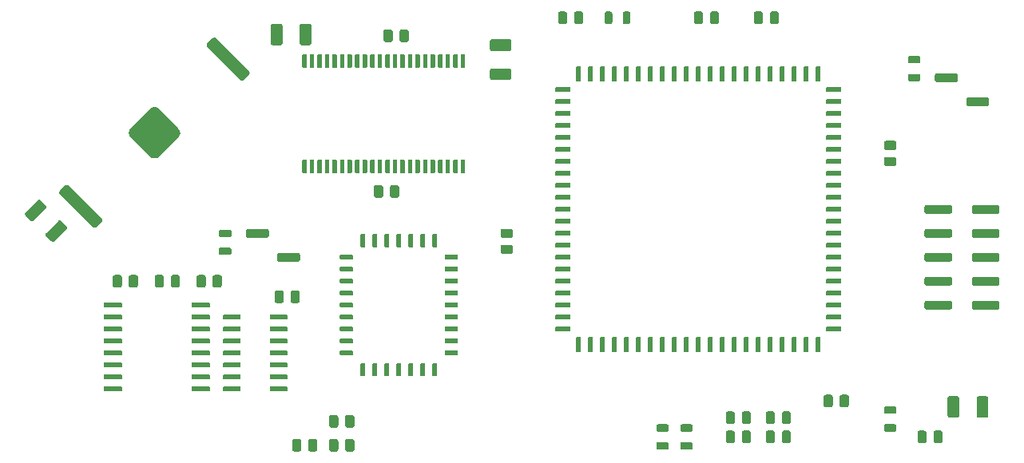
<source format=gtp>
G04 #@! TF.GenerationSoftware,KiCad,Pcbnew,(5.1.5-0-10_14)*
G04 #@! TF.CreationDate,2021-04-12T03:54:55-04:00*
G04 #@! TF.ProjectId,TimeMachine,54696d65-4d61-4636-9869-6e652e6b6963,rev?*
G04 #@! TF.SameCoordinates,Original*
G04 #@! TF.FileFunction,Paste,Top*
G04 #@! TF.FilePolarity,Positive*
%FSLAX46Y46*%
G04 Gerber Fmt 4.6, Leading zero omitted, Abs format (unit mm)*
G04 Created by KiCad (PCBNEW (5.1.5-0-10_14)) date 2021-04-12 03:54:55*
%MOMM*%
%LPD*%
G04 APERTURE LIST*
%ADD10C,0.100000*%
G04 APERTURE END LIST*
D10*
G36*
X170938587Y-108759212D02*
G01*
X170961006Y-108762538D01*
X170982991Y-108768045D01*
X171004331Y-108775680D01*
X171024819Y-108785370D01*
X171044259Y-108797022D01*
X171062463Y-108810523D01*
X171079256Y-108825744D01*
X171094477Y-108842537D01*
X171107978Y-108860741D01*
X171119630Y-108880181D01*
X171129320Y-108900669D01*
X171136955Y-108922009D01*
X171142462Y-108943994D01*
X171145788Y-108966413D01*
X171146900Y-108989050D01*
X171146900Y-109450950D01*
X171145788Y-109473587D01*
X171142462Y-109496006D01*
X171136955Y-109517991D01*
X171129320Y-109539331D01*
X171119630Y-109559819D01*
X171107978Y-109579259D01*
X171094477Y-109597463D01*
X171079256Y-109614256D01*
X171062463Y-109629477D01*
X171044259Y-109642978D01*
X171024819Y-109654630D01*
X171004331Y-109664320D01*
X170982991Y-109671955D01*
X170961006Y-109677462D01*
X170938587Y-109680788D01*
X170915950Y-109681900D01*
X168944050Y-109681900D01*
X168921413Y-109680788D01*
X168898994Y-109677462D01*
X168877009Y-109671955D01*
X168855669Y-109664320D01*
X168835181Y-109654630D01*
X168815741Y-109642978D01*
X168797537Y-109629477D01*
X168780744Y-109614256D01*
X168765523Y-109597463D01*
X168752022Y-109579259D01*
X168740370Y-109559819D01*
X168730680Y-109539331D01*
X168723045Y-109517991D01*
X168717538Y-109496006D01*
X168714212Y-109473587D01*
X168713100Y-109450950D01*
X168713100Y-108989050D01*
X168714212Y-108966413D01*
X168717538Y-108943994D01*
X168723045Y-108922009D01*
X168730680Y-108900669D01*
X168740370Y-108880181D01*
X168752022Y-108860741D01*
X168765523Y-108842537D01*
X168780744Y-108825744D01*
X168797537Y-108810523D01*
X168815741Y-108797022D01*
X168835181Y-108785370D01*
X168855669Y-108775680D01*
X168877009Y-108768045D01*
X168898994Y-108762538D01*
X168921413Y-108759212D01*
X168944050Y-108758100D01*
X170915950Y-108758100D01*
X170938587Y-108759212D01*
G37*
G36*
X167628587Y-106219212D02*
G01*
X167651006Y-106222538D01*
X167672991Y-106228045D01*
X167694331Y-106235680D01*
X167714819Y-106245370D01*
X167734259Y-106257022D01*
X167752463Y-106270523D01*
X167769256Y-106285744D01*
X167784477Y-106302537D01*
X167797978Y-106320741D01*
X167809630Y-106340181D01*
X167819320Y-106360669D01*
X167826955Y-106382009D01*
X167832462Y-106403994D01*
X167835788Y-106426413D01*
X167836900Y-106449050D01*
X167836900Y-106910950D01*
X167835788Y-106933587D01*
X167832462Y-106956006D01*
X167826955Y-106977991D01*
X167819320Y-106999331D01*
X167809630Y-107019819D01*
X167797978Y-107039259D01*
X167784477Y-107057463D01*
X167769256Y-107074256D01*
X167752463Y-107089477D01*
X167734259Y-107102978D01*
X167714819Y-107114630D01*
X167694331Y-107124320D01*
X167672991Y-107131955D01*
X167651006Y-107137462D01*
X167628587Y-107140788D01*
X167605950Y-107141900D01*
X165634050Y-107141900D01*
X165611413Y-107140788D01*
X165588994Y-107137462D01*
X165567009Y-107131955D01*
X165545669Y-107124320D01*
X165525181Y-107114630D01*
X165505741Y-107102978D01*
X165487537Y-107089477D01*
X165470744Y-107074256D01*
X165455523Y-107057463D01*
X165442022Y-107039259D01*
X165430370Y-107019819D01*
X165420680Y-106999331D01*
X165413045Y-106977991D01*
X165407538Y-106956006D01*
X165404212Y-106933587D01*
X165403100Y-106910950D01*
X165403100Y-106449050D01*
X165404212Y-106426413D01*
X165407538Y-106403994D01*
X165413045Y-106382009D01*
X165420680Y-106360669D01*
X165430370Y-106340181D01*
X165442022Y-106320741D01*
X165455523Y-106302537D01*
X165470744Y-106285744D01*
X165487537Y-106270523D01*
X165505741Y-106257022D01*
X165525181Y-106245370D01*
X165545669Y-106235680D01*
X165567009Y-106228045D01*
X165588994Y-106222538D01*
X165611413Y-106219212D01*
X165634050Y-106218100D01*
X167605950Y-106218100D01*
X167628587Y-106219212D01*
G37*
G36*
X164713785Y-120388731D02*
G01*
X164726497Y-120390616D01*
X164738963Y-120393739D01*
X164751062Y-120398068D01*
X164762679Y-120403562D01*
X164773702Y-120410169D01*
X164784024Y-120417824D01*
X164793546Y-120426454D01*
X164802176Y-120435976D01*
X164809831Y-120446298D01*
X164816438Y-120457321D01*
X164821932Y-120468938D01*
X164826261Y-120481037D01*
X164829384Y-120493503D01*
X164831269Y-120506215D01*
X164831900Y-120519050D01*
X164831900Y-120780950D01*
X164831269Y-120793785D01*
X164829384Y-120806497D01*
X164826261Y-120818963D01*
X164821932Y-120831062D01*
X164816438Y-120842679D01*
X164809831Y-120853702D01*
X164802176Y-120864024D01*
X164793546Y-120873546D01*
X164784024Y-120882176D01*
X164773702Y-120889831D01*
X164762679Y-120896438D01*
X164751062Y-120901932D01*
X164738963Y-120906261D01*
X164726497Y-120909384D01*
X164713785Y-120911269D01*
X164700950Y-120911900D01*
X163089050Y-120911900D01*
X163076215Y-120911269D01*
X163063503Y-120909384D01*
X163051037Y-120906261D01*
X163038938Y-120901932D01*
X163027321Y-120896438D01*
X163016298Y-120889831D01*
X163005976Y-120882176D01*
X162996454Y-120873546D01*
X162987824Y-120864024D01*
X162980169Y-120853702D01*
X162973562Y-120842679D01*
X162968068Y-120831062D01*
X162963739Y-120818963D01*
X162960616Y-120806497D01*
X162958731Y-120793785D01*
X162958100Y-120780950D01*
X162958100Y-120519050D01*
X162958731Y-120506215D01*
X162960616Y-120493503D01*
X162963739Y-120481037D01*
X162968068Y-120468938D01*
X162973562Y-120457321D01*
X162980169Y-120446298D01*
X162987824Y-120435976D01*
X162996454Y-120426454D01*
X163005976Y-120417824D01*
X163016298Y-120410169D01*
X163027321Y-120403562D01*
X163038938Y-120398068D01*
X163051037Y-120393739D01*
X163063503Y-120390616D01*
X163076215Y-120388731D01*
X163089050Y-120388100D01*
X164700950Y-120388100D01*
X164713785Y-120388731D01*
G37*
G36*
X164713785Y-117848731D02*
G01*
X164726497Y-117850616D01*
X164738963Y-117853739D01*
X164751062Y-117858068D01*
X164762679Y-117863562D01*
X164773702Y-117870169D01*
X164784024Y-117877824D01*
X164793546Y-117886454D01*
X164802176Y-117895976D01*
X164809831Y-117906298D01*
X164816438Y-117917321D01*
X164821932Y-117928938D01*
X164826261Y-117941037D01*
X164829384Y-117953503D01*
X164831269Y-117966215D01*
X164831900Y-117979050D01*
X164831900Y-118240950D01*
X164831269Y-118253785D01*
X164829384Y-118266497D01*
X164826261Y-118278963D01*
X164821932Y-118291062D01*
X164816438Y-118302679D01*
X164809831Y-118313702D01*
X164802176Y-118324024D01*
X164793546Y-118333546D01*
X164784024Y-118342176D01*
X164773702Y-118349831D01*
X164762679Y-118356438D01*
X164751062Y-118361932D01*
X164738963Y-118366261D01*
X164726497Y-118369384D01*
X164713785Y-118371269D01*
X164700950Y-118371900D01*
X163089050Y-118371900D01*
X163076215Y-118371269D01*
X163063503Y-118369384D01*
X163051037Y-118366261D01*
X163038938Y-118361932D01*
X163027321Y-118356438D01*
X163016298Y-118349831D01*
X163005976Y-118342176D01*
X162996454Y-118333546D01*
X162987824Y-118324024D01*
X162980169Y-118313702D01*
X162973562Y-118302679D01*
X162968068Y-118291062D01*
X162963739Y-118278963D01*
X162960616Y-118266497D01*
X162958731Y-118253785D01*
X162958100Y-118240950D01*
X162958100Y-117979050D01*
X162958731Y-117966215D01*
X162960616Y-117953503D01*
X162963739Y-117941037D01*
X162968068Y-117928938D01*
X162973562Y-117917321D01*
X162980169Y-117906298D01*
X162987824Y-117895976D01*
X162996454Y-117886454D01*
X163005976Y-117877824D01*
X163016298Y-117870169D01*
X163027321Y-117863562D01*
X163038938Y-117858068D01*
X163051037Y-117853739D01*
X163063503Y-117850616D01*
X163076215Y-117848731D01*
X163089050Y-117848100D01*
X164700950Y-117848100D01*
X164713785Y-117848731D01*
G37*
G36*
X164713785Y-119118731D02*
G01*
X164726497Y-119120616D01*
X164738963Y-119123739D01*
X164751062Y-119128068D01*
X164762679Y-119133562D01*
X164773702Y-119140169D01*
X164784024Y-119147824D01*
X164793546Y-119156454D01*
X164802176Y-119165976D01*
X164809831Y-119176298D01*
X164816438Y-119187321D01*
X164821932Y-119198938D01*
X164826261Y-119211037D01*
X164829384Y-119223503D01*
X164831269Y-119236215D01*
X164831900Y-119249050D01*
X164831900Y-119510950D01*
X164831269Y-119523785D01*
X164829384Y-119536497D01*
X164826261Y-119548963D01*
X164821932Y-119561062D01*
X164816438Y-119572679D01*
X164809831Y-119583702D01*
X164802176Y-119594024D01*
X164793546Y-119603546D01*
X164784024Y-119612176D01*
X164773702Y-119619831D01*
X164762679Y-119626438D01*
X164751062Y-119631932D01*
X164738963Y-119636261D01*
X164726497Y-119639384D01*
X164713785Y-119641269D01*
X164700950Y-119641900D01*
X163089050Y-119641900D01*
X163076215Y-119641269D01*
X163063503Y-119639384D01*
X163051037Y-119636261D01*
X163038938Y-119631932D01*
X163027321Y-119626438D01*
X163016298Y-119619831D01*
X163005976Y-119612176D01*
X162996454Y-119603546D01*
X162987824Y-119594024D01*
X162980169Y-119583702D01*
X162973562Y-119572679D01*
X162968068Y-119561062D01*
X162963739Y-119548963D01*
X162960616Y-119536497D01*
X162958731Y-119523785D01*
X162958100Y-119510950D01*
X162958100Y-119249050D01*
X162958731Y-119236215D01*
X162960616Y-119223503D01*
X162963739Y-119211037D01*
X162968068Y-119198938D01*
X162973562Y-119187321D01*
X162980169Y-119176298D01*
X162987824Y-119165976D01*
X162996454Y-119156454D01*
X163005976Y-119147824D01*
X163016298Y-119140169D01*
X163027321Y-119133562D01*
X163038938Y-119128068D01*
X163051037Y-119123739D01*
X163063503Y-119120616D01*
X163076215Y-119118731D01*
X163089050Y-119118100D01*
X164700950Y-119118100D01*
X164713785Y-119118731D01*
G37*
G36*
X164713785Y-115308731D02*
G01*
X164726497Y-115310616D01*
X164738963Y-115313739D01*
X164751062Y-115318068D01*
X164762679Y-115323562D01*
X164773702Y-115330169D01*
X164784024Y-115337824D01*
X164793546Y-115346454D01*
X164802176Y-115355976D01*
X164809831Y-115366298D01*
X164816438Y-115377321D01*
X164821932Y-115388938D01*
X164826261Y-115401037D01*
X164829384Y-115413503D01*
X164831269Y-115426215D01*
X164831900Y-115439050D01*
X164831900Y-115700950D01*
X164831269Y-115713785D01*
X164829384Y-115726497D01*
X164826261Y-115738963D01*
X164821932Y-115751062D01*
X164816438Y-115762679D01*
X164809831Y-115773702D01*
X164802176Y-115784024D01*
X164793546Y-115793546D01*
X164784024Y-115802176D01*
X164773702Y-115809831D01*
X164762679Y-115816438D01*
X164751062Y-115821932D01*
X164738963Y-115826261D01*
X164726497Y-115829384D01*
X164713785Y-115831269D01*
X164700950Y-115831900D01*
X163089050Y-115831900D01*
X163076215Y-115831269D01*
X163063503Y-115829384D01*
X163051037Y-115826261D01*
X163038938Y-115821932D01*
X163027321Y-115816438D01*
X163016298Y-115809831D01*
X163005976Y-115802176D01*
X162996454Y-115793546D01*
X162987824Y-115784024D01*
X162980169Y-115773702D01*
X162973562Y-115762679D01*
X162968068Y-115751062D01*
X162963739Y-115738963D01*
X162960616Y-115726497D01*
X162958731Y-115713785D01*
X162958100Y-115700950D01*
X162958100Y-115439050D01*
X162958731Y-115426215D01*
X162960616Y-115413503D01*
X162963739Y-115401037D01*
X162968068Y-115388938D01*
X162973562Y-115377321D01*
X162980169Y-115366298D01*
X162987824Y-115355976D01*
X162996454Y-115346454D01*
X163005976Y-115337824D01*
X163016298Y-115330169D01*
X163027321Y-115323562D01*
X163038938Y-115318068D01*
X163051037Y-115313739D01*
X163063503Y-115310616D01*
X163076215Y-115308731D01*
X163089050Y-115308100D01*
X164700950Y-115308100D01*
X164713785Y-115308731D01*
G37*
G36*
X164713785Y-116578731D02*
G01*
X164726497Y-116580616D01*
X164738963Y-116583739D01*
X164751062Y-116588068D01*
X164762679Y-116593562D01*
X164773702Y-116600169D01*
X164784024Y-116607824D01*
X164793546Y-116616454D01*
X164802176Y-116625976D01*
X164809831Y-116636298D01*
X164816438Y-116647321D01*
X164821932Y-116658938D01*
X164826261Y-116671037D01*
X164829384Y-116683503D01*
X164831269Y-116696215D01*
X164831900Y-116709050D01*
X164831900Y-116970950D01*
X164831269Y-116983785D01*
X164829384Y-116996497D01*
X164826261Y-117008963D01*
X164821932Y-117021062D01*
X164816438Y-117032679D01*
X164809831Y-117043702D01*
X164802176Y-117054024D01*
X164793546Y-117063546D01*
X164784024Y-117072176D01*
X164773702Y-117079831D01*
X164762679Y-117086438D01*
X164751062Y-117091932D01*
X164738963Y-117096261D01*
X164726497Y-117099384D01*
X164713785Y-117101269D01*
X164700950Y-117101900D01*
X163089050Y-117101900D01*
X163076215Y-117101269D01*
X163063503Y-117099384D01*
X163051037Y-117096261D01*
X163038938Y-117091932D01*
X163027321Y-117086438D01*
X163016298Y-117079831D01*
X163005976Y-117072176D01*
X162996454Y-117063546D01*
X162987824Y-117054024D01*
X162980169Y-117043702D01*
X162973562Y-117032679D01*
X162968068Y-117021062D01*
X162963739Y-117008963D01*
X162960616Y-116996497D01*
X162958731Y-116983785D01*
X162958100Y-116970950D01*
X162958100Y-116709050D01*
X162958731Y-116696215D01*
X162960616Y-116683503D01*
X162963739Y-116671037D01*
X162968068Y-116658938D01*
X162973562Y-116647321D01*
X162980169Y-116636298D01*
X162987824Y-116625976D01*
X162996454Y-116616454D01*
X163005976Y-116607824D01*
X163016298Y-116600169D01*
X163027321Y-116593562D01*
X163038938Y-116588068D01*
X163051037Y-116583739D01*
X163063503Y-116580616D01*
X163076215Y-116578731D01*
X163089050Y-116578100D01*
X164700950Y-116578100D01*
X164713785Y-116578731D01*
G37*
G36*
X169663785Y-119118731D02*
G01*
X169676497Y-119120616D01*
X169688963Y-119123739D01*
X169701062Y-119128068D01*
X169712679Y-119133562D01*
X169723702Y-119140169D01*
X169734024Y-119147824D01*
X169743546Y-119156454D01*
X169752176Y-119165976D01*
X169759831Y-119176298D01*
X169766438Y-119187321D01*
X169771932Y-119198938D01*
X169776261Y-119211037D01*
X169779384Y-119223503D01*
X169781269Y-119236215D01*
X169781900Y-119249050D01*
X169781900Y-119510950D01*
X169781269Y-119523785D01*
X169779384Y-119536497D01*
X169776261Y-119548963D01*
X169771932Y-119561062D01*
X169766438Y-119572679D01*
X169759831Y-119583702D01*
X169752176Y-119594024D01*
X169743546Y-119603546D01*
X169734024Y-119612176D01*
X169723702Y-119619831D01*
X169712679Y-119626438D01*
X169701062Y-119631932D01*
X169688963Y-119636261D01*
X169676497Y-119639384D01*
X169663785Y-119641269D01*
X169650950Y-119641900D01*
X168039050Y-119641900D01*
X168026215Y-119641269D01*
X168013503Y-119639384D01*
X168001037Y-119636261D01*
X167988938Y-119631932D01*
X167977321Y-119626438D01*
X167966298Y-119619831D01*
X167955976Y-119612176D01*
X167946454Y-119603546D01*
X167937824Y-119594024D01*
X167930169Y-119583702D01*
X167923562Y-119572679D01*
X167918068Y-119561062D01*
X167913739Y-119548963D01*
X167910616Y-119536497D01*
X167908731Y-119523785D01*
X167908100Y-119510950D01*
X167908100Y-119249050D01*
X167908731Y-119236215D01*
X167910616Y-119223503D01*
X167913739Y-119211037D01*
X167918068Y-119198938D01*
X167923562Y-119187321D01*
X167930169Y-119176298D01*
X167937824Y-119165976D01*
X167946454Y-119156454D01*
X167955976Y-119147824D01*
X167966298Y-119140169D01*
X167977321Y-119133562D01*
X167988938Y-119128068D01*
X168001037Y-119123739D01*
X168013503Y-119120616D01*
X168026215Y-119118731D01*
X168039050Y-119118100D01*
X169650950Y-119118100D01*
X169663785Y-119118731D01*
G37*
G36*
X169663785Y-120388731D02*
G01*
X169676497Y-120390616D01*
X169688963Y-120393739D01*
X169701062Y-120398068D01*
X169712679Y-120403562D01*
X169723702Y-120410169D01*
X169734024Y-120417824D01*
X169743546Y-120426454D01*
X169752176Y-120435976D01*
X169759831Y-120446298D01*
X169766438Y-120457321D01*
X169771932Y-120468938D01*
X169776261Y-120481037D01*
X169779384Y-120493503D01*
X169781269Y-120506215D01*
X169781900Y-120519050D01*
X169781900Y-120780950D01*
X169781269Y-120793785D01*
X169779384Y-120806497D01*
X169776261Y-120818963D01*
X169771932Y-120831062D01*
X169766438Y-120842679D01*
X169759831Y-120853702D01*
X169752176Y-120864024D01*
X169743546Y-120873546D01*
X169734024Y-120882176D01*
X169723702Y-120889831D01*
X169712679Y-120896438D01*
X169701062Y-120901932D01*
X169688963Y-120906261D01*
X169676497Y-120909384D01*
X169663785Y-120911269D01*
X169650950Y-120911900D01*
X168039050Y-120911900D01*
X168026215Y-120911269D01*
X168013503Y-120909384D01*
X168001037Y-120906261D01*
X167988938Y-120901932D01*
X167977321Y-120896438D01*
X167966298Y-120889831D01*
X167955976Y-120882176D01*
X167946454Y-120873546D01*
X167937824Y-120864024D01*
X167930169Y-120853702D01*
X167923562Y-120842679D01*
X167918068Y-120831062D01*
X167913739Y-120818963D01*
X167910616Y-120806497D01*
X167908731Y-120793785D01*
X167908100Y-120780950D01*
X167908100Y-120519050D01*
X167908731Y-120506215D01*
X167910616Y-120493503D01*
X167913739Y-120481037D01*
X167918068Y-120468938D01*
X167923562Y-120457321D01*
X167930169Y-120446298D01*
X167937824Y-120435976D01*
X167946454Y-120426454D01*
X167955976Y-120417824D01*
X167966298Y-120410169D01*
X167977321Y-120403562D01*
X167988938Y-120398068D01*
X168001037Y-120393739D01*
X168013503Y-120390616D01*
X168026215Y-120388731D01*
X168039050Y-120388100D01*
X169650950Y-120388100D01*
X169663785Y-120388731D01*
G37*
G36*
X169663785Y-121658731D02*
G01*
X169676497Y-121660616D01*
X169688963Y-121663739D01*
X169701062Y-121668068D01*
X169712679Y-121673562D01*
X169723702Y-121680169D01*
X169734024Y-121687824D01*
X169743546Y-121696454D01*
X169752176Y-121705976D01*
X169759831Y-121716298D01*
X169766438Y-121727321D01*
X169771932Y-121738938D01*
X169776261Y-121751037D01*
X169779384Y-121763503D01*
X169781269Y-121776215D01*
X169781900Y-121789050D01*
X169781900Y-122050950D01*
X169781269Y-122063785D01*
X169779384Y-122076497D01*
X169776261Y-122088963D01*
X169771932Y-122101062D01*
X169766438Y-122112679D01*
X169759831Y-122123702D01*
X169752176Y-122134024D01*
X169743546Y-122143546D01*
X169734024Y-122152176D01*
X169723702Y-122159831D01*
X169712679Y-122166438D01*
X169701062Y-122171932D01*
X169688963Y-122176261D01*
X169676497Y-122179384D01*
X169663785Y-122181269D01*
X169650950Y-122181900D01*
X168039050Y-122181900D01*
X168026215Y-122181269D01*
X168013503Y-122179384D01*
X168001037Y-122176261D01*
X167988938Y-122171932D01*
X167977321Y-122166438D01*
X167966298Y-122159831D01*
X167955976Y-122152176D01*
X167946454Y-122143546D01*
X167937824Y-122134024D01*
X167930169Y-122123702D01*
X167923562Y-122112679D01*
X167918068Y-122101062D01*
X167913739Y-122088963D01*
X167910616Y-122076497D01*
X167908731Y-122063785D01*
X167908100Y-122050950D01*
X167908100Y-121789050D01*
X167908731Y-121776215D01*
X167910616Y-121763503D01*
X167913739Y-121751037D01*
X167918068Y-121738938D01*
X167923562Y-121727321D01*
X167930169Y-121716298D01*
X167937824Y-121705976D01*
X167946454Y-121696454D01*
X167955976Y-121687824D01*
X167966298Y-121680169D01*
X167977321Y-121673562D01*
X167988938Y-121668068D01*
X168001037Y-121663739D01*
X168013503Y-121660616D01*
X168026215Y-121658731D01*
X168039050Y-121658100D01*
X169650950Y-121658100D01*
X169663785Y-121658731D01*
G37*
G36*
X164713785Y-121658731D02*
G01*
X164726497Y-121660616D01*
X164738963Y-121663739D01*
X164751062Y-121668068D01*
X164762679Y-121673562D01*
X164773702Y-121680169D01*
X164784024Y-121687824D01*
X164793546Y-121696454D01*
X164802176Y-121705976D01*
X164809831Y-121716298D01*
X164816438Y-121727321D01*
X164821932Y-121738938D01*
X164826261Y-121751037D01*
X164829384Y-121763503D01*
X164831269Y-121776215D01*
X164831900Y-121789050D01*
X164831900Y-122050950D01*
X164831269Y-122063785D01*
X164829384Y-122076497D01*
X164826261Y-122088963D01*
X164821932Y-122101062D01*
X164816438Y-122112679D01*
X164809831Y-122123702D01*
X164802176Y-122134024D01*
X164793546Y-122143546D01*
X164784024Y-122152176D01*
X164773702Y-122159831D01*
X164762679Y-122166438D01*
X164751062Y-122171932D01*
X164738963Y-122176261D01*
X164726497Y-122179384D01*
X164713785Y-122181269D01*
X164700950Y-122181900D01*
X163089050Y-122181900D01*
X163076215Y-122181269D01*
X163063503Y-122179384D01*
X163051037Y-122176261D01*
X163038938Y-122171932D01*
X163027321Y-122166438D01*
X163016298Y-122159831D01*
X163005976Y-122152176D01*
X162996454Y-122143546D01*
X162987824Y-122134024D01*
X162980169Y-122123702D01*
X162973562Y-122112679D01*
X162968068Y-122101062D01*
X162963739Y-122088963D01*
X162960616Y-122076497D01*
X162958731Y-122063785D01*
X162958100Y-122050950D01*
X162958100Y-121789050D01*
X162958731Y-121776215D01*
X162960616Y-121763503D01*
X162963739Y-121751037D01*
X162968068Y-121738938D01*
X162973562Y-121727321D01*
X162980169Y-121716298D01*
X162987824Y-121705976D01*
X162996454Y-121696454D01*
X163005976Y-121687824D01*
X163016298Y-121680169D01*
X163027321Y-121673562D01*
X163038938Y-121668068D01*
X163051037Y-121663739D01*
X163063503Y-121660616D01*
X163076215Y-121658731D01*
X163089050Y-121658100D01*
X164700950Y-121658100D01*
X164713785Y-121658731D01*
G37*
G36*
X169663785Y-116578731D02*
G01*
X169676497Y-116580616D01*
X169688963Y-116583739D01*
X169701062Y-116588068D01*
X169712679Y-116593562D01*
X169723702Y-116600169D01*
X169734024Y-116607824D01*
X169743546Y-116616454D01*
X169752176Y-116625976D01*
X169759831Y-116636298D01*
X169766438Y-116647321D01*
X169771932Y-116658938D01*
X169776261Y-116671037D01*
X169779384Y-116683503D01*
X169781269Y-116696215D01*
X169781900Y-116709050D01*
X169781900Y-116970950D01*
X169781269Y-116983785D01*
X169779384Y-116996497D01*
X169776261Y-117008963D01*
X169771932Y-117021062D01*
X169766438Y-117032679D01*
X169759831Y-117043702D01*
X169752176Y-117054024D01*
X169743546Y-117063546D01*
X169734024Y-117072176D01*
X169723702Y-117079831D01*
X169712679Y-117086438D01*
X169701062Y-117091932D01*
X169688963Y-117096261D01*
X169676497Y-117099384D01*
X169663785Y-117101269D01*
X169650950Y-117101900D01*
X168039050Y-117101900D01*
X168026215Y-117101269D01*
X168013503Y-117099384D01*
X168001037Y-117096261D01*
X167988938Y-117091932D01*
X167977321Y-117086438D01*
X167966298Y-117079831D01*
X167955976Y-117072176D01*
X167946454Y-117063546D01*
X167937824Y-117054024D01*
X167930169Y-117043702D01*
X167923562Y-117032679D01*
X167918068Y-117021062D01*
X167913739Y-117008963D01*
X167910616Y-116996497D01*
X167908731Y-116983785D01*
X167908100Y-116970950D01*
X167908100Y-116709050D01*
X167908731Y-116696215D01*
X167910616Y-116683503D01*
X167913739Y-116671037D01*
X167918068Y-116658938D01*
X167923562Y-116647321D01*
X167930169Y-116636298D01*
X167937824Y-116625976D01*
X167946454Y-116616454D01*
X167955976Y-116607824D01*
X167966298Y-116600169D01*
X167977321Y-116593562D01*
X167988938Y-116588068D01*
X168001037Y-116583739D01*
X168013503Y-116580616D01*
X168026215Y-116578731D01*
X168039050Y-116578100D01*
X169650950Y-116578100D01*
X169663785Y-116578731D01*
G37*
G36*
X169663785Y-122928731D02*
G01*
X169676497Y-122930616D01*
X169688963Y-122933739D01*
X169701062Y-122938068D01*
X169712679Y-122943562D01*
X169723702Y-122950169D01*
X169734024Y-122957824D01*
X169743546Y-122966454D01*
X169752176Y-122975976D01*
X169759831Y-122986298D01*
X169766438Y-122997321D01*
X169771932Y-123008938D01*
X169776261Y-123021037D01*
X169779384Y-123033503D01*
X169781269Y-123046215D01*
X169781900Y-123059050D01*
X169781900Y-123320950D01*
X169781269Y-123333785D01*
X169779384Y-123346497D01*
X169776261Y-123358963D01*
X169771932Y-123371062D01*
X169766438Y-123382679D01*
X169759831Y-123393702D01*
X169752176Y-123404024D01*
X169743546Y-123413546D01*
X169734024Y-123422176D01*
X169723702Y-123429831D01*
X169712679Y-123436438D01*
X169701062Y-123441932D01*
X169688963Y-123446261D01*
X169676497Y-123449384D01*
X169663785Y-123451269D01*
X169650950Y-123451900D01*
X168039050Y-123451900D01*
X168026215Y-123451269D01*
X168013503Y-123449384D01*
X168001037Y-123446261D01*
X167988938Y-123441932D01*
X167977321Y-123436438D01*
X167966298Y-123429831D01*
X167955976Y-123422176D01*
X167946454Y-123413546D01*
X167937824Y-123404024D01*
X167930169Y-123393702D01*
X167923562Y-123382679D01*
X167918068Y-123371062D01*
X167913739Y-123358963D01*
X167910616Y-123346497D01*
X167908731Y-123333785D01*
X167908100Y-123320950D01*
X167908100Y-123059050D01*
X167908731Y-123046215D01*
X167910616Y-123033503D01*
X167913739Y-123021037D01*
X167918068Y-123008938D01*
X167923562Y-122997321D01*
X167930169Y-122986298D01*
X167937824Y-122975976D01*
X167946454Y-122966454D01*
X167955976Y-122957824D01*
X167966298Y-122950169D01*
X167977321Y-122943562D01*
X167988938Y-122938068D01*
X168001037Y-122933739D01*
X168013503Y-122930616D01*
X168026215Y-122928731D01*
X168039050Y-122928100D01*
X169650950Y-122928100D01*
X169663785Y-122928731D01*
G37*
G36*
X169663785Y-117848731D02*
G01*
X169676497Y-117850616D01*
X169688963Y-117853739D01*
X169701062Y-117858068D01*
X169712679Y-117863562D01*
X169723702Y-117870169D01*
X169734024Y-117877824D01*
X169743546Y-117886454D01*
X169752176Y-117895976D01*
X169759831Y-117906298D01*
X169766438Y-117917321D01*
X169771932Y-117928938D01*
X169776261Y-117941037D01*
X169779384Y-117953503D01*
X169781269Y-117966215D01*
X169781900Y-117979050D01*
X169781900Y-118240950D01*
X169781269Y-118253785D01*
X169779384Y-118266497D01*
X169776261Y-118278963D01*
X169771932Y-118291062D01*
X169766438Y-118302679D01*
X169759831Y-118313702D01*
X169752176Y-118324024D01*
X169743546Y-118333546D01*
X169734024Y-118342176D01*
X169723702Y-118349831D01*
X169712679Y-118356438D01*
X169701062Y-118361932D01*
X169688963Y-118366261D01*
X169676497Y-118369384D01*
X169663785Y-118371269D01*
X169650950Y-118371900D01*
X168039050Y-118371900D01*
X168026215Y-118371269D01*
X168013503Y-118369384D01*
X168001037Y-118366261D01*
X167988938Y-118361932D01*
X167977321Y-118356438D01*
X167966298Y-118349831D01*
X167955976Y-118342176D01*
X167946454Y-118333546D01*
X167937824Y-118324024D01*
X167930169Y-118313702D01*
X167923562Y-118302679D01*
X167918068Y-118291062D01*
X167913739Y-118278963D01*
X167910616Y-118266497D01*
X167908731Y-118253785D01*
X167908100Y-118240950D01*
X167908100Y-117979050D01*
X167908731Y-117966215D01*
X167910616Y-117953503D01*
X167913739Y-117941037D01*
X167918068Y-117928938D01*
X167923562Y-117917321D01*
X167930169Y-117906298D01*
X167937824Y-117895976D01*
X167946454Y-117886454D01*
X167955976Y-117877824D01*
X167966298Y-117870169D01*
X167977321Y-117863562D01*
X167988938Y-117858068D01*
X168001037Y-117853739D01*
X168013503Y-117850616D01*
X168026215Y-117848731D01*
X168039050Y-117848100D01*
X169650950Y-117848100D01*
X169663785Y-117848731D01*
G37*
G36*
X164713785Y-122928731D02*
G01*
X164726497Y-122930616D01*
X164738963Y-122933739D01*
X164751062Y-122938068D01*
X164762679Y-122943562D01*
X164773702Y-122950169D01*
X164784024Y-122957824D01*
X164793546Y-122966454D01*
X164802176Y-122975976D01*
X164809831Y-122986298D01*
X164816438Y-122997321D01*
X164821932Y-123008938D01*
X164826261Y-123021037D01*
X164829384Y-123033503D01*
X164831269Y-123046215D01*
X164831900Y-123059050D01*
X164831900Y-123320950D01*
X164831269Y-123333785D01*
X164829384Y-123346497D01*
X164826261Y-123358963D01*
X164821932Y-123371062D01*
X164816438Y-123382679D01*
X164809831Y-123393702D01*
X164802176Y-123404024D01*
X164793546Y-123413546D01*
X164784024Y-123422176D01*
X164773702Y-123429831D01*
X164762679Y-123436438D01*
X164751062Y-123441932D01*
X164738963Y-123446261D01*
X164726497Y-123449384D01*
X164713785Y-123451269D01*
X164700950Y-123451900D01*
X163089050Y-123451900D01*
X163076215Y-123451269D01*
X163063503Y-123449384D01*
X163051037Y-123446261D01*
X163038938Y-123441932D01*
X163027321Y-123436438D01*
X163016298Y-123429831D01*
X163005976Y-123422176D01*
X162996454Y-123413546D01*
X162987824Y-123404024D01*
X162980169Y-123393702D01*
X162973562Y-123382679D01*
X162968068Y-123371062D01*
X162963739Y-123358963D01*
X162960616Y-123346497D01*
X162958731Y-123333785D01*
X162958100Y-123320950D01*
X162958100Y-123059050D01*
X162958731Y-123046215D01*
X162960616Y-123033503D01*
X162963739Y-123021037D01*
X162968068Y-123008938D01*
X162973562Y-122997321D01*
X162980169Y-122986298D01*
X162987824Y-122975976D01*
X162996454Y-122966454D01*
X163005976Y-122957824D01*
X163016298Y-122950169D01*
X163027321Y-122943562D01*
X163038938Y-122938068D01*
X163051037Y-122933739D01*
X163063503Y-122930616D01*
X163076215Y-122928731D01*
X163089050Y-122928100D01*
X164700950Y-122928100D01*
X164713785Y-122928731D01*
G37*
G36*
X169663785Y-115308731D02*
G01*
X169676497Y-115310616D01*
X169688963Y-115313739D01*
X169701062Y-115318068D01*
X169712679Y-115323562D01*
X169723702Y-115330169D01*
X169734024Y-115337824D01*
X169743546Y-115346454D01*
X169752176Y-115355976D01*
X169759831Y-115366298D01*
X169766438Y-115377321D01*
X169771932Y-115388938D01*
X169776261Y-115401037D01*
X169779384Y-115413503D01*
X169781269Y-115426215D01*
X169781900Y-115439050D01*
X169781900Y-115700950D01*
X169781269Y-115713785D01*
X169779384Y-115726497D01*
X169776261Y-115738963D01*
X169771932Y-115751062D01*
X169766438Y-115762679D01*
X169759831Y-115773702D01*
X169752176Y-115784024D01*
X169743546Y-115793546D01*
X169734024Y-115802176D01*
X169723702Y-115809831D01*
X169712679Y-115816438D01*
X169701062Y-115821932D01*
X169688963Y-115826261D01*
X169676497Y-115829384D01*
X169663785Y-115831269D01*
X169650950Y-115831900D01*
X168039050Y-115831900D01*
X168026215Y-115831269D01*
X168013503Y-115829384D01*
X168001037Y-115826261D01*
X167988938Y-115821932D01*
X167977321Y-115816438D01*
X167966298Y-115809831D01*
X167955976Y-115802176D01*
X167946454Y-115793546D01*
X167937824Y-115784024D01*
X167930169Y-115773702D01*
X167923562Y-115762679D01*
X167918068Y-115751062D01*
X167913739Y-115738963D01*
X167910616Y-115726497D01*
X167908731Y-115713785D01*
X167908100Y-115700950D01*
X167908100Y-115439050D01*
X167908731Y-115426215D01*
X167910616Y-115413503D01*
X167913739Y-115401037D01*
X167918068Y-115388938D01*
X167923562Y-115377321D01*
X167930169Y-115366298D01*
X167937824Y-115355976D01*
X167946454Y-115346454D01*
X167955976Y-115337824D01*
X167966298Y-115330169D01*
X167977321Y-115323562D01*
X167988938Y-115318068D01*
X168001037Y-115313739D01*
X168013503Y-115310616D01*
X168026215Y-115308731D01*
X168039050Y-115308100D01*
X169650950Y-115308100D01*
X169663785Y-115308731D01*
G37*
G36*
X181753785Y-106763731D02*
G01*
X181766497Y-106765616D01*
X181778963Y-106768739D01*
X181791062Y-106773068D01*
X181802679Y-106778562D01*
X181813702Y-106785169D01*
X181824024Y-106792824D01*
X181833546Y-106801454D01*
X181842176Y-106810976D01*
X181849831Y-106821298D01*
X181856438Y-106832321D01*
X181861932Y-106843938D01*
X181866261Y-106856037D01*
X181869384Y-106868503D01*
X181871269Y-106881215D01*
X181871900Y-106894050D01*
X181871900Y-108030950D01*
X181871269Y-108043785D01*
X181869384Y-108056497D01*
X181866261Y-108068963D01*
X181861932Y-108081062D01*
X181856438Y-108092679D01*
X181849831Y-108103702D01*
X181842176Y-108114024D01*
X181833546Y-108123546D01*
X181824024Y-108132176D01*
X181813702Y-108139831D01*
X181802679Y-108146438D01*
X181791062Y-108151932D01*
X181778963Y-108156261D01*
X181766497Y-108159384D01*
X181753785Y-108161269D01*
X181740950Y-108161900D01*
X181479050Y-108161900D01*
X181466215Y-108161269D01*
X181453503Y-108159384D01*
X181441037Y-108156261D01*
X181428938Y-108151932D01*
X181417321Y-108146438D01*
X181406298Y-108139831D01*
X181395976Y-108132176D01*
X181386454Y-108123546D01*
X181377824Y-108114024D01*
X181370169Y-108103702D01*
X181363562Y-108092679D01*
X181358068Y-108081062D01*
X181353739Y-108068963D01*
X181350616Y-108056497D01*
X181348731Y-108043785D01*
X181348100Y-108030950D01*
X181348100Y-106894050D01*
X181348731Y-106881215D01*
X181350616Y-106868503D01*
X181353739Y-106856037D01*
X181358068Y-106843938D01*
X181363562Y-106832321D01*
X181370169Y-106821298D01*
X181377824Y-106810976D01*
X181386454Y-106801454D01*
X181395976Y-106792824D01*
X181406298Y-106785169D01*
X181417321Y-106778562D01*
X181428938Y-106773068D01*
X181441037Y-106768739D01*
X181453503Y-106765616D01*
X181466215Y-106763731D01*
X181479050Y-106763100D01*
X181740950Y-106763100D01*
X181753785Y-106763731D01*
G37*
G36*
X180483785Y-106763731D02*
G01*
X180496497Y-106765616D01*
X180508963Y-106768739D01*
X180521062Y-106773068D01*
X180532679Y-106778562D01*
X180543702Y-106785169D01*
X180554024Y-106792824D01*
X180563546Y-106801454D01*
X180572176Y-106810976D01*
X180579831Y-106821298D01*
X180586438Y-106832321D01*
X180591932Y-106843938D01*
X180596261Y-106856037D01*
X180599384Y-106868503D01*
X180601269Y-106881215D01*
X180601900Y-106894050D01*
X180601900Y-108030950D01*
X180601269Y-108043785D01*
X180599384Y-108056497D01*
X180596261Y-108068963D01*
X180591932Y-108081062D01*
X180586438Y-108092679D01*
X180579831Y-108103702D01*
X180572176Y-108114024D01*
X180563546Y-108123546D01*
X180554024Y-108132176D01*
X180543702Y-108139831D01*
X180532679Y-108146438D01*
X180521062Y-108151932D01*
X180508963Y-108156261D01*
X180496497Y-108159384D01*
X180483785Y-108161269D01*
X180470950Y-108161900D01*
X180209050Y-108161900D01*
X180196215Y-108161269D01*
X180183503Y-108159384D01*
X180171037Y-108156261D01*
X180158938Y-108151932D01*
X180147321Y-108146438D01*
X180136298Y-108139831D01*
X180125976Y-108132176D01*
X180116454Y-108123546D01*
X180107824Y-108114024D01*
X180100169Y-108103702D01*
X180093562Y-108092679D01*
X180088068Y-108081062D01*
X180083739Y-108068963D01*
X180080616Y-108056497D01*
X180078731Y-108043785D01*
X180078100Y-108030950D01*
X180078100Y-106894050D01*
X180078731Y-106881215D01*
X180080616Y-106868503D01*
X180083739Y-106856037D01*
X180088068Y-106843938D01*
X180093562Y-106832321D01*
X180100169Y-106821298D01*
X180107824Y-106810976D01*
X180116454Y-106801454D01*
X180125976Y-106792824D01*
X180136298Y-106785169D01*
X180147321Y-106778562D01*
X180158938Y-106773068D01*
X180171037Y-106768739D01*
X180183503Y-106765616D01*
X180196215Y-106763731D01*
X180209050Y-106763100D01*
X180470950Y-106763100D01*
X180483785Y-106763731D01*
G37*
G36*
X179213785Y-106763731D02*
G01*
X179226497Y-106765616D01*
X179238963Y-106768739D01*
X179251062Y-106773068D01*
X179262679Y-106778562D01*
X179273702Y-106785169D01*
X179284024Y-106792824D01*
X179293546Y-106801454D01*
X179302176Y-106810976D01*
X179309831Y-106821298D01*
X179316438Y-106832321D01*
X179321932Y-106843938D01*
X179326261Y-106856037D01*
X179329384Y-106868503D01*
X179331269Y-106881215D01*
X179331900Y-106894050D01*
X179331900Y-108030950D01*
X179331269Y-108043785D01*
X179329384Y-108056497D01*
X179326261Y-108068963D01*
X179321932Y-108081062D01*
X179316438Y-108092679D01*
X179309831Y-108103702D01*
X179302176Y-108114024D01*
X179293546Y-108123546D01*
X179284024Y-108132176D01*
X179273702Y-108139831D01*
X179262679Y-108146438D01*
X179251062Y-108151932D01*
X179238963Y-108156261D01*
X179226497Y-108159384D01*
X179213785Y-108161269D01*
X179200950Y-108161900D01*
X178939050Y-108161900D01*
X178926215Y-108161269D01*
X178913503Y-108159384D01*
X178901037Y-108156261D01*
X178888938Y-108151932D01*
X178877321Y-108146438D01*
X178866298Y-108139831D01*
X178855976Y-108132176D01*
X178846454Y-108123546D01*
X178837824Y-108114024D01*
X178830169Y-108103702D01*
X178823562Y-108092679D01*
X178818068Y-108081062D01*
X178813739Y-108068963D01*
X178810616Y-108056497D01*
X178808731Y-108043785D01*
X178808100Y-108030950D01*
X178808100Y-106894050D01*
X178808731Y-106881215D01*
X178810616Y-106868503D01*
X178813739Y-106856037D01*
X178818068Y-106843938D01*
X178823562Y-106832321D01*
X178830169Y-106821298D01*
X178837824Y-106810976D01*
X178846454Y-106801454D01*
X178855976Y-106792824D01*
X178866298Y-106785169D01*
X178877321Y-106778562D01*
X178888938Y-106773068D01*
X178901037Y-106768739D01*
X178913503Y-106765616D01*
X178926215Y-106763731D01*
X178939050Y-106763100D01*
X179200950Y-106763100D01*
X179213785Y-106763731D01*
G37*
G36*
X177943785Y-106763731D02*
G01*
X177956497Y-106765616D01*
X177968963Y-106768739D01*
X177981062Y-106773068D01*
X177992679Y-106778562D01*
X178003702Y-106785169D01*
X178014024Y-106792824D01*
X178023546Y-106801454D01*
X178032176Y-106810976D01*
X178039831Y-106821298D01*
X178046438Y-106832321D01*
X178051932Y-106843938D01*
X178056261Y-106856037D01*
X178059384Y-106868503D01*
X178061269Y-106881215D01*
X178061900Y-106894050D01*
X178061900Y-108030950D01*
X178061269Y-108043785D01*
X178059384Y-108056497D01*
X178056261Y-108068963D01*
X178051932Y-108081062D01*
X178046438Y-108092679D01*
X178039831Y-108103702D01*
X178032176Y-108114024D01*
X178023546Y-108123546D01*
X178014024Y-108132176D01*
X178003702Y-108139831D01*
X177992679Y-108146438D01*
X177981062Y-108151932D01*
X177968963Y-108156261D01*
X177956497Y-108159384D01*
X177943785Y-108161269D01*
X177930950Y-108161900D01*
X177669050Y-108161900D01*
X177656215Y-108161269D01*
X177643503Y-108159384D01*
X177631037Y-108156261D01*
X177618938Y-108151932D01*
X177607321Y-108146438D01*
X177596298Y-108139831D01*
X177585976Y-108132176D01*
X177576454Y-108123546D01*
X177567824Y-108114024D01*
X177560169Y-108103702D01*
X177553562Y-108092679D01*
X177548068Y-108081062D01*
X177543739Y-108068963D01*
X177540616Y-108056497D01*
X177538731Y-108043785D01*
X177538100Y-108030950D01*
X177538100Y-106894050D01*
X177538731Y-106881215D01*
X177540616Y-106868503D01*
X177543739Y-106856037D01*
X177548068Y-106843938D01*
X177553562Y-106832321D01*
X177560169Y-106821298D01*
X177567824Y-106810976D01*
X177576454Y-106801454D01*
X177585976Y-106792824D01*
X177596298Y-106785169D01*
X177607321Y-106778562D01*
X177618938Y-106773068D01*
X177631037Y-106768739D01*
X177643503Y-106765616D01*
X177656215Y-106763731D01*
X177669050Y-106763100D01*
X177930950Y-106763100D01*
X177943785Y-106763731D01*
G37*
G36*
X176628785Y-108958731D02*
G01*
X176641497Y-108960616D01*
X176653963Y-108963739D01*
X176666062Y-108968068D01*
X176677679Y-108973562D01*
X176688702Y-108980169D01*
X176699024Y-108987824D01*
X176708546Y-108996454D01*
X176717176Y-109005976D01*
X176724831Y-109016298D01*
X176731438Y-109027321D01*
X176736932Y-109038938D01*
X176741261Y-109051037D01*
X176744384Y-109063503D01*
X176746269Y-109076215D01*
X176746900Y-109089050D01*
X176746900Y-109350950D01*
X176746269Y-109363785D01*
X176744384Y-109376497D01*
X176741261Y-109388963D01*
X176736932Y-109401062D01*
X176731438Y-109412679D01*
X176724831Y-109423702D01*
X176717176Y-109434024D01*
X176708546Y-109443546D01*
X176699024Y-109452176D01*
X176688702Y-109459831D01*
X176677679Y-109466438D01*
X176666062Y-109471932D01*
X176653963Y-109476261D01*
X176641497Y-109479384D01*
X176628785Y-109481269D01*
X176615950Y-109481900D01*
X175479050Y-109481900D01*
X175466215Y-109481269D01*
X175453503Y-109479384D01*
X175441037Y-109476261D01*
X175428938Y-109471932D01*
X175417321Y-109466438D01*
X175406298Y-109459831D01*
X175395976Y-109452176D01*
X175386454Y-109443546D01*
X175377824Y-109434024D01*
X175370169Y-109423702D01*
X175363562Y-109412679D01*
X175358068Y-109401062D01*
X175353739Y-109388963D01*
X175350616Y-109376497D01*
X175348731Y-109363785D01*
X175348100Y-109350950D01*
X175348100Y-109089050D01*
X175348731Y-109076215D01*
X175350616Y-109063503D01*
X175353739Y-109051037D01*
X175358068Y-109038938D01*
X175363562Y-109027321D01*
X175370169Y-109016298D01*
X175377824Y-109005976D01*
X175386454Y-108996454D01*
X175395976Y-108987824D01*
X175406298Y-108980169D01*
X175417321Y-108973562D01*
X175428938Y-108968068D01*
X175441037Y-108963739D01*
X175453503Y-108960616D01*
X175466215Y-108958731D01*
X175479050Y-108958100D01*
X176615950Y-108958100D01*
X176628785Y-108958731D01*
G37*
G36*
X176628785Y-110228731D02*
G01*
X176641497Y-110230616D01*
X176653963Y-110233739D01*
X176666062Y-110238068D01*
X176677679Y-110243562D01*
X176688702Y-110250169D01*
X176699024Y-110257824D01*
X176708546Y-110266454D01*
X176717176Y-110275976D01*
X176724831Y-110286298D01*
X176731438Y-110297321D01*
X176736932Y-110308938D01*
X176741261Y-110321037D01*
X176744384Y-110333503D01*
X176746269Y-110346215D01*
X176746900Y-110359050D01*
X176746900Y-110620950D01*
X176746269Y-110633785D01*
X176744384Y-110646497D01*
X176741261Y-110658963D01*
X176736932Y-110671062D01*
X176731438Y-110682679D01*
X176724831Y-110693702D01*
X176717176Y-110704024D01*
X176708546Y-110713546D01*
X176699024Y-110722176D01*
X176688702Y-110729831D01*
X176677679Y-110736438D01*
X176666062Y-110741932D01*
X176653963Y-110746261D01*
X176641497Y-110749384D01*
X176628785Y-110751269D01*
X176615950Y-110751900D01*
X175479050Y-110751900D01*
X175466215Y-110751269D01*
X175453503Y-110749384D01*
X175441037Y-110746261D01*
X175428938Y-110741932D01*
X175417321Y-110736438D01*
X175406298Y-110729831D01*
X175395976Y-110722176D01*
X175386454Y-110713546D01*
X175377824Y-110704024D01*
X175370169Y-110693702D01*
X175363562Y-110682679D01*
X175358068Y-110671062D01*
X175353739Y-110658963D01*
X175350616Y-110646497D01*
X175348731Y-110633785D01*
X175348100Y-110620950D01*
X175348100Y-110359050D01*
X175348731Y-110346215D01*
X175350616Y-110333503D01*
X175353739Y-110321037D01*
X175358068Y-110308938D01*
X175363562Y-110297321D01*
X175370169Y-110286298D01*
X175377824Y-110275976D01*
X175386454Y-110266454D01*
X175395976Y-110257824D01*
X175406298Y-110250169D01*
X175417321Y-110243562D01*
X175428938Y-110238068D01*
X175441037Y-110233739D01*
X175453503Y-110230616D01*
X175466215Y-110228731D01*
X175479050Y-110228100D01*
X176615950Y-110228100D01*
X176628785Y-110228731D01*
G37*
G36*
X176628785Y-111498731D02*
G01*
X176641497Y-111500616D01*
X176653963Y-111503739D01*
X176666062Y-111508068D01*
X176677679Y-111513562D01*
X176688702Y-111520169D01*
X176699024Y-111527824D01*
X176708546Y-111536454D01*
X176717176Y-111545976D01*
X176724831Y-111556298D01*
X176731438Y-111567321D01*
X176736932Y-111578938D01*
X176741261Y-111591037D01*
X176744384Y-111603503D01*
X176746269Y-111616215D01*
X176746900Y-111629050D01*
X176746900Y-111890950D01*
X176746269Y-111903785D01*
X176744384Y-111916497D01*
X176741261Y-111928963D01*
X176736932Y-111941062D01*
X176731438Y-111952679D01*
X176724831Y-111963702D01*
X176717176Y-111974024D01*
X176708546Y-111983546D01*
X176699024Y-111992176D01*
X176688702Y-111999831D01*
X176677679Y-112006438D01*
X176666062Y-112011932D01*
X176653963Y-112016261D01*
X176641497Y-112019384D01*
X176628785Y-112021269D01*
X176615950Y-112021900D01*
X175479050Y-112021900D01*
X175466215Y-112021269D01*
X175453503Y-112019384D01*
X175441037Y-112016261D01*
X175428938Y-112011932D01*
X175417321Y-112006438D01*
X175406298Y-111999831D01*
X175395976Y-111992176D01*
X175386454Y-111983546D01*
X175377824Y-111974024D01*
X175370169Y-111963702D01*
X175363562Y-111952679D01*
X175358068Y-111941062D01*
X175353739Y-111928963D01*
X175350616Y-111916497D01*
X175348731Y-111903785D01*
X175348100Y-111890950D01*
X175348100Y-111629050D01*
X175348731Y-111616215D01*
X175350616Y-111603503D01*
X175353739Y-111591037D01*
X175358068Y-111578938D01*
X175363562Y-111567321D01*
X175370169Y-111556298D01*
X175377824Y-111545976D01*
X175386454Y-111536454D01*
X175395976Y-111527824D01*
X175406298Y-111520169D01*
X175417321Y-111513562D01*
X175428938Y-111508068D01*
X175441037Y-111503739D01*
X175453503Y-111500616D01*
X175466215Y-111498731D01*
X175479050Y-111498100D01*
X176615950Y-111498100D01*
X176628785Y-111498731D01*
G37*
G36*
X176628785Y-112768731D02*
G01*
X176641497Y-112770616D01*
X176653963Y-112773739D01*
X176666062Y-112778068D01*
X176677679Y-112783562D01*
X176688702Y-112790169D01*
X176699024Y-112797824D01*
X176708546Y-112806454D01*
X176717176Y-112815976D01*
X176724831Y-112826298D01*
X176731438Y-112837321D01*
X176736932Y-112848938D01*
X176741261Y-112861037D01*
X176744384Y-112873503D01*
X176746269Y-112886215D01*
X176746900Y-112899050D01*
X176746900Y-113160950D01*
X176746269Y-113173785D01*
X176744384Y-113186497D01*
X176741261Y-113198963D01*
X176736932Y-113211062D01*
X176731438Y-113222679D01*
X176724831Y-113233702D01*
X176717176Y-113244024D01*
X176708546Y-113253546D01*
X176699024Y-113262176D01*
X176688702Y-113269831D01*
X176677679Y-113276438D01*
X176666062Y-113281932D01*
X176653963Y-113286261D01*
X176641497Y-113289384D01*
X176628785Y-113291269D01*
X176615950Y-113291900D01*
X175479050Y-113291900D01*
X175466215Y-113291269D01*
X175453503Y-113289384D01*
X175441037Y-113286261D01*
X175428938Y-113281932D01*
X175417321Y-113276438D01*
X175406298Y-113269831D01*
X175395976Y-113262176D01*
X175386454Y-113253546D01*
X175377824Y-113244024D01*
X175370169Y-113233702D01*
X175363562Y-113222679D01*
X175358068Y-113211062D01*
X175353739Y-113198963D01*
X175350616Y-113186497D01*
X175348731Y-113173785D01*
X175348100Y-113160950D01*
X175348100Y-112899050D01*
X175348731Y-112886215D01*
X175350616Y-112873503D01*
X175353739Y-112861037D01*
X175358068Y-112848938D01*
X175363562Y-112837321D01*
X175370169Y-112826298D01*
X175377824Y-112815976D01*
X175386454Y-112806454D01*
X175395976Y-112797824D01*
X175406298Y-112790169D01*
X175417321Y-112783562D01*
X175428938Y-112778068D01*
X175441037Y-112773739D01*
X175453503Y-112770616D01*
X175466215Y-112768731D01*
X175479050Y-112768100D01*
X176615950Y-112768100D01*
X176628785Y-112768731D01*
G37*
G36*
X176628785Y-114038731D02*
G01*
X176641497Y-114040616D01*
X176653963Y-114043739D01*
X176666062Y-114048068D01*
X176677679Y-114053562D01*
X176688702Y-114060169D01*
X176699024Y-114067824D01*
X176708546Y-114076454D01*
X176717176Y-114085976D01*
X176724831Y-114096298D01*
X176731438Y-114107321D01*
X176736932Y-114118938D01*
X176741261Y-114131037D01*
X176744384Y-114143503D01*
X176746269Y-114156215D01*
X176746900Y-114169050D01*
X176746900Y-114430950D01*
X176746269Y-114443785D01*
X176744384Y-114456497D01*
X176741261Y-114468963D01*
X176736932Y-114481062D01*
X176731438Y-114492679D01*
X176724831Y-114503702D01*
X176717176Y-114514024D01*
X176708546Y-114523546D01*
X176699024Y-114532176D01*
X176688702Y-114539831D01*
X176677679Y-114546438D01*
X176666062Y-114551932D01*
X176653963Y-114556261D01*
X176641497Y-114559384D01*
X176628785Y-114561269D01*
X176615950Y-114561900D01*
X175479050Y-114561900D01*
X175466215Y-114561269D01*
X175453503Y-114559384D01*
X175441037Y-114556261D01*
X175428938Y-114551932D01*
X175417321Y-114546438D01*
X175406298Y-114539831D01*
X175395976Y-114532176D01*
X175386454Y-114523546D01*
X175377824Y-114514024D01*
X175370169Y-114503702D01*
X175363562Y-114492679D01*
X175358068Y-114481062D01*
X175353739Y-114468963D01*
X175350616Y-114456497D01*
X175348731Y-114443785D01*
X175348100Y-114430950D01*
X175348100Y-114169050D01*
X175348731Y-114156215D01*
X175350616Y-114143503D01*
X175353739Y-114131037D01*
X175358068Y-114118938D01*
X175363562Y-114107321D01*
X175370169Y-114096298D01*
X175377824Y-114085976D01*
X175386454Y-114076454D01*
X175395976Y-114067824D01*
X175406298Y-114060169D01*
X175417321Y-114053562D01*
X175428938Y-114048068D01*
X175441037Y-114043739D01*
X175453503Y-114040616D01*
X175466215Y-114038731D01*
X175479050Y-114038100D01*
X176615950Y-114038100D01*
X176628785Y-114038731D01*
G37*
G36*
X176628785Y-115308731D02*
G01*
X176641497Y-115310616D01*
X176653963Y-115313739D01*
X176666062Y-115318068D01*
X176677679Y-115323562D01*
X176688702Y-115330169D01*
X176699024Y-115337824D01*
X176708546Y-115346454D01*
X176717176Y-115355976D01*
X176724831Y-115366298D01*
X176731438Y-115377321D01*
X176736932Y-115388938D01*
X176741261Y-115401037D01*
X176744384Y-115413503D01*
X176746269Y-115426215D01*
X176746900Y-115439050D01*
X176746900Y-115700950D01*
X176746269Y-115713785D01*
X176744384Y-115726497D01*
X176741261Y-115738963D01*
X176736932Y-115751062D01*
X176731438Y-115762679D01*
X176724831Y-115773702D01*
X176717176Y-115784024D01*
X176708546Y-115793546D01*
X176699024Y-115802176D01*
X176688702Y-115809831D01*
X176677679Y-115816438D01*
X176666062Y-115821932D01*
X176653963Y-115826261D01*
X176641497Y-115829384D01*
X176628785Y-115831269D01*
X176615950Y-115831900D01*
X175479050Y-115831900D01*
X175466215Y-115831269D01*
X175453503Y-115829384D01*
X175441037Y-115826261D01*
X175428938Y-115821932D01*
X175417321Y-115816438D01*
X175406298Y-115809831D01*
X175395976Y-115802176D01*
X175386454Y-115793546D01*
X175377824Y-115784024D01*
X175370169Y-115773702D01*
X175363562Y-115762679D01*
X175358068Y-115751062D01*
X175353739Y-115738963D01*
X175350616Y-115726497D01*
X175348731Y-115713785D01*
X175348100Y-115700950D01*
X175348100Y-115439050D01*
X175348731Y-115426215D01*
X175350616Y-115413503D01*
X175353739Y-115401037D01*
X175358068Y-115388938D01*
X175363562Y-115377321D01*
X175370169Y-115366298D01*
X175377824Y-115355976D01*
X175386454Y-115346454D01*
X175395976Y-115337824D01*
X175406298Y-115330169D01*
X175417321Y-115323562D01*
X175428938Y-115318068D01*
X175441037Y-115313739D01*
X175453503Y-115310616D01*
X175466215Y-115308731D01*
X175479050Y-115308100D01*
X176615950Y-115308100D01*
X176628785Y-115308731D01*
G37*
G36*
X176628785Y-116578731D02*
G01*
X176641497Y-116580616D01*
X176653963Y-116583739D01*
X176666062Y-116588068D01*
X176677679Y-116593562D01*
X176688702Y-116600169D01*
X176699024Y-116607824D01*
X176708546Y-116616454D01*
X176717176Y-116625976D01*
X176724831Y-116636298D01*
X176731438Y-116647321D01*
X176736932Y-116658938D01*
X176741261Y-116671037D01*
X176744384Y-116683503D01*
X176746269Y-116696215D01*
X176746900Y-116709050D01*
X176746900Y-116970950D01*
X176746269Y-116983785D01*
X176744384Y-116996497D01*
X176741261Y-117008963D01*
X176736932Y-117021062D01*
X176731438Y-117032679D01*
X176724831Y-117043702D01*
X176717176Y-117054024D01*
X176708546Y-117063546D01*
X176699024Y-117072176D01*
X176688702Y-117079831D01*
X176677679Y-117086438D01*
X176666062Y-117091932D01*
X176653963Y-117096261D01*
X176641497Y-117099384D01*
X176628785Y-117101269D01*
X176615950Y-117101900D01*
X175479050Y-117101900D01*
X175466215Y-117101269D01*
X175453503Y-117099384D01*
X175441037Y-117096261D01*
X175428938Y-117091932D01*
X175417321Y-117086438D01*
X175406298Y-117079831D01*
X175395976Y-117072176D01*
X175386454Y-117063546D01*
X175377824Y-117054024D01*
X175370169Y-117043702D01*
X175363562Y-117032679D01*
X175358068Y-117021062D01*
X175353739Y-117008963D01*
X175350616Y-116996497D01*
X175348731Y-116983785D01*
X175348100Y-116970950D01*
X175348100Y-116709050D01*
X175348731Y-116696215D01*
X175350616Y-116683503D01*
X175353739Y-116671037D01*
X175358068Y-116658938D01*
X175363562Y-116647321D01*
X175370169Y-116636298D01*
X175377824Y-116625976D01*
X175386454Y-116616454D01*
X175395976Y-116607824D01*
X175406298Y-116600169D01*
X175417321Y-116593562D01*
X175428938Y-116588068D01*
X175441037Y-116583739D01*
X175453503Y-116580616D01*
X175466215Y-116578731D01*
X175479050Y-116578100D01*
X176615950Y-116578100D01*
X176628785Y-116578731D01*
G37*
G36*
X176628785Y-117848731D02*
G01*
X176641497Y-117850616D01*
X176653963Y-117853739D01*
X176666062Y-117858068D01*
X176677679Y-117863562D01*
X176688702Y-117870169D01*
X176699024Y-117877824D01*
X176708546Y-117886454D01*
X176717176Y-117895976D01*
X176724831Y-117906298D01*
X176731438Y-117917321D01*
X176736932Y-117928938D01*
X176741261Y-117941037D01*
X176744384Y-117953503D01*
X176746269Y-117966215D01*
X176746900Y-117979050D01*
X176746900Y-118240950D01*
X176746269Y-118253785D01*
X176744384Y-118266497D01*
X176741261Y-118278963D01*
X176736932Y-118291062D01*
X176731438Y-118302679D01*
X176724831Y-118313702D01*
X176717176Y-118324024D01*
X176708546Y-118333546D01*
X176699024Y-118342176D01*
X176688702Y-118349831D01*
X176677679Y-118356438D01*
X176666062Y-118361932D01*
X176653963Y-118366261D01*
X176641497Y-118369384D01*
X176628785Y-118371269D01*
X176615950Y-118371900D01*
X175479050Y-118371900D01*
X175466215Y-118371269D01*
X175453503Y-118369384D01*
X175441037Y-118366261D01*
X175428938Y-118361932D01*
X175417321Y-118356438D01*
X175406298Y-118349831D01*
X175395976Y-118342176D01*
X175386454Y-118333546D01*
X175377824Y-118324024D01*
X175370169Y-118313702D01*
X175363562Y-118302679D01*
X175358068Y-118291062D01*
X175353739Y-118278963D01*
X175350616Y-118266497D01*
X175348731Y-118253785D01*
X175348100Y-118240950D01*
X175348100Y-117979050D01*
X175348731Y-117966215D01*
X175350616Y-117953503D01*
X175353739Y-117941037D01*
X175358068Y-117928938D01*
X175363562Y-117917321D01*
X175370169Y-117906298D01*
X175377824Y-117895976D01*
X175386454Y-117886454D01*
X175395976Y-117877824D01*
X175406298Y-117870169D01*
X175417321Y-117863562D01*
X175428938Y-117858068D01*
X175441037Y-117853739D01*
X175453503Y-117850616D01*
X175466215Y-117848731D01*
X175479050Y-117848100D01*
X176615950Y-117848100D01*
X176628785Y-117848731D01*
G37*
G36*
X176628785Y-119118731D02*
G01*
X176641497Y-119120616D01*
X176653963Y-119123739D01*
X176666062Y-119128068D01*
X176677679Y-119133562D01*
X176688702Y-119140169D01*
X176699024Y-119147824D01*
X176708546Y-119156454D01*
X176717176Y-119165976D01*
X176724831Y-119176298D01*
X176731438Y-119187321D01*
X176736932Y-119198938D01*
X176741261Y-119211037D01*
X176744384Y-119223503D01*
X176746269Y-119236215D01*
X176746900Y-119249050D01*
X176746900Y-119510950D01*
X176746269Y-119523785D01*
X176744384Y-119536497D01*
X176741261Y-119548963D01*
X176736932Y-119561062D01*
X176731438Y-119572679D01*
X176724831Y-119583702D01*
X176717176Y-119594024D01*
X176708546Y-119603546D01*
X176699024Y-119612176D01*
X176688702Y-119619831D01*
X176677679Y-119626438D01*
X176666062Y-119631932D01*
X176653963Y-119636261D01*
X176641497Y-119639384D01*
X176628785Y-119641269D01*
X176615950Y-119641900D01*
X175479050Y-119641900D01*
X175466215Y-119641269D01*
X175453503Y-119639384D01*
X175441037Y-119636261D01*
X175428938Y-119631932D01*
X175417321Y-119626438D01*
X175406298Y-119619831D01*
X175395976Y-119612176D01*
X175386454Y-119603546D01*
X175377824Y-119594024D01*
X175370169Y-119583702D01*
X175363562Y-119572679D01*
X175358068Y-119561062D01*
X175353739Y-119548963D01*
X175350616Y-119536497D01*
X175348731Y-119523785D01*
X175348100Y-119510950D01*
X175348100Y-119249050D01*
X175348731Y-119236215D01*
X175350616Y-119223503D01*
X175353739Y-119211037D01*
X175358068Y-119198938D01*
X175363562Y-119187321D01*
X175370169Y-119176298D01*
X175377824Y-119165976D01*
X175386454Y-119156454D01*
X175395976Y-119147824D01*
X175406298Y-119140169D01*
X175417321Y-119133562D01*
X175428938Y-119128068D01*
X175441037Y-119123739D01*
X175453503Y-119120616D01*
X175466215Y-119118731D01*
X175479050Y-119118100D01*
X176615950Y-119118100D01*
X176628785Y-119118731D01*
G37*
G36*
X177943785Y-120438731D02*
G01*
X177956497Y-120440616D01*
X177968963Y-120443739D01*
X177981062Y-120448068D01*
X177992679Y-120453562D01*
X178003702Y-120460169D01*
X178014024Y-120467824D01*
X178023546Y-120476454D01*
X178032176Y-120485976D01*
X178039831Y-120496298D01*
X178046438Y-120507321D01*
X178051932Y-120518938D01*
X178056261Y-120531037D01*
X178059384Y-120543503D01*
X178061269Y-120556215D01*
X178061900Y-120569050D01*
X178061900Y-121705950D01*
X178061269Y-121718785D01*
X178059384Y-121731497D01*
X178056261Y-121743963D01*
X178051932Y-121756062D01*
X178046438Y-121767679D01*
X178039831Y-121778702D01*
X178032176Y-121789024D01*
X178023546Y-121798546D01*
X178014024Y-121807176D01*
X178003702Y-121814831D01*
X177992679Y-121821438D01*
X177981062Y-121826932D01*
X177968963Y-121831261D01*
X177956497Y-121834384D01*
X177943785Y-121836269D01*
X177930950Y-121836900D01*
X177669050Y-121836900D01*
X177656215Y-121836269D01*
X177643503Y-121834384D01*
X177631037Y-121831261D01*
X177618938Y-121826932D01*
X177607321Y-121821438D01*
X177596298Y-121814831D01*
X177585976Y-121807176D01*
X177576454Y-121798546D01*
X177567824Y-121789024D01*
X177560169Y-121778702D01*
X177553562Y-121767679D01*
X177548068Y-121756062D01*
X177543739Y-121743963D01*
X177540616Y-121731497D01*
X177538731Y-121718785D01*
X177538100Y-121705950D01*
X177538100Y-120569050D01*
X177538731Y-120556215D01*
X177540616Y-120543503D01*
X177543739Y-120531037D01*
X177548068Y-120518938D01*
X177553562Y-120507321D01*
X177560169Y-120496298D01*
X177567824Y-120485976D01*
X177576454Y-120476454D01*
X177585976Y-120467824D01*
X177596298Y-120460169D01*
X177607321Y-120453562D01*
X177618938Y-120448068D01*
X177631037Y-120443739D01*
X177643503Y-120440616D01*
X177656215Y-120438731D01*
X177669050Y-120438100D01*
X177930950Y-120438100D01*
X177943785Y-120438731D01*
G37*
G36*
X179213785Y-120438731D02*
G01*
X179226497Y-120440616D01*
X179238963Y-120443739D01*
X179251062Y-120448068D01*
X179262679Y-120453562D01*
X179273702Y-120460169D01*
X179284024Y-120467824D01*
X179293546Y-120476454D01*
X179302176Y-120485976D01*
X179309831Y-120496298D01*
X179316438Y-120507321D01*
X179321932Y-120518938D01*
X179326261Y-120531037D01*
X179329384Y-120543503D01*
X179331269Y-120556215D01*
X179331900Y-120569050D01*
X179331900Y-121705950D01*
X179331269Y-121718785D01*
X179329384Y-121731497D01*
X179326261Y-121743963D01*
X179321932Y-121756062D01*
X179316438Y-121767679D01*
X179309831Y-121778702D01*
X179302176Y-121789024D01*
X179293546Y-121798546D01*
X179284024Y-121807176D01*
X179273702Y-121814831D01*
X179262679Y-121821438D01*
X179251062Y-121826932D01*
X179238963Y-121831261D01*
X179226497Y-121834384D01*
X179213785Y-121836269D01*
X179200950Y-121836900D01*
X178939050Y-121836900D01*
X178926215Y-121836269D01*
X178913503Y-121834384D01*
X178901037Y-121831261D01*
X178888938Y-121826932D01*
X178877321Y-121821438D01*
X178866298Y-121814831D01*
X178855976Y-121807176D01*
X178846454Y-121798546D01*
X178837824Y-121789024D01*
X178830169Y-121778702D01*
X178823562Y-121767679D01*
X178818068Y-121756062D01*
X178813739Y-121743963D01*
X178810616Y-121731497D01*
X178808731Y-121718785D01*
X178808100Y-121705950D01*
X178808100Y-120569050D01*
X178808731Y-120556215D01*
X178810616Y-120543503D01*
X178813739Y-120531037D01*
X178818068Y-120518938D01*
X178823562Y-120507321D01*
X178830169Y-120496298D01*
X178837824Y-120485976D01*
X178846454Y-120476454D01*
X178855976Y-120467824D01*
X178866298Y-120460169D01*
X178877321Y-120453562D01*
X178888938Y-120448068D01*
X178901037Y-120443739D01*
X178913503Y-120440616D01*
X178926215Y-120438731D01*
X178939050Y-120438100D01*
X179200950Y-120438100D01*
X179213785Y-120438731D01*
G37*
G36*
X180483785Y-120438731D02*
G01*
X180496497Y-120440616D01*
X180508963Y-120443739D01*
X180521062Y-120448068D01*
X180532679Y-120453562D01*
X180543702Y-120460169D01*
X180554024Y-120467824D01*
X180563546Y-120476454D01*
X180572176Y-120485976D01*
X180579831Y-120496298D01*
X180586438Y-120507321D01*
X180591932Y-120518938D01*
X180596261Y-120531037D01*
X180599384Y-120543503D01*
X180601269Y-120556215D01*
X180601900Y-120569050D01*
X180601900Y-121705950D01*
X180601269Y-121718785D01*
X180599384Y-121731497D01*
X180596261Y-121743963D01*
X180591932Y-121756062D01*
X180586438Y-121767679D01*
X180579831Y-121778702D01*
X180572176Y-121789024D01*
X180563546Y-121798546D01*
X180554024Y-121807176D01*
X180543702Y-121814831D01*
X180532679Y-121821438D01*
X180521062Y-121826932D01*
X180508963Y-121831261D01*
X180496497Y-121834384D01*
X180483785Y-121836269D01*
X180470950Y-121836900D01*
X180209050Y-121836900D01*
X180196215Y-121836269D01*
X180183503Y-121834384D01*
X180171037Y-121831261D01*
X180158938Y-121826932D01*
X180147321Y-121821438D01*
X180136298Y-121814831D01*
X180125976Y-121807176D01*
X180116454Y-121798546D01*
X180107824Y-121789024D01*
X180100169Y-121778702D01*
X180093562Y-121767679D01*
X180088068Y-121756062D01*
X180083739Y-121743963D01*
X180080616Y-121731497D01*
X180078731Y-121718785D01*
X180078100Y-121705950D01*
X180078100Y-120569050D01*
X180078731Y-120556215D01*
X180080616Y-120543503D01*
X180083739Y-120531037D01*
X180088068Y-120518938D01*
X180093562Y-120507321D01*
X180100169Y-120496298D01*
X180107824Y-120485976D01*
X180116454Y-120476454D01*
X180125976Y-120467824D01*
X180136298Y-120460169D01*
X180147321Y-120453562D01*
X180158938Y-120448068D01*
X180171037Y-120443739D01*
X180183503Y-120440616D01*
X180196215Y-120438731D01*
X180209050Y-120438100D01*
X180470950Y-120438100D01*
X180483785Y-120438731D01*
G37*
G36*
X181753785Y-120438731D02*
G01*
X181766497Y-120440616D01*
X181778963Y-120443739D01*
X181791062Y-120448068D01*
X181802679Y-120453562D01*
X181813702Y-120460169D01*
X181824024Y-120467824D01*
X181833546Y-120476454D01*
X181842176Y-120485976D01*
X181849831Y-120496298D01*
X181856438Y-120507321D01*
X181861932Y-120518938D01*
X181866261Y-120531037D01*
X181869384Y-120543503D01*
X181871269Y-120556215D01*
X181871900Y-120569050D01*
X181871900Y-121705950D01*
X181871269Y-121718785D01*
X181869384Y-121731497D01*
X181866261Y-121743963D01*
X181861932Y-121756062D01*
X181856438Y-121767679D01*
X181849831Y-121778702D01*
X181842176Y-121789024D01*
X181833546Y-121798546D01*
X181824024Y-121807176D01*
X181813702Y-121814831D01*
X181802679Y-121821438D01*
X181791062Y-121826932D01*
X181778963Y-121831261D01*
X181766497Y-121834384D01*
X181753785Y-121836269D01*
X181740950Y-121836900D01*
X181479050Y-121836900D01*
X181466215Y-121836269D01*
X181453503Y-121834384D01*
X181441037Y-121831261D01*
X181428938Y-121826932D01*
X181417321Y-121821438D01*
X181406298Y-121814831D01*
X181395976Y-121807176D01*
X181386454Y-121798546D01*
X181377824Y-121789024D01*
X181370169Y-121778702D01*
X181363562Y-121767679D01*
X181358068Y-121756062D01*
X181353739Y-121743963D01*
X181350616Y-121731497D01*
X181348731Y-121718785D01*
X181348100Y-121705950D01*
X181348100Y-120569050D01*
X181348731Y-120556215D01*
X181350616Y-120543503D01*
X181353739Y-120531037D01*
X181358068Y-120518938D01*
X181363562Y-120507321D01*
X181370169Y-120496298D01*
X181377824Y-120485976D01*
X181386454Y-120476454D01*
X181395976Y-120467824D01*
X181406298Y-120460169D01*
X181417321Y-120453562D01*
X181428938Y-120448068D01*
X181441037Y-120443739D01*
X181453503Y-120440616D01*
X181466215Y-120438731D01*
X181479050Y-120438100D01*
X181740950Y-120438100D01*
X181753785Y-120438731D01*
G37*
G36*
X183023785Y-120438731D02*
G01*
X183036497Y-120440616D01*
X183048963Y-120443739D01*
X183061062Y-120448068D01*
X183072679Y-120453562D01*
X183083702Y-120460169D01*
X183094024Y-120467824D01*
X183103546Y-120476454D01*
X183112176Y-120485976D01*
X183119831Y-120496298D01*
X183126438Y-120507321D01*
X183131932Y-120518938D01*
X183136261Y-120531037D01*
X183139384Y-120543503D01*
X183141269Y-120556215D01*
X183141900Y-120569050D01*
X183141900Y-121705950D01*
X183141269Y-121718785D01*
X183139384Y-121731497D01*
X183136261Y-121743963D01*
X183131932Y-121756062D01*
X183126438Y-121767679D01*
X183119831Y-121778702D01*
X183112176Y-121789024D01*
X183103546Y-121798546D01*
X183094024Y-121807176D01*
X183083702Y-121814831D01*
X183072679Y-121821438D01*
X183061062Y-121826932D01*
X183048963Y-121831261D01*
X183036497Y-121834384D01*
X183023785Y-121836269D01*
X183010950Y-121836900D01*
X182749050Y-121836900D01*
X182736215Y-121836269D01*
X182723503Y-121834384D01*
X182711037Y-121831261D01*
X182698938Y-121826932D01*
X182687321Y-121821438D01*
X182676298Y-121814831D01*
X182665976Y-121807176D01*
X182656454Y-121798546D01*
X182647824Y-121789024D01*
X182640169Y-121778702D01*
X182633562Y-121767679D01*
X182628068Y-121756062D01*
X182623739Y-121743963D01*
X182620616Y-121731497D01*
X182618731Y-121718785D01*
X182618100Y-121705950D01*
X182618100Y-120569050D01*
X182618731Y-120556215D01*
X182620616Y-120543503D01*
X182623739Y-120531037D01*
X182628068Y-120518938D01*
X182633562Y-120507321D01*
X182640169Y-120496298D01*
X182647824Y-120485976D01*
X182656454Y-120476454D01*
X182665976Y-120467824D01*
X182676298Y-120460169D01*
X182687321Y-120453562D01*
X182698938Y-120448068D01*
X182711037Y-120443739D01*
X182723503Y-120440616D01*
X182736215Y-120438731D01*
X182749050Y-120438100D01*
X183010950Y-120438100D01*
X183023785Y-120438731D01*
G37*
G36*
X184293785Y-120438731D02*
G01*
X184306497Y-120440616D01*
X184318963Y-120443739D01*
X184331062Y-120448068D01*
X184342679Y-120453562D01*
X184353702Y-120460169D01*
X184364024Y-120467824D01*
X184373546Y-120476454D01*
X184382176Y-120485976D01*
X184389831Y-120496298D01*
X184396438Y-120507321D01*
X184401932Y-120518938D01*
X184406261Y-120531037D01*
X184409384Y-120543503D01*
X184411269Y-120556215D01*
X184411900Y-120569050D01*
X184411900Y-121705950D01*
X184411269Y-121718785D01*
X184409384Y-121731497D01*
X184406261Y-121743963D01*
X184401932Y-121756062D01*
X184396438Y-121767679D01*
X184389831Y-121778702D01*
X184382176Y-121789024D01*
X184373546Y-121798546D01*
X184364024Y-121807176D01*
X184353702Y-121814831D01*
X184342679Y-121821438D01*
X184331062Y-121826932D01*
X184318963Y-121831261D01*
X184306497Y-121834384D01*
X184293785Y-121836269D01*
X184280950Y-121836900D01*
X184019050Y-121836900D01*
X184006215Y-121836269D01*
X183993503Y-121834384D01*
X183981037Y-121831261D01*
X183968938Y-121826932D01*
X183957321Y-121821438D01*
X183946298Y-121814831D01*
X183935976Y-121807176D01*
X183926454Y-121798546D01*
X183917824Y-121789024D01*
X183910169Y-121778702D01*
X183903562Y-121767679D01*
X183898068Y-121756062D01*
X183893739Y-121743963D01*
X183890616Y-121731497D01*
X183888731Y-121718785D01*
X183888100Y-121705950D01*
X183888100Y-120569050D01*
X183888731Y-120556215D01*
X183890616Y-120543503D01*
X183893739Y-120531037D01*
X183898068Y-120518938D01*
X183903562Y-120507321D01*
X183910169Y-120496298D01*
X183917824Y-120485976D01*
X183926454Y-120476454D01*
X183935976Y-120467824D01*
X183946298Y-120460169D01*
X183957321Y-120453562D01*
X183968938Y-120448068D01*
X183981037Y-120443739D01*
X183993503Y-120440616D01*
X184006215Y-120438731D01*
X184019050Y-120438100D01*
X184280950Y-120438100D01*
X184293785Y-120438731D01*
G37*
G36*
X185563785Y-120438731D02*
G01*
X185576497Y-120440616D01*
X185588963Y-120443739D01*
X185601062Y-120448068D01*
X185612679Y-120453562D01*
X185623702Y-120460169D01*
X185634024Y-120467824D01*
X185643546Y-120476454D01*
X185652176Y-120485976D01*
X185659831Y-120496298D01*
X185666438Y-120507321D01*
X185671932Y-120518938D01*
X185676261Y-120531037D01*
X185679384Y-120543503D01*
X185681269Y-120556215D01*
X185681900Y-120569050D01*
X185681900Y-121705950D01*
X185681269Y-121718785D01*
X185679384Y-121731497D01*
X185676261Y-121743963D01*
X185671932Y-121756062D01*
X185666438Y-121767679D01*
X185659831Y-121778702D01*
X185652176Y-121789024D01*
X185643546Y-121798546D01*
X185634024Y-121807176D01*
X185623702Y-121814831D01*
X185612679Y-121821438D01*
X185601062Y-121826932D01*
X185588963Y-121831261D01*
X185576497Y-121834384D01*
X185563785Y-121836269D01*
X185550950Y-121836900D01*
X185289050Y-121836900D01*
X185276215Y-121836269D01*
X185263503Y-121834384D01*
X185251037Y-121831261D01*
X185238938Y-121826932D01*
X185227321Y-121821438D01*
X185216298Y-121814831D01*
X185205976Y-121807176D01*
X185196454Y-121798546D01*
X185187824Y-121789024D01*
X185180169Y-121778702D01*
X185173562Y-121767679D01*
X185168068Y-121756062D01*
X185163739Y-121743963D01*
X185160616Y-121731497D01*
X185158731Y-121718785D01*
X185158100Y-121705950D01*
X185158100Y-120569050D01*
X185158731Y-120556215D01*
X185160616Y-120543503D01*
X185163739Y-120531037D01*
X185168068Y-120518938D01*
X185173562Y-120507321D01*
X185180169Y-120496298D01*
X185187824Y-120485976D01*
X185196454Y-120476454D01*
X185205976Y-120467824D01*
X185216298Y-120460169D01*
X185227321Y-120453562D01*
X185238938Y-120448068D01*
X185251037Y-120443739D01*
X185263503Y-120440616D01*
X185276215Y-120438731D01*
X185289050Y-120438100D01*
X185550950Y-120438100D01*
X185563785Y-120438731D01*
G37*
G36*
X187753785Y-119118731D02*
G01*
X187766497Y-119120616D01*
X187778963Y-119123739D01*
X187791062Y-119128068D01*
X187802679Y-119133562D01*
X187813702Y-119140169D01*
X187824024Y-119147824D01*
X187833546Y-119156454D01*
X187842176Y-119165976D01*
X187849831Y-119176298D01*
X187856438Y-119187321D01*
X187861932Y-119198938D01*
X187866261Y-119211037D01*
X187869384Y-119223503D01*
X187871269Y-119236215D01*
X187871900Y-119249050D01*
X187871900Y-119510950D01*
X187871269Y-119523785D01*
X187869384Y-119536497D01*
X187866261Y-119548963D01*
X187861932Y-119561062D01*
X187856438Y-119572679D01*
X187849831Y-119583702D01*
X187842176Y-119594024D01*
X187833546Y-119603546D01*
X187824024Y-119612176D01*
X187813702Y-119619831D01*
X187802679Y-119626438D01*
X187791062Y-119631932D01*
X187778963Y-119636261D01*
X187766497Y-119639384D01*
X187753785Y-119641269D01*
X187740950Y-119641900D01*
X186604050Y-119641900D01*
X186591215Y-119641269D01*
X186578503Y-119639384D01*
X186566037Y-119636261D01*
X186553938Y-119631932D01*
X186542321Y-119626438D01*
X186531298Y-119619831D01*
X186520976Y-119612176D01*
X186511454Y-119603546D01*
X186502824Y-119594024D01*
X186495169Y-119583702D01*
X186488562Y-119572679D01*
X186483068Y-119561062D01*
X186478739Y-119548963D01*
X186475616Y-119536497D01*
X186473731Y-119523785D01*
X186473100Y-119510950D01*
X186473100Y-119249050D01*
X186473731Y-119236215D01*
X186475616Y-119223503D01*
X186478739Y-119211037D01*
X186483068Y-119198938D01*
X186488562Y-119187321D01*
X186495169Y-119176298D01*
X186502824Y-119165976D01*
X186511454Y-119156454D01*
X186520976Y-119147824D01*
X186531298Y-119140169D01*
X186542321Y-119133562D01*
X186553938Y-119128068D01*
X186566037Y-119123739D01*
X186578503Y-119120616D01*
X186591215Y-119118731D01*
X186604050Y-119118100D01*
X187740950Y-119118100D01*
X187753785Y-119118731D01*
G37*
G36*
X187753785Y-117848731D02*
G01*
X187766497Y-117850616D01*
X187778963Y-117853739D01*
X187791062Y-117858068D01*
X187802679Y-117863562D01*
X187813702Y-117870169D01*
X187824024Y-117877824D01*
X187833546Y-117886454D01*
X187842176Y-117895976D01*
X187849831Y-117906298D01*
X187856438Y-117917321D01*
X187861932Y-117928938D01*
X187866261Y-117941037D01*
X187869384Y-117953503D01*
X187871269Y-117966215D01*
X187871900Y-117979050D01*
X187871900Y-118240950D01*
X187871269Y-118253785D01*
X187869384Y-118266497D01*
X187866261Y-118278963D01*
X187861932Y-118291062D01*
X187856438Y-118302679D01*
X187849831Y-118313702D01*
X187842176Y-118324024D01*
X187833546Y-118333546D01*
X187824024Y-118342176D01*
X187813702Y-118349831D01*
X187802679Y-118356438D01*
X187791062Y-118361932D01*
X187778963Y-118366261D01*
X187766497Y-118369384D01*
X187753785Y-118371269D01*
X187740950Y-118371900D01*
X186604050Y-118371900D01*
X186591215Y-118371269D01*
X186578503Y-118369384D01*
X186566037Y-118366261D01*
X186553938Y-118361932D01*
X186542321Y-118356438D01*
X186531298Y-118349831D01*
X186520976Y-118342176D01*
X186511454Y-118333546D01*
X186502824Y-118324024D01*
X186495169Y-118313702D01*
X186488562Y-118302679D01*
X186483068Y-118291062D01*
X186478739Y-118278963D01*
X186475616Y-118266497D01*
X186473731Y-118253785D01*
X186473100Y-118240950D01*
X186473100Y-117979050D01*
X186473731Y-117966215D01*
X186475616Y-117953503D01*
X186478739Y-117941037D01*
X186483068Y-117928938D01*
X186488562Y-117917321D01*
X186495169Y-117906298D01*
X186502824Y-117895976D01*
X186511454Y-117886454D01*
X186520976Y-117877824D01*
X186531298Y-117870169D01*
X186542321Y-117863562D01*
X186553938Y-117858068D01*
X186566037Y-117853739D01*
X186578503Y-117850616D01*
X186591215Y-117848731D01*
X186604050Y-117848100D01*
X187740950Y-117848100D01*
X187753785Y-117848731D01*
G37*
G36*
X187753785Y-116578731D02*
G01*
X187766497Y-116580616D01*
X187778963Y-116583739D01*
X187791062Y-116588068D01*
X187802679Y-116593562D01*
X187813702Y-116600169D01*
X187824024Y-116607824D01*
X187833546Y-116616454D01*
X187842176Y-116625976D01*
X187849831Y-116636298D01*
X187856438Y-116647321D01*
X187861932Y-116658938D01*
X187866261Y-116671037D01*
X187869384Y-116683503D01*
X187871269Y-116696215D01*
X187871900Y-116709050D01*
X187871900Y-116970950D01*
X187871269Y-116983785D01*
X187869384Y-116996497D01*
X187866261Y-117008963D01*
X187861932Y-117021062D01*
X187856438Y-117032679D01*
X187849831Y-117043702D01*
X187842176Y-117054024D01*
X187833546Y-117063546D01*
X187824024Y-117072176D01*
X187813702Y-117079831D01*
X187802679Y-117086438D01*
X187791062Y-117091932D01*
X187778963Y-117096261D01*
X187766497Y-117099384D01*
X187753785Y-117101269D01*
X187740950Y-117101900D01*
X186604050Y-117101900D01*
X186591215Y-117101269D01*
X186578503Y-117099384D01*
X186566037Y-117096261D01*
X186553938Y-117091932D01*
X186542321Y-117086438D01*
X186531298Y-117079831D01*
X186520976Y-117072176D01*
X186511454Y-117063546D01*
X186502824Y-117054024D01*
X186495169Y-117043702D01*
X186488562Y-117032679D01*
X186483068Y-117021062D01*
X186478739Y-117008963D01*
X186475616Y-116996497D01*
X186473731Y-116983785D01*
X186473100Y-116970950D01*
X186473100Y-116709050D01*
X186473731Y-116696215D01*
X186475616Y-116683503D01*
X186478739Y-116671037D01*
X186483068Y-116658938D01*
X186488562Y-116647321D01*
X186495169Y-116636298D01*
X186502824Y-116625976D01*
X186511454Y-116616454D01*
X186520976Y-116607824D01*
X186531298Y-116600169D01*
X186542321Y-116593562D01*
X186553938Y-116588068D01*
X186566037Y-116583739D01*
X186578503Y-116580616D01*
X186591215Y-116578731D01*
X186604050Y-116578100D01*
X187740950Y-116578100D01*
X187753785Y-116578731D01*
G37*
G36*
X187753785Y-115308731D02*
G01*
X187766497Y-115310616D01*
X187778963Y-115313739D01*
X187791062Y-115318068D01*
X187802679Y-115323562D01*
X187813702Y-115330169D01*
X187824024Y-115337824D01*
X187833546Y-115346454D01*
X187842176Y-115355976D01*
X187849831Y-115366298D01*
X187856438Y-115377321D01*
X187861932Y-115388938D01*
X187866261Y-115401037D01*
X187869384Y-115413503D01*
X187871269Y-115426215D01*
X187871900Y-115439050D01*
X187871900Y-115700950D01*
X187871269Y-115713785D01*
X187869384Y-115726497D01*
X187866261Y-115738963D01*
X187861932Y-115751062D01*
X187856438Y-115762679D01*
X187849831Y-115773702D01*
X187842176Y-115784024D01*
X187833546Y-115793546D01*
X187824024Y-115802176D01*
X187813702Y-115809831D01*
X187802679Y-115816438D01*
X187791062Y-115821932D01*
X187778963Y-115826261D01*
X187766497Y-115829384D01*
X187753785Y-115831269D01*
X187740950Y-115831900D01*
X186604050Y-115831900D01*
X186591215Y-115831269D01*
X186578503Y-115829384D01*
X186566037Y-115826261D01*
X186553938Y-115821932D01*
X186542321Y-115816438D01*
X186531298Y-115809831D01*
X186520976Y-115802176D01*
X186511454Y-115793546D01*
X186502824Y-115784024D01*
X186495169Y-115773702D01*
X186488562Y-115762679D01*
X186483068Y-115751062D01*
X186478739Y-115738963D01*
X186475616Y-115726497D01*
X186473731Y-115713785D01*
X186473100Y-115700950D01*
X186473100Y-115439050D01*
X186473731Y-115426215D01*
X186475616Y-115413503D01*
X186478739Y-115401037D01*
X186483068Y-115388938D01*
X186488562Y-115377321D01*
X186495169Y-115366298D01*
X186502824Y-115355976D01*
X186511454Y-115346454D01*
X186520976Y-115337824D01*
X186531298Y-115330169D01*
X186542321Y-115323562D01*
X186553938Y-115318068D01*
X186566037Y-115313739D01*
X186578503Y-115310616D01*
X186591215Y-115308731D01*
X186604050Y-115308100D01*
X187740950Y-115308100D01*
X187753785Y-115308731D01*
G37*
G36*
X187753785Y-114038731D02*
G01*
X187766497Y-114040616D01*
X187778963Y-114043739D01*
X187791062Y-114048068D01*
X187802679Y-114053562D01*
X187813702Y-114060169D01*
X187824024Y-114067824D01*
X187833546Y-114076454D01*
X187842176Y-114085976D01*
X187849831Y-114096298D01*
X187856438Y-114107321D01*
X187861932Y-114118938D01*
X187866261Y-114131037D01*
X187869384Y-114143503D01*
X187871269Y-114156215D01*
X187871900Y-114169050D01*
X187871900Y-114430950D01*
X187871269Y-114443785D01*
X187869384Y-114456497D01*
X187866261Y-114468963D01*
X187861932Y-114481062D01*
X187856438Y-114492679D01*
X187849831Y-114503702D01*
X187842176Y-114514024D01*
X187833546Y-114523546D01*
X187824024Y-114532176D01*
X187813702Y-114539831D01*
X187802679Y-114546438D01*
X187791062Y-114551932D01*
X187778963Y-114556261D01*
X187766497Y-114559384D01*
X187753785Y-114561269D01*
X187740950Y-114561900D01*
X186604050Y-114561900D01*
X186591215Y-114561269D01*
X186578503Y-114559384D01*
X186566037Y-114556261D01*
X186553938Y-114551932D01*
X186542321Y-114546438D01*
X186531298Y-114539831D01*
X186520976Y-114532176D01*
X186511454Y-114523546D01*
X186502824Y-114514024D01*
X186495169Y-114503702D01*
X186488562Y-114492679D01*
X186483068Y-114481062D01*
X186478739Y-114468963D01*
X186475616Y-114456497D01*
X186473731Y-114443785D01*
X186473100Y-114430950D01*
X186473100Y-114169050D01*
X186473731Y-114156215D01*
X186475616Y-114143503D01*
X186478739Y-114131037D01*
X186483068Y-114118938D01*
X186488562Y-114107321D01*
X186495169Y-114096298D01*
X186502824Y-114085976D01*
X186511454Y-114076454D01*
X186520976Y-114067824D01*
X186531298Y-114060169D01*
X186542321Y-114053562D01*
X186553938Y-114048068D01*
X186566037Y-114043739D01*
X186578503Y-114040616D01*
X186591215Y-114038731D01*
X186604050Y-114038100D01*
X187740950Y-114038100D01*
X187753785Y-114038731D01*
G37*
G36*
X187753785Y-112768731D02*
G01*
X187766497Y-112770616D01*
X187778963Y-112773739D01*
X187791062Y-112778068D01*
X187802679Y-112783562D01*
X187813702Y-112790169D01*
X187824024Y-112797824D01*
X187833546Y-112806454D01*
X187842176Y-112815976D01*
X187849831Y-112826298D01*
X187856438Y-112837321D01*
X187861932Y-112848938D01*
X187866261Y-112861037D01*
X187869384Y-112873503D01*
X187871269Y-112886215D01*
X187871900Y-112899050D01*
X187871900Y-113160950D01*
X187871269Y-113173785D01*
X187869384Y-113186497D01*
X187866261Y-113198963D01*
X187861932Y-113211062D01*
X187856438Y-113222679D01*
X187849831Y-113233702D01*
X187842176Y-113244024D01*
X187833546Y-113253546D01*
X187824024Y-113262176D01*
X187813702Y-113269831D01*
X187802679Y-113276438D01*
X187791062Y-113281932D01*
X187778963Y-113286261D01*
X187766497Y-113289384D01*
X187753785Y-113291269D01*
X187740950Y-113291900D01*
X186604050Y-113291900D01*
X186591215Y-113291269D01*
X186578503Y-113289384D01*
X186566037Y-113286261D01*
X186553938Y-113281932D01*
X186542321Y-113276438D01*
X186531298Y-113269831D01*
X186520976Y-113262176D01*
X186511454Y-113253546D01*
X186502824Y-113244024D01*
X186495169Y-113233702D01*
X186488562Y-113222679D01*
X186483068Y-113211062D01*
X186478739Y-113198963D01*
X186475616Y-113186497D01*
X186473731Y-113173785D01*
X186473100Y-113160950D01*
X186473100Y-112899050D01*
X186473731Y-112886215D01*
X186475616Y-112873503D01*
X186478739Y-112861037D01*
X186483068Y-112848938D01*
X186488562Y-112837321D01*
X186495169Y-112826298D01*
X186502824Y-112815976D01*
X186511454Y-112806454D01*
X186520976Y-112797824D01*
X186531298Y-112790169D01*
X186542321Y-112783562D01*
X186553938Y-112778068D01*
X186566037Y-112773739D01*
X186578503Y-112770616D01*
X186591215Y-112768731D01*
X186604050Y-112768100D01*
X187740950Y-112768100D01*
X187753785Y-112768731D01*
G37*
G36*
X187753785Y-111498731D02*
G01*
X187766497Y-111500616D01*
X187778963Y-111503739D01*
X187791062Y-111508068D01*
X187802679Y-111513562D01*
X187813702Y-111520169D01*
X187824024Y-111527824D01*
X187833546Y-111536454D01*
X187842176Y-111545976D01*
X187849831Y-111556298D01*
X187856438Y-111567321D01*
X187861932Y-111578938D01*
X187866261Y-111591037D01*
X187869384Y-111603503D01*
X187871269Y-111616215D01*
X187871900Y-111629050D01*
X187871900Y-111890950D01*
X187871269Y-111903785D01*
X187869384Y-111916497D01*
X187866261Y-111928963D01*
X187861932Y-111941062D01*
X187856438Y-111952679D01*
X187849831Y-111963702D01*
X187842176Y-111974024D01*
X187833546Y-111983546D01*
X187824024Y-111992176D01*
X187813702Y-111999831D01*
X187802679Y-112006438D01*
X187791062Y-112011932D01*
X187778963Y-112016261D01*
X187766497Y-112019384D01*
X187753785Y-112021269D01*
X187740950Y-112021900D01*
X186604050Y-112021900D01*
X186591215Y-112021269D01*
X186578503Y-112019384D01*
X186566037Y-112016261D01*
X186553938Y-112011932D01*
X186542321Y-112006438D01*
X186531298Y-111999831D01*
X186520976Y-111992176D01*
X186511454Y-111983546D01*
X186502824Y-111974024D01*
X186495169Y-111963702D01*
X186488562Y-111952679D01*
X186483068Y-111941062D01*
X186478739Y-111928963D01*
X186475616Y-111916497D01*
X186473731Y-111903785D01*
X186473100Y-111890950D01*
X186473100Y-111629050D01*
X186473731Y-111616215D01*
X186475616Y-111603503D01*
X186478739Y-111591037D01*
X186483068Y-111578938D01*
X186488562Y-111567321D01*
X186495169Y-111556298D01*
X186502824Y-111545976D01*
X186511454Y-111536454D01*
X186520976Y-111527824D01*
X186531298Y-111520169D01*
X186542321Y-111513562D01*
X186553938Y-111508068D01*
X186566037Y-111503739D01*
X186578503Y-111500616D01*
X186591215Y-111498731D01*
X186604050Y-111498100D01*
X187740950Y-111498100D01*
X187753785Y-111498731D01*
G37*
G36*
X187753785Y-110228731D02*
G01*
X187766497Y-110230616D01*
X187778963Y-110233739D01*
X187791062Y-110238068D01*
X187802679Y-110243562D01*
X187813702Y-110250169D01*
X187824024Y-110257824D01*
X187833546Y-110266454D01*
X187842176Y-110275976D01*
X187849831Y-110286298D01*
X187856438Y-110297321D01*
X187861932Y-110308938D01*
X187866261Y-110321037D01*
X187869384Y-110333503D01*
X187871269Y-110346215D01*
X187871900Y-110359050D01*
X187871900Y-110620950D01*
X187871269Y-110633785D01*
X187869384Y-110646497D01*
X187866261Y-110658963D01*
X187861932Y-110671062D01*
X187856438Y-110682679D01*
X187849831Y-110693702D01*
X187842176Y-110704024D01*
X187833546Y-110713546D01*
X187824024Y-110722176D01*
X187813702Y-110729831D01*
X187802679Y-110736438D01*
X187791062Y-110741932D01*
X187778963Y-110746261D01*
X187766497Y-110749384D01*
X187753785Y-110751269D01*
X187740950Y-110751900D01*
X186604050Y-110751900D01*
X186591215Y-110751269D01*
X186578503Y-110749384D01*
X186566037Y-110746261D01*
X186553938Y-110741932D01*
X186542321Y-110736438D01*
X186531298Y-110729831D01*
X186520976Y-110722176D01*
X186511454Y-110713546D01*
X186502824Y-110704024D01*
X186495169Y-110693702D01*
X186488562Y-110682679D01*
X186483068Y-110671062D01*
X186478739Y-110658963D01*
X186475616Y-110646497D01*
X186473731Y-110633785D01*
X186473100Y-110620950D01*
X186473100Y-110359050D01*
X186473731Y-110346215D01*
X186475616Y-110333503D01*
X186478739Y-110321037D01*
X186483068Y-110308938D01*
X186488562Y-110297321D01*
X186495169Y-110286298D01*
X186502824Y-110275976D01*
X186511454Y-110266454D01*
X186520976Y-110257824D01*
X186531298Y-110250169D01*
X186542321Y-110243562D01*
X186553938Y-110238068D01*
X186566037Y-110233739D01*
X186578503Y-110230616D01*
X186591215Y-110228731D01*
X186604050Y-110228100D01*
X187740950Y-110228100D01*
X187753785Y-110228731D01*
G37*
G36*
X187753785Y-108958731D02*
G01*
X187766497Y-108960616D01*
X187778963Y-108963739D01*
X187791062Y-108968068D01*
X187802679Y-108973562D01*
X187813702Y-108980169D01*
X187824024Y-108987824D01*
X187833546Y-108996454D01*
X187842176Y-109005976D01*
X187849831Y-109016298D01*
X187856438Y-109027321D01*
X187861932Y-109038938D01*
X187866261Y-109051037D01*
X187869384Y-109063503D01*
X187871269Y-109076215D01*
X187871900Y-109089050D01*
X187871900Y-109350950D01*
X187871269Y-109363785D01*
X187869384Y-109376497D01*
X187866261Y-109388963D01*
X187861932Y-109401062D01*
X187856438Y-109412679D01*
X187849831Y-109423702D01*
X187842176Y-109434024D01*
X187833546Y-109443546D01*
X187824024Y-109452176D01*
X187813702Y-109459831D01*
X187802679Y-109466438D01*
X187791062Y-109471932D01*
X187778963Y-109476261D01*
X187766497Y-109479384D01*
X187753785Y-109481269D01*
X187740950Y-109481900D01*
X186604050Y-109481900D01*
X186591215Y-109481269D01*
X186578503Y-109479384D01*
X186566037Y-109476261D01*
X186553938Y-109471932D01*
X186542321Y-109466438D01*
X186531298Y-109459831D01*
X186520976Y-109452176D01*
X186511454Y-109443546D01*
X186502824Y-109434024D01*
X186495169Y-109423702D01*
X186488562Y-109412679D01*
X186483068Y-109401062D01*
X186478739Y-109388963D01*
X186475616Y-109376497D01*
X186473731Y-109363785D01*
X186473100Y-109350950D01*
X186473100Y-109089050D01*
X186473731Y-109076215D01*
X186475616Y-109063503D01*
X186478739Y-109051037D01*
X186483068Y-109038938D01*
X186488562Y-109027321D01*
X186495169Y-109016298D01*
X186502824Y-109005976D01*
X186511454Y-108996454D01*
X186520976Y-108987824D01*
X186531298Y-108980169D01*
X186542321Y-108973562D01*
X186553938Y-108968068D01*
X186566037Y-108963739D01*
X186578503Y-108960616D01*
X186591215Y-108958731D01*
X186604050Y-108958100D01*
X187740950Y-108958100D01*
X187753785Y-108958731D01*
G37*
G36*
X185563785Y-106763731D02*
G01*
X185576497Y-106765616D01*
X185588963Y-106768739D01*
X185601062Y-106773068D01*
X185612679Y-106778562D01*
X185623702Y-106785169D01*
X185634024Y-106792824D01*
X185643546Y-106801454D01*
X185652176Y-106810976D01*
X185659831Y-106821298D01*
X185666438Y-106832321D01*
X185671932Y-106843938D01*
X185676261Y-106856037D01*
X185679384Y-106868503D01*
X185681269Y-106881215D01*
X185681900Y-106894050D01*
X185681900Y-108030950D01*
X185681269Y-108043785D01*
X185679384Y-108056497D01*
X185676261Y-108068963D01*
X185671932Y-108081062D01*
X185666438Y-108092679D01*
X185659831Y-108103702D01*
X185652176Y-108114024D01*
X185643546Y-108123546D01*
X185634024Y-108132176D01*
X185623702Y-108139831D01*
X185612679Y-108146438D01*
X185601062Y-108151932D01*
X185588963Y-108156261D01*
X185576497Y-108159384D01*
X185563785Y-108161269D01*
X185550950Y-108161900D01*
X185289050Y-108161900D01*
X185276215Y-108161269D01*
X185263503Y-108159384D01*
X185251037Y-108156261D01*
X185238938Y-108151932D01*
X185227321Y-108146438D01*
X185216298Y-108139831D01*
X185205976Y-108132176D01*
X185196454Y-108123546D01*
X185187824Y-108114024D01*
X185180169Y-108103702D01*
X185173562Y-108092679D01*
X185168068Y-108081062D01*
X185163739Y-108068963D01*
X185160616Y-108056497D01*
X185158731Y-108043785D01*
X185158100Y-108030950D01*
X185158100Y-106894050D01*
X185158731Y-106881215D01*
X185160616Y-106868503D01*
X185163739Y-106856037D01*
X185168068Y-106843938D01*
X185173562Y-106832321D01*
X185180169Y-106821298D01*
X185187824Y-106810976D01*
X185196454Y-106801454D01*
X185205976Y-106792824D01*
X185216298Y-106785169D01*
X185227321Y-106778562D01*
X185238938Y-106773068D01*
X185251037Y-106768739D01*
X185263503Y-106765616D01*
X185276215Y-106763731D01*
X185289050Y-106763100D01*
X185550950Y-106763100D01*
X185563785Y-106763731D01*
G37*
G36*
X184293785Y-106763731D02*
G01*
X184306497Y-106765616D01*
X184318963Y-106768739D01*
X184331062Y-106773068D01*
X184342679Y-106778562D01*
X184353702Y-106785169D01*
X184364024Y-106792824D01*
X184373546Y-106801454D01*
X184382176Y-106810976D01*
X184389831Y-106821298D01*
X184396438Y-106832321D01*
X184401932Y-106843938D01*
X184406261Y-106856037D01*
X184409384Y-106868503D01*
X184411269Y-106881215D01*
X184411900Y-106894050D01*
X184411900Y-108030950D01*
X184411269Y-108043785D01*
X184409384Y-108056497D01*
X184406261Y-108068963D01*
X184401932Y-108081062D01*
X184396438Y-108092679D01*
X184389831Y-108103702D01*
X184382176Y-108114024D01*
X184373546Y-108123546D01*
X184364024Y-108132176D01*
X184353702Y-108139831D01*
X184342679Y-108146438D01*
X184331062Y-108151932D01*
X184318963Y-108156261D01*
X184306497Y-108159384D01*
X184293785Y-108161269D01*
X184280950Y-108161900D01*
X184019050Y-108161900D01*
X184006215Y-108161269D01*
X183993503Y-108159384D01*
X183981037Y-108156261D01*
X183968938Y-108151932D01*
X183957321Y-108146438D01*
X183946298Y-108139831D01*
X183935976Y-108132176D01*
X183926454Y-108123546D01*
X183917824Y-108114024D01*
X183910169Y-108103702D01*
X183903562Y-108092679D01*
X183898068Y-108081062D01*
X183893739Y-108068963D01*
X183890616Y-108056497D01*
X183888731Y-108043785D01*
X183888100Y-108030950D01*
X183888100Y-106894050D01*
X183888731Y-106881215D01*
X183890616Y-106868503D01*
X183893739Y-106856037D01*
X183898068Y-106843938D01*
X183903562Y-106832321D01*
X183910169Y-106821298D01*
X183917824Y-106810976D01*
X183926454Y-106801454D01*
X183935976Y-106792824D01*
X183946298Y-106785169D01*
X183957321Y-106778562D01*
X183968938Y-106773068D01*
X183981037Y-106768739D01*
X183993503Y-106765616D01*
X184006215Y-106763731D01*
X184019050Y-106763100D01*
X184280950Y-106763100D01*
X184293785Y-106763731D01*
G37*
G36*
X183023785Y-106763731D02*
G01*
X183036497Y-106765616D01*
X183048963Y-106768739D01*
X183061062Y-106773068D01*
X183072679Y-106778562D01*
X183083702Y-106785169D01*
X183094024Y-106792824D01*
X183103546Y-106801454D01*
X183112176Y-106810976D01*
X183119831Y-106821298D01*
X183126438Y-106832321D01*
X183131932Y-106843938D01*
X183136261Y-106856037D01*
X183139384Y-106868503D01*
X183141269Y-106881215D01*
X183141900Y-106894050D01*
X183141900Y-108030950D01*
X183141269Y-108043785D01*
X183139384Y-108056497D01*
X183136261Y-108068963D01*
X183131932Y-108081062D01*
X183126438Y-108092679D01*
X183119831Y-108103702D01*
X183112176Y-108114024D01*
X183103546Y-108123546D01*
X183094024Y-108132176D01*
X183083702Y-108139831D01*
X183072679Y-108146438D01*
X183061062Y-108151932D01*
X183048963Y-108156261D01*
X183036497Y-108159384D01*
X183023785Y-108161269D01*
X183010950Y-108161900D01*
X182749050Y-108161900D01*
X182736215Y-108161269D01*
X182723503Y-108159384D01*
X182711037Y-108156261D01*
X182698938Y-108151932D01*
X182687321Y-108146438D01*
X182676298Y-108139831D01*
X182665976Y-108132176D01*
X182656454Y-108123546D01*
X182647824Y-108114024D01*
X182640169Y-108103702D01*
X182633562Y-108092679D01*
X182628068Y-108081062D01*
X182623739Y-108068963D01*
X182620616Y-108056497D01*
X182618731Y-108043785D01*
X182618100Y-108030950D01*
X182618100Y-106894050D01*
X182618731Y-106881215D01*
X182620616Y-106868503D01*
X182623739Y-106856037D01*
X182628068Y-106843938D01*
X182633562Y-106832321D01*
X182640169Y-106821298D01*
X182647824Y-106810976D01*
X182656454Y-106801454D01*
X182665976Y-106792824D01*
X182676298Y-106785169D01*
X182687321Y-106778562D01*
X182698938Y-106773068D01*
X182711037Y-106768739D01*
X182723503Y-106765616D01*
X182736215Y-106763731D01*
X182749050Y-106763100D01*
X183010950Y-106763100D01*
X183023785Y-106763731D01*
G37*
G36*
X212233785Y-117678731D02*
G01*
X212246497Y-117680616D01*
X212258963Y-117683739D01*
X212271062Y-117688068D01*
X212282679Y-117693562D01*
X212293702Y-117700169D01*
X212304024Y-117707824D01*
X212313546Y-117716454D01*
X212322176Y-117725976D01*
X212329831Y-117736298D01*
X212336438Y-117747321D01*
X212341932Y-117758938D01*
X212346261Y-117771037D01*
X212349384Y-117783503D01*
X212351269Y-117796215D01*
X212351900Y-117809050D01*
X212351900Y-119170950D01*
X212351269Y-119183785D01*
X212349384Y-119196497D01*
X212346261Y-119208963D01*
X212341932Y-119221062D01*
X212336438Y-119232679D01*
X212329831Y-119243702D01*
X212322176Y-119254024D01*
X212313546Y-119263546D01*
X212304024Y-119272176D01*
X212293702Y-119279831D01*
X212282679Y-119286438D01*
X212271062Y-119291932D01*
X212258963Y-119296261D01*
X212246497Y-119299384D01*
X212233785Y-119301269D01*
X212220950Y-119301900D01*
X211959050Y-119301900D01*
X211946215Y-119301269D01*
X211933503Y-119299384D01*
X211921037Y-119296261D01*
X211908938Y-119291932D01*
X211897321Y-119286438D01*
X211886298Y-119279831D01*
X211875976Y-119272176D01*
X211866454Y-119263546D01*
X211857824Y-119254024D01*
X211850169Y-119243702D01*
X211843562Y-119232679D01*
X211838068Y-119221062D01*
X211833739Y-119208963D01*
X211830616Y-119196497D01*
X211828731Y-119183785D01*
X211828100Y-119170950D01*
X211828100Y-117809050D01*
X211828731Y-117796215D01*
X211830616Y-117783503D01*
X211833739Y-117771037D01*
X211838068Y-117758938D01*
X211843562Y-117747321D01*
X211850169Y-117736298D01*
X211857824Y-117725976D01*
X211866454Y-117716454D01*
X211875976Y-117707824D01*
X211886298Y-117700169D01*
X211897321Y-117693562D01*
X211908938Y-117688068D01*
X211921037Y-117683739D01*
X211933503Y-117680616D01*
X211946215Y-117678731D01*
X211959050Y-117678100D01*
X212220950Y-117678100D01*
X212233785Y-117678731D01*
G37*
G36*
X210963785Y-117678731D02*
G01*
X210976497Y-117680616D01*
X210988963Y-117683739D01*
X211001062Y-117688068D01*
X211012679Y-117693562D01*
X211023702Y-117700169D01*
X211034024Y-117707824D01*
X211043546Y-117716454D01*
X211052176Y-117725976D01*
X211059831Y-117736298D01*
X211066438Y-117747321D01*
X211071932Y-117758938D01*
X211076261Y-117771037D01*
X211079384Y-117783503D01*
X211081269Y-117796215D01*
X211081900Y-117809050D01*
X211081900Y-119170950D01*
X211081269Y-119183785D01*
X211079384Y-119196497D01*
X211076261Y-119208963D01*
X211071932Y-119221062D01*
X211066438Y-119232679D01*
X211059831Y-119243702D01*
X211052176Y-119254024D01*
X211043546Y-119263546D01*
X211034024Y-119272176D01*
X211023702Y-119279831D01*
X211012679Y-119286438D01*
X211001062Y-119291932D01*
X210988963Y-119296261D01*
X210976497Y-119299384D01*
X210963785Y-119301269D01*
X210950950Y-119301900D01*
X210689050Y-119301900D01*
X210676215Y-119301269D01*
X210663503Y-119299384D01*
X210651037Y-119296261D01*
X210638938Y-119291932D01*
X210627321Y-119286438D01*
X210616298Y-119279831D01*
X210605976Y-119272176D01*
X210596454Y-119263546D01*
X210587824Y-119254024D01*
X210580169Y-119243702D01*
X210573562Y-119232679D01*
X210568068Y-119221062D01*
X210563739Y-119208963D01*
X210560616Y-119196497D01*
X210558731Y-119183785D01*
X210558100Y-119170950D01*
X210558100Y-117809050D01*
X210558731Y-117796215D01*
X210560616Y-117783503D01*
X210563739Y-117771037D01*
X210568068Y-117758938D01*
X210573562Y-117747321D01*
X210580169Y-117736298D01*
X210587824Y-117725976D01*
X210596454Y-117716454D01*
X210605976Y-117707824D01*
X210616298Y-117700169D01*
X210627321Y-117693562D01*
X210638938Y-117688068D01*
X210651037Y-117683739D01*
X210663503Y-117680616D01*
X210676215Y-117678731D01*
X210689050Y-117678100D01*
X210950950Y-117678100D01*
X210963785Y-117678731D01*
G37*
G36*
X209693785Y-117678731D02*
G01*
X209706497Y-117680616D01*
X209718963Y-117683739D01*
X209731062Y-117688068D01*
X209742679Y-117693562D01*
X209753702Y-117700169D01*
X209764024Y-117707824D01*
X209773546Y-117716454D01*
X209782176Y-117725976D01*
X209789831Y-117736298D01*
X209796438Y-117747321D01*
X209801932Y-117758938D01*
X209806261Y-117771037D01*
X209809384Y-117783503D01*
X209811269Y-117796215D01*
X209811900Y-117809050D01*
X209811900Y-119170950D01*
X209811269Y-119183785D01*
X209809384Y-119196497D01*
X209806261Y-119208963D01*
X209801932Y-119221062D01*
X209796438Y-119232679D01*
X209789831Y-119243702D01*
X209782176Y-119254024D01*
X209773546Y-119263546D01*
X209764024Y-119272176D01*
X209753702Y-119279831D01*
X209742679Y-119286438D01*
X209731062Y-119291932D01*
X209718963Y-119296261D01*
X209706497Y-119299384D01*
X209693785Y-119301269D01*
X209680950Y-119301900D01*
X209419050Y-119301900D01*
X209406215Y-119301269D01*
X209393503Y-119299384D01*
X209381037Y-119296261D01*
X209368938Y-119291932D01*
X209357321Y-119286438D01*
X209346298Y-119279831D01*
X209335976Y-119272176D01*
X209326454Y-119263546D01*
X209317824Y-119254024D01*
X209310169Y-119243702D01*
X209303562Y-119232679D01*
X209298068Y-119221062D01*
X209293739Y-119208963D01*
X209290616Y-119196497D01*
X209288731Y-119183785D01*
X209288100Y-119170950D01*
X209288100Y-117809050D01*
X209288731Y-117796215D01*
X209290616Y-117783503D01*
X209293739Y-117771037D01*
X209298068Y-117758938D01*
X209303562Y-117747321D01*
X209310169Y-117736298D01*
X209317824Y-117725976D01*
X209326454Y-117716454D01*
X209335976Y-117707824D01*
X209346298Y-117700169D01*
X209357321Y-117693562D01*
X209368938Y-117688068D01*
X209381037Y-117683739D01*
X209393503Y-117680616D01*
X209406215Y-117678731D01*
X209419050Y-117678100D01*
X209680950Y-117678100D01*
X209693785Y-117678731D01*
G37*
G36*
X208423785Y-117678731D02*
G01*
X208436497Y-117680616D01*
X208448963Y-117683739D01*
X208461062Y-117688068D01*
X208472679Y-117693562D01*
X208483702Y-117700169D01*
X208494024Y-117707824D01*
X208503546Y-117716454D01*
X208512176Y-117725976D01*
X208519831Y-117736298D01*
X208526438Y-117747321D01*
X208531932Y-117758938D01*
X208536261Y-117771037D01*
X208539384Y-117783503D01*
X208541269Y-117796215D01*
X208541900Y-117809050D01*
X208541900Y-119170950D01*
X208541269Y-119183785D01*
X208539384Y-119196497D01*
X208536261Y-119208963D01*
X208531932Y-119221062D01*
X208526438Y-119232679D01*
X208519831Y-119243702D01*
X208512176Y-119254024D01*
X208503546Y-119263546D01*
X208494024Y-119272176D01*
X208483702Y-119279831D01*
X208472679Y-119286438D01*
X208461062Y-119291932D01*
X208448963Y-119296261D01*
X208436497Y-119299384D01*
X208423785Y-119301269D01*
X208410950Y-119301900D01*
X208149050Y-119301900D01*
X208136215Y-119301269D01*
X208123503Y-119299384D01*
X208111037Y-119296261D01*
X208098938Y-119291932D01*
X208087321Y-119286438D01*
X208076298Y-119279831D01*
X208065976Y-119272176D01*
X208056454Y-119263546D01*
X208047824Y-119254024D01*
X208040169Y-119243702D01*
X208033562Y-119232679D01*
X208028068Y-119221062D01*
X208023739Y-119208963D01*
X208020616Y-119196497D01*
X208018731Y-119183785D01*
X208018100Y-119170950D01*
X208018100Y-117809050D01*
X208018731Y-117796215D01*
X208020616Y-117783503D01*
X208023739Y-117771037D01*
X208028068Y-117758938D01*
X208033562Y-117747321D01*
X208040169Y-117736298D01*
X208047824Y-117725976D01*
X208056454Y-117716454D01*
X208065976Y-117707824D01*
X208076298Y-117700169D01*
X208087321Y-117693562D01*
X208098938Y-117688068D01*
X208111037Y-117683739D01*
X208123503Y-117680616D01*
X208136215Y-117678731D01*
X208149050Y-117678100D01*
X208410950Y-117678100D01*
X208423785Y-117678731D01*
G37*
G36*
X207153785Y-117678731D02*
G01*
X207166497Y-117680616D01*
X207178963Y-117683739D01*
X207191062Y-117688068D01*
X207202679Y-117693562D01*
X207213702Y-117700169D01*
X207224024Y-117707824D01*
X207233546Y-117716454D01*
X207242176Y-117725976D01*
X207249831Y-117736298D01*
X207256438Y-117747321D01*
X207261932Y-117758938D01*
X207266261Y-117771037D01*
X207269384Y-117783503D01*
X207271269Y-117796215D01*
X207271900Y-117809050D01*
X207271900Y-119170950D01*
X207271269Y-119183785D01*
X207269384Y-119196497D01*
X207266261Y-119208963D01*
X207261932Y-119221062D01*
X207256438Y-119232679D01*
X207249831Y-119243702D01*
X207242176Y-119254024D01*
X207233546Y-119263546D01*
X207224024Y-119272176D01*
X207213702Y-119279831D01*
X207202679Y-119286438D01*
X207191062Y-119291932D01*
X207178963Y-119296261D01*
X207166497Y-119299384D01*
X207153785Y-119301269D01*
X207140950Y-119301900D01*
X206879050Y-119301900D01*
X206866215Y-119301269D01*
X206853503Y-119299384D01*
X206841037Y-119296261D01*
X206828938Y-119291932D01*
X206817321Y-119286438D01*
X206806298Y-119279831D01*
X206795976Y-119272176D01*
X206786454Y-119263546D01*
X206777824Y-119254024D01*
X206770169Y-119243702D01*
X206763562Y-119232679D01*
X206758068Y-119221062D01*
X206753739Y-119208963D01*
X206750616Y-119196497D01*
X206748731Y-119183785D01*
X206748100Y-119170950D01*
X206748100Y-117809050D01*
X206748731Y-117796215D01*
X206750616Y-117783503D01*
X206753739Y-117771037D01*
X206758068Y-117758938D01*
X206763562Y-117747321D01*
X206770169Y-117736298D01*
X206777824Y-117725976D01*
X206786454Y-117716454D01*
X206795976Y-117707824D01*
X206806298Y-117700169D01*
X206817321Y-117693562D01*
X206828938Y-117688068D01*
X206841037Y-117683739D01*
X206853503Y-117680616D01*
X206866215Y-117678731D01*
X206879050Y-117678100D01*
X207140950Y-117678100D01*
X207153785Y-117678731D01*
G37*
G36*
X205883785Y-117678731D02*
G01*
X205896497Y-117680616D01*
X205908963Y-117683739D01*
X205921062Y-117688068D01*
X205932679Y-117693562D01*
X205943702Y-117700169D01*
X205954024Y-117707824D01*
X205963546Y-117716454D01*
X205972176Y-117725976D01*
X205979831Y-117736298D01*
X205986438Y-117747321D01*
X205991932Y-117758938D01*
X205996261Y-117771037D01*
X205999384Y-117783503D01*
X206001269Y-117796215D01*
X206001900Y-117809050D01*
X206001900Y-119170950D01*
X206001269Y-119183785D01*
X205999384Y-119196497D01*
X205996261Y-119208963D01*
X205991932Y-119221062D01*
X205986438Y-119232679D01*
X205979831Y-119243702D01*
X205972176Y-119254024D01*
X205963546Y-119263546D01*
X205954024Y-119272176D01*
X205943702Y-119279831D01*
X205932679Y-119286438D01*
X205921062Y-119291932D01*
X205908963Y-119296261D01*
X205896497Y-119299384D01*
X205883785Y-119301269D01*
X205870950Y-119301900D01*
X205609050Y-119301900D01*
X205596215Y-119301269D01*
X205583503Y-119299384D01*
X205571037Y-119296261D01*
X205558938Y-119291932D01*
X205547321Y-119286438D01*
X205536298Y-119279831D01*
X205525976Y-119272176D01*
X205516454Y-119263546D01*
X205507824Y-119254024D01*
X205500169Y-119243702D01*
X205493562Y-119232679D01*
X205488068Y-119221062D01*
X205483739Y-119208963D01*
X205480616Y-119196497D01*
X205478731Y-119183785D01*
X205478100Y-119170950D01*
X205478100Y-117809050D01*
X205478731Y-117796215D01*
X205480616Y-117783503D01*
X205483739Y-117771037D01*
X205488068Y-117758938D01*
X205493562Y-117747321D01*
X205500169Y-117736298D01*
X205507824Y-117725976D01*
X205516454Y-117716454D01*
X205525976Y-117707824D01*
X205536298Y-117700169D01*
X205547321Y-117693562D01*
X205558938Y-117688068D01*
X205571037Y-117683739D01*
X205583503Y-117680616D01*
X205596215Y-117678731D01*
X205609050Y-117678100D01*
X205870950Y-117678100D01*
X205883785Y-117678731D01*
G37*
G36*
X204613785Y-117678731D02*
G01*
X204626497Y-117680616D01*
X204638963Y-117683739D01*
X204651062Y-117688068D01*
X204662679Y-117693562D01*
X204673702Y-117700169D01*
X204684024Y-117707824D01*
X204693546Y-117716454D01*
X204702176Y-117725976D01*
X204709831Y-117736298D01*
X204716438Y-117747321D01*
X204721932Y-117758938D01*
X204726261Y-117771037D01*
X204729384Y-117783503D01*
X204731269Y-117796215D01*
X204731900Y-117809050D01*
X204731900Y-119170950D01*
X204731269Y-119183785D01*
X204729384Y-119196497D01*
X204726261Y-119208963D01*
X204721932Y-119221062D01*
X204716438Y-119232679D01*
X204709831Y-119243702D01*
X204702176Y-119254024D01*
X204693546Y-119263546D01*
X204684024Y-119272176D01*
X204673702Y-119279831D01*
X204662679Y-119286438D01*
X204651062Y-119291932D01*
X204638963Y-119296261D01*
X204626497Y-119299384D01*
X204613785Y-119301269D01*
X204600950Y-119301900D01*
X204339050Y-119301900D01*
X204326215Y-119301269D01*
X204313503Y-119299384D01*
X204301037Y-119296261D01*
X204288938Y-119291932D01*
X204277321Y-119286438D01*
X204266298Y-119279831D01*
X204255976Y-119272176D01*
X204246454Y-119263546D01*
X204237824Y-119254024D01*
X204230169Y-119243702D01*
X204223562Y-119232679D01*
X204218068Y-119221062D01*
X204213739Y-119208963D01*
X204210616Y-119196497D01*
X204208731Y-119183785D01*
X204208100Y-119170950D01*
X204208100Y-117809050D01*
X204208731Y-117796215D01*
X204210616Y-117783503D01*
X204213739Y-117771037D01*
X204218068Y-117758938D01*
X204223562Y-117747321D01*
X204230169Y-117736298D01*
X204237824Y-117725976D01*
X204246454Y-117716454D01*
X204255976Y-117707824D01*
X204266298Y-117700169D01*
X204277321Y-117693562D01*
X204288938Y-117688068D01*
X204301037Y-117683739D01*
X204313503Y-117680616D01*
X204326215Y-117678731D01*
X204339050Y-117678100D01*
X204600950Y-117678100D01*
X204613785Y-117678731D01*
G37*
G36*
X203343785Y-117678731D02*
G01*
X203356497Y-117680616D01*
X203368963Y-117683739D01*
X203381062Y-117688068D01*
X203392679Y-117693562D01*
X203403702Y-117700169D01*
X203414024Y-117707824D01*
X203423546Y-117716454D01*
X203432176Y-117725976D01*
X203439831Y-117736298D01*
X203446438Y-117747321D01*
X203451932Y-117758938D01*
X203456261Y-117771037D01*
X203459384Y-117783503D01*
X203461269Y-117796215D01*
X203461900Y-117809050D01*
X203461900Y-119170950D01*
X203461269Y-119183785D01*
X203459384Y-119196497D01*
X203456261Y-119208963D01*
X203451932Y-119221062D01*
X203446438Y-119232679D01*
X203439831Y-119243702D01*
X203432176Y-119254024D01*
X203423546Y-119263546D01*
X203414024Y-119272176D01*
X203403702Y-119279831D01*
X203392679Y-119286438D01*
X203381062Y-119291932D01*
X203368963Y-119296261D01*
X203356497Y-119299384D01*
X203343785Y-119301269D01*
X203330950Y-119301900D01*
X203069050Y-119301900D01*
X203056215Y-119301269D01*
X203043503Y-119299384D01*
X203031037Y-119296261D01*
X203018938Y-119291932D01*
X203007321Y-119286438D01*
X202996298Y-119279831D01*
X202985976Y-119272176D01*
X202976454Y-119263546D01*
X202967824Y-119254024D01*
X202960169Y-119243702D01*
X202953562Y-119232679D01*
X202948068Y-119221062D01*
X202943739Y-119208963D01*
X202940616Y-119196497D01*
X202938731Y-119183785D01*
X202938100Y-119170950D01*
X202938100Y-117809050D01*
X202938731Y-117796215D01*
X202940616Y-117783503D01*
X202943739Y-117771037D01*
X202948068Y-117758938D01*
X202953562Y-117747321D01*
X202960169Y-117736298D01*
X202967824Y-117725976D01*
X202976454Y-117716454D01*
X202985976Y-117707824D01*
X202996298Y-117700169D01*
X203007321Y-117693562D01*
X203018938Y-117688068D01*
X203031037Y-117683739D01*
X203043503Y-117680616D01*
X203056215Y-117678731D01*
X203069050Y-117678100D01*
X203330950Y-117678100D01*
X203343785Y-117678731D01*
G37*
G36*
X202073785Y-117678731D02*
G01*
X202086497Y-117680616D01*
X202098963Y-117683739D01*
X202111062Y-117688068D01*
X202122679Y-117693562D01*
X202133702Y-117700169D01*
X202144024Y-117707824D01*
X202153546Y-117716454D01*
X202162176Y-117725976D01*
X202169831Y-117736298D01*
X202176438Y-117747321D01*
X202181932Y-117758938D01*
X202186261Y-117771037D01*
X202189384Y-117783503D01*
X202191269Y-117796215D01*
X202191900Y-117809050D01*
X202191900Y-119170950D01*
X202191269Y-119183785D01*
X202189384Y-119196497D01*
X202186261Y-119208963D01*
X202181932Y-119221062D01*
X202176438Y-119232679D01*
X202169831Y-119243702D01*
X202162176Y-119254024D01*
X202153546Y-119263546D01*
X202144024Y-119272176D01*
X202133702Y-119279831D01*
X202122679Y-119286438D01*
X202111062Y-119291932D01*
X202098963Y-119296261D01*
X202086497Y-119299384D01*
X202073785Y-119301269D01*
X202060950Y-119301900D01*
X201799050Y-119301900D01*
X201786215Y-119301269D01*
X201773503Y-119299384D01*
X201761037Y-119296261D01*
X201748938Y-119291932D01*
X201737321Y-119286438D01*
X201726298Y-119279831D01*
X201715976Y-119272176D01*
X201706454Y-119263546D01*
X201697824Y-119254024D01*
X201690169Y-119243702D01*
X201683562Y-119232679D01*
X201678068Y-119221062D01*
X201673739Y-119208963D01*
X201670616Y-119196497D01*
X201668731Y-119183785D01*
X201668100Y-119170950D01*
X201668100Y-117809050D01*
X201668731Y-117796215D01*
X201670616Y-117783503D01*
X201673739Y-117771037D01*
X201678068Y-117758938D01*
X201683562Y-117747321D01*
X201690169Y-117736298D01*
X201697824Y-117725976D01*
X201706454Y-117716454D01*
X201715976Y-117707824D01*
X201726298Y-117700169D01*
X201737321Y-117693562D01*
X201748938Y-117688068D01*
X201761037Y-117683739D01*
X201773503Y-117680616D01*
X201786215Y-117678731D01*
X201799050Y-117678100D01*
X202060950Y-117678100D01*
X202073785Y-117678731D01*
G37*
G36*
X200803785Y-117678731D02*
G01*
X200816497Y-117680616D01*
X200828963Y-117683739D01*
X200841062Y-117688068D01*
X200852679Y-117693562D01*
X200863702Y-117700169D01*
X200874024Y-117707824D01*
X200883546Y-117716454D01*
X200892176Y-117725976D01*
X200899831Y-117736298D01*
X200906438Y-117747321D01*
X200911932Y-117758938D01*
X200916261Y-117771037D01*
X200919384Y-117783503D01*
X200921269Y-117796215D01*
X200921900Y-117809050D01*
X200921900Y-119170950D01*
X200921269Y-119183785D01*
X200919384Y-119196497D01*
X200916261Y-119208963D01*
X200911932Y-119221062D01*
X200906438Y-119232679D01*
X200899831Y-119243702D01*
X200892176Y-119254024D01*
X200883546Y-119263546D01*
X200874024Y-119272176D01*
X200863702Y-119279831D01*
X200852679Y-119286438D01*
X200841062Y-119291932D01*
X200828963Y-119296261D01*
X200816497Y-119299384D01*
X200803785Y-119301269D01*
X200790950Y-119301900D01*
X200529050Y-119301900D01*
X200516215Y-119301269D01*
X200503503Y-119299384D01*
X200491037Y-119296261D01*
X200478938Y-119291932D01*
X200467321Y-119286438D01*
X200456298Y-119279831D01*
X200445976Y-119272176D01*
X200436454Y-119263546D01*
X200427824Y-119254024D01*
X200420169Y-119243702D01*
X200413562Y-119232679D01*
X200408068Y-119221062D01*
X200403739Y-119208963D01*
X200400616Y-119196497D01*
X200398731Y-119183785D01*
X200398100Y-119170950D01*
X200398100Y-117809050D01*
X200398731Y-117796215D01*
X200400616Y-117783503D01*
X200403739Y-117771037D01*
X200408068Y-117758938D01*
X200413562Y-117747321D01*
X200420169Y-117736298D01*
X200427824Y-117725976D01*
X200436454Y-117716454D01*
X200445976Y-117707824D01*
X200456298Y-117700169D01*
X200467321Y-117693562D01*
X200478938Y-117688068D01*
X200491037Y-117683739D01*
X200503503Y-117680616D01*
X200516215Y-117678731D01*
X200529050Y-117678100D01*
X200790950Y-117678100D01*
X200803785Y-117678731D01*
G37*
G36*
X199703785Y-116578731D02*
G01*
X199716497Y-116580616D01*
X199728963Y-116583739D01*
X199741062Y-116588068D01*
X199752679Y-116593562D01*
X199763702Y-116600169D01*
X199774024Y-116607824D01*
X199783546Y-116616454D01*
X199792176Y-116625976D01*
X199799831Y-116636298D01*
X199806438Y-116647321D01*
X199811932Y-116658938D01*
X199816261Y-116671037D01*
X199819384Y-116683503D01*
X199821269Y-116696215D01*
X199821900Y-116709050D01*
X199821900Y-116970950D01*
X199821269Y-116983785D01*
X199819384Y-116996497D01*
X199816261Y-117008963D01*
X199811932Y-117021062D01*
X199806438Y-117032679D01*
X199799831Y-117043702D01*
X199792176Y-117054024D01*
X199783546Y-117063546D01*
X199774024Y-117072176D01*
X199763702Y-117079831D01*
X199752679Y-117086438D01*
X199741062Y-117091932D01*
X199728963Y-117096261D01*
X199716497Y-117099384D01*
X199703785Y-117101269D01*
X199690950Y-117101900D01*
X198329050Y-117101900D01*
X198316215Y-117101269D01*
X198303503Y-117099384D01*
X198291037Y-117096261D01*
X198278938Y-117091932D01*
X198267321Y-117086438D01*
X198256298Y-117079831D01*
X198245976Y-117072176D01*
X198236454Y-117063546D01*
X198227824Y-117054024D01*
X198220169Y-117043702D01*
X198213562Y-117032679D01*
X198208068Y-117021062D01*
X198203739Y-117008963D01*
X198200616Y-116996497D01*
X198198731Y-116983785D01*
X198198100Y-116970950D01*
X198198100Y-116709050D01*
X198198731Y-116696215D01*
X198200616Y-116683503D01*
X198203739Y-116671037D01*
X198208068Y-116658938D01*
X198213562Y-116647321D01*
X198220169Y-116636298D01*
X198227824Y-116625976D01*
X198236454Y-116616454D01*
X198245976Y-116607824D01*
X198256298Y-116600169D01*
X198267321Y-116593562D01*
X198278938Y-116588068D01*
X198291037Y-116583739D01*
X198303503Y-116580616D01*
X198316215Y-116578731D01*
X198329050Y-116578100D01*
X199690950Y-116578100D01*
X199703785Y-116578731D01*
G37*
G36*
X199703785Y-115308731D02*
G01*
X199716497Y-115310616D01*
X199728963Y-115313739D01*
X199741062Y-115318068D01*
X199752679Y-115323562D01*
X199763702Y-115330169D01*
X199774024Y-115337824D01*
X199783546Y-115346454D01*
X199792176Y-115355976D01*
X199799831Y-115366298D01*
X199806438Y-115377321D01*
X199811932Y-115388938D01*
X199816261Y-115401037D01*
X199819384Y-115413503D01*
X199821269Y-115426215D01*
X199821900Y-115439050D01*
X199821900Y-115700950D01*
X199821269Y-115713785D01*
X199819384Y-115726497D01*
X199816261Y-115738963D01*
X199811932Y-115751062D01*
X199806438Y-115762679D01*
X199799831Y-115773702D01*
X199792176Y-115784024D01*
X199783546Y-115793546D01*
X199774024Y-115802176D01*
X199763702Y-115809831D01*
X199752679Y-115816438D01*
X199741062Y-115821932D01*
X199728963Y-115826261D01*
X199716497Y-115829384D01*
X199703785Y-115831269D01*
X199690950Y-115831900D01*
X198329050Y-115831900D01*
X198316215Y-115831269D01*
X198303503Y-115829384D01*
X198291037Y-115826261D01*
X198278938Y-115821932D01*
X198267321Y-115816438D01*
X198256298Y-115809831D01*
X198245976Y-115802176D01*
X198236454Y-115793546D01*
X198227824Y-115784024D01*
X198220169Y-115773702D01*
X198213562Y-115762679D01*
X198208068Y-115751062D01*
X198203739Y-115738963D01*
X198200616Y-115726497D01*
X198198731Y-115713785D01*
X198198100Y-115700950D01*
X198198100Y-115439050D01*
X198198731Y-115426215D01*
X198200616Y-115413503D01*
X198203739Y-115401037D01*
X198208068Y-115388938D01*
X198213562Y-115377321D01*
X198220169Y-115366298D01*
X198227824Y-115355976D01*
X198236454Y-115346454D01*
X198245976Y-115337824D01*
X198256298Y-115330169D01*
X198267321Y-115323562D01*
X198278938Y-115318068D01*
X198291037Y-115313739D01*
X198303503Y-115310616D01*
X198316215Y-115308731D01*
X198329050Y-115308100D01*
X199690950Y-115308100D01*
X199703785Y-115308731D01*
G37*
G36*
X199703785Y-114038731D02*
G01*
X199716497Y-114040616D01*
X199728963Y-114043739D01*
X199741062Y-114048068D01*
X199752679Y-114053562D01*
X199763702Y-114060169D01*
X199774024Y-114067824D01*
X199783546Y-114076454D01*
X199792176Y-114085976D01*
X199799831Y-114096298D01*
X199806438Y-114107321D01*
X199811932Y-114118938D01*
X199816261Y-114131037D01*
X199819384Y-114143503D01*
X199821269Y-114156215D01*
X199821900Y-114169050D01*
X199821900Y-114430950D01*
X199821269Y-114443785D01*
X199819384Y-114456497D01*
X199816261Y-114468963D01*
X199811932Y-114481062D01*
X199806438Y-114492679D01*
X199799831Y-114503702D01*
X199792176Y-114514024D01*
X199783546Y-114523546D01*
X199774024Y-114532176D01*
X199763702Y-114539831D01*
X199752679Y-114546438D01*
X199741062Y-114551932D01*
X199728963Y-114556261D01*
X199716497Y-114559384D01*
X199703785Y-114561269D01*
X199690950Y-114561900D01*
X198329050Y-114561900D01*
X198316215Y-114561269D01*
X198303503Y-114559384D01*
X198291037Y-114556261D01*
X198278938Y-114551932D01*
X198267321Y-114546438D01*
X198256298Y-114539831D01*
X198245976Y-114532176D01*
X198236454Y-114523546D01*
X198227824Y-114514024D01*
X198220169Y-114503702D01*
X198213562Y-114492679D01*
X198208068Y-114481062D01*
X198203739Y-114468963D01*
X198200616Y-114456497D01*
X198198731Y-114443785D01*
X198198100Y-114430950D01*
X198198100Y-114169050D01*
X198198731Y-114156215D01*
X198200616Y-114143503D01*
X198203739Y-114131037D01*
X198208068Y-114118938D01*
X198213562Y-114107321D01*
X198220169Y-114096298D01*
X198227824Y-114085976D01*
X198236454Y-114076454D01*
X198245976Y-114067824D01*
X198256298Y-114060169D01*
X198267321Y-114053562D01*
X198278938Y-114048068D01*
X198291037Y-114043739D01*
X198303503Y-114040616D01*
X198316215Y-114038731D01*
X198329050Y-114038100D01*
X199690950Y-114038100D01*
X199703785Y-114038731D01*
G37*
G36*
X199703785Y-112768731D02*
G01*
X199716497Y-112770616D01*
X199728963Y-112773739D01*
X199741062Y-112778068D01*
X199752679Y-112783562D01*
X199763702Y-112790169D01*
X199774024Y-112797824D01*
X199783546Y-112806454D01*
X199792176Y-112815976D01*
X199799831Y-112826298D01*
X199806438Y-112837321D01*
X199811932Y-112848938D01*
X199816261Y-112861037D01*
X199819384Y-112873503D01*
X199821269Y-112886215D01*
X199821900Y-112899050D01*
X199821900Y-113160950D01*
X199821269Y-113173785D01*
X199819384Y-113186497D01*
X199816261Y-113198963D01*
X199811932Y-113211062D01*
X199806438Y-113222679D01*
X199799831Y-113233702D01*
X199792176Y-113244024D01*
X199783546Y-113253546D01*
X199774024Y-113262176D01*
X199763702Y-113269831D01*
X199752679Y-113276438D01*
X199741062Y-113281932D01*
X199728963Y-113286261D01*
X199716497Y-113289384D01*
X199703785Y-113291269D01*
X199690950Y-113291900D01*
X198329050Y-113291900D01*
X198316215Y-113291269D01*
X198303503Y-113289384D01*
X198291037Y-113286261D01*
X198278938Y-113281932D01*
X198267321Y-113276438D01*
X198256298Y-113269831D01*
X198245976Y-113262176D01*
X198236454Y-113253546D01*
X198227824Y-113244024D01*
X198220169Y-113233702D01*
X198213562Y-113222679D01*
X198208068Y-113211062D01*
X198203739Y-113198963D01*
X198200616Y-113186497D01*
X198198731Y-113173785D01*
X198198100Y-113160950D01*
X198198100Y-112899050D01*
X198198731Y-112886215D01*
X198200616Y-112873503D01*
X198203739Y-112861037D01*
X198208068Y-112848938D01*
X198213562Y-112837321D01*
X198220169Y-112826298D01*
X198227824Y-112815976D01*
X198236454Y-112806454D01*
X198245976Y-112797824D01*
X198256298Y-112790169D01*
X198267321Y-112783562D01*
X198278938Y-112778068D01*
X198291037Y-112773739D01*
X198303503Y-112770616D01*
X198316215Y-112768731D01*
X198329050Y-112768100D01*
X199690950Y-112768100D01*
X199703785Y-112768731D01*
G37*
G36*
X199703785Y-111498731D02*
G01*
X199716497Y-111500616D01*
X199728963Y-111503739D01*
X199741062Y-111508068D01*
X199752679Y-111513562D01*
X199763702Y-111520169D01*
X199774024Y-111527824D01*
X199783546Y-111536454D01*
X199792176Y-111545976D01*
X199799831Y-111556298D01*
X199806438Y-111567321D01*
X199811932Y-111578938D01*
X199816261Y-111591037D01*
X199819384Y-111603503D01*
X199821269Y-111616215D01*
X199821900Y-111629050D01*
X199821900Y-111890950D01*
X199821269Y-111903785D01*
X199819384Y-111916497D01*
X199816261Y-111928963D01*
X199811932Y-111941062D01*
X199806438Y-111952679D01*
X199799831Y-111963702D01*
X199792176Y-111974024D01*
X199783546Y-111983546D01*
X199774024Y-111992176D01*
X199763702Y-111999831D01*
X199752679Y-112006438D01*
X199741062Y-112011932D01*
X199728963Y-112016261D01*
X199716497Y-112019384D01*
X199703785Y-112021269D01*
X199690950Y-112021900D01*
X198329050Y-112021900D01*
X198316215Y-112021269D01*
X198303503Y-112019384D01*
X198291037Y-112016261D01*
X198278938Y-112011932D01*
X198267321Y-112006438D01*
X198256298Y-111999831D01*
X198245976Y-111992176D01*
X198236454Y-111983546D01*
X198227824Y-111974024D01*
X198220169Y-111963702D01*
X198213562Y-111952679D01*
X198208068Y-111941062D01*
X198203739Y-111928963D01*
X198200616Y-111916497D01*
X198198731Y-111903785D01*
X198198100Y-111890950D01*
X198198100Y-111629050D01*
X198198731Y-111616215D01*
X198200616Y-111603503D01*
X198203739Y-111591037D01*
X198208068Y-111578938D01*
X198213562Y-111567321D01*
X198220169Y-111556298D01*
X198227824Y-111545976D01*
X198236454Y-111536454D01*
X198245976Y-111527824D01*
X198256298Y-111520169D01*
X198267321Y-111513562D01*
X198278938Y-111508068D01*
X198291037Y-111503739D01*
X198303503Y-111500616D01*
X198316215Y-111498731D01*
X198329050Y-111498100D01*
X199690950Y-111498100D01*
X199703785Y-111498731D01*
G37*
G36*
X199703785Y-110228731D02*
G01*
X199716497Y-110230616D01*
X199728963Y-110233739D01*
X199741062Y-110238068D01*
X199752679Y-110243562D01*
X199763702Y-110250169D01*
X199774024Y-110257824D01*
X199783546Y-110266454D01*
X199792176Y-110275976D01*
X199799831Y-110286298D01*
X199806438Y-110297321D01*
X199811932Y-110308938D01*
X199816261Y-110321037D01*
X199819384Y-110333503D01*
X199821269Y-110346215D01*
X199821900Y-110359050D01*
X199821900Y-110620950D01*
X199821269Y-110633785D01*
X199819384Y-110646497D01*
X199816261Y-110658963D01*
X199811932Y-110671062D01*
X199806438Y-110682679D01*
X199799831Y-110693702D01*
X199792176Y-110704024D01*
X199783546Y-110713546D01*
X199774024Y-110722176D01*
X199763702Y-110729831D01*
X199752679Y-110736438D01*
X199741062Y-110741932D01*
X199728963Y-110746261D01*
X199716497Y-110749384D01*
X199703785Y-110751269D01*
X199690950Y-110751900D01*
X198329050Y-110751900D01*
X198316215Y-110751269D01*
X198303503Y-110749384D01*
X198291037Y-110746261D01*
X198278938Y-110741932D01*
X198267321Y-110736438D01*
X198256298Y-110729831D01*
X198245976Y-110722176D01*
X198236454Y-110713546D01*
X198227824Y-110704024D01*
X198220169Y-110693702D01*
X198213562Y-110682679D01*
X198208068Y-110671062D01*
X198203739Y-110658963D01*
X198200616Y-110646497D01*
X198198731Y-110633785D01*
X198198100Y-110620950D01*
X198198100Y-110359050D01*
X198198731Y-110346215D01*
X198200616Y-110333503D01*
X198203739Y-110321037D01*
X198208068Y-110308938D01*
X198213562Y-110297321D01*
X198220169Y-110286298D01*
X198227824Y-110275976D01*
X198236454Y-110266454D01*
X198245976Y-110257824D01*
X198256298Y-110250169D01*
X198267321Y-110243562D01*
X198278938Y-110238068D01*
X198291037Y-110233739D01*
X198303503Y-110230616D01*
X198316215Y-110228731D01*
X198329050Y-110228100D01*
X199690950Y-110228100D01*
X199703785Y-110228731D01*
G37*
G36*
X199703785Y-108958731D02*
G01*
X199716497Y-108960616D01*
X199728963Y-108963739D01*
X199741062Y-108968068D01*
X199752679Y-108973562D01*
X199763702Y-108980169D01*
X199774024Y-108987824D01*
X199783546Y-108996454D01*
X199792176Y-109005976D01*
X199799831Y-109016298D01*
X199806438Y-109027321D01*
X199811932Y-109038938D01*
X199816261Y-109051037D01*
X199819384Y-109063503D01*
X199821269Y-109076215D01*
X199821900Y-109089050D01*
X199821900Y-109350950D01*
X199821269Y-109363785D01*
X199819384Y-109376497D01*
X199816261Y-109388963D01*
X199811932Y-109401062D01*
X199806438Y-109412679D01*
X199799831Y-109423702D01*
X199792176Y-109434024D01*
X199783546Y-109443546D01*
X199774024Y-109452176D01*
X199763702Y-109459831D01*
X199752679Y-109466438D01*
X199741062Y-109471932D01*
X199728963Y-109476261D01*
X199716497Y-109479384D01*
X199703785Y-109481269D01*
X199690950Y-109481900D01*
X198329050Y-109481900D01*
X198316215Y-109481269D01*
X198303503Y-109479384D01*
X198291037Y-109476261D01*
X198278938Y-109471932D01*
X198267321Y-109466438D01*
X198256298Y-109459831D01*
X198245976Y-109452176D01*
X198236454Y-109443546D01*
X198227824Y-109434024D01*
X198220169Y-109423702D01*
X198213562Y-109412679D01*
X198208068Y-109401062D01*
X198203739Y-109388963D01*
X198200616Y-109376497D01*
X198198731Y-109363785D01*
X198198100Y-109350950D01*
X198198100Y-109089050D01*
X198198731Y-109076215D01*
X198200616Y-109063503D01*
X198203739Y-109051037D01*
X198208068Y-109038938D01*
X198213562Y-109027321D01*
X198220169Y-109016298D01*
X198227824Y-109005976D01*
X198236454Y-108996454D01*
X198245976Y-108987824D01*
X198256298Y-108980169D01*
X198267321Y-108973562D01*
X198278938Y-108968068D01*
X198291037Y-108963739D01*
X198303503Y-108960616D01*
X198316215Y-108958731D01*
X198329050Y-108958100D01*
X199690950Y-108958100D01*
X199703785Y-108958731D01*
G37*
G36*
X199703785Y-107688731D02*
G01*
X199716497Y-107690616D01*
X199728963Y-107693739D01*
X199741062Y-107698068D01*
X199752679Y-107703562D01*
X199763702Y-107710169D01*
X199774024Y-107717824D01*
X199783546Y-107726454D01*
X199792176Y-107735976D01*
X199799831Y-107746298D01*
X199806438Y-107757321D01*
X199811932Y-107768938D01*
X199816261Y-107781037D01*
X199819384Y-107793503D01*
X199821269Y-107806215D01*
X199821900Y-107819050D01*
X199821900Y-108080950D01*
X199821269Y-108093785D01*
X199819384Y-108106497D01*
X199816261Y-108118963D01*
X199811932Y-108131062D01*
X199806438Y-108142679D01*
X199799831Y-108153702D01*
X199792176Y-108164024D01*
X199783546Y-108173546D01*
X199774024Y-108182176D01*
X199763702Y-108189831D01*
X199752679Y-108196438D01*
X199741062Y-108201932D01*
X199728963Y-108206261D01*
X199716497Y-108209384D01*
X199703785Y-108211269D01*
X199690950Y-108211900D01*
X198329050Y-108211900D01*
X198316215Y-108211269D01*
X198303503Y-108209384D01*
X198291037Y-108206261D01*
X198278938Y-108201932D01*
X198267321Y-108196438D01*
X198256298Y-108189831D01*
X198245976Y-108182176D01*
X198236454Y-108173546D01*
X198227824Y-108164024D01*
X198220169Y-108153702D01*
X198213562Y-108142679D01*
X198208068Y-108131062D01*
X198203739Y-108118963D01*
X198200616Y-108106497D01*
X198198731Y-108093785D01*
X198198100Y-108080950D01*
X198198100Y-107819050D01*
X198198731Y-107806215D01*
X198200616Y-107793503D01*
X198203739Y-107781037D01*
X198208068Y-107768938D01*
X198213562Y-107757321D01*
X198220169Y-107746298D01*
X198227824Y-107735976D01*
X198236454Y-107726454D01*
X198245976Y-107717824D01*
X198256298Y-107710169D01*
X198267321Y-107703562D01*
X198278938Y-107698068D01*
X198291037Y-107693739D01*
X198303503Y-107690616D01*
X198316215Y-107688731D01*
X198329050Y-107688100D01*
X199690950Y-107688100D01*
X199703785Y-107688731D01*
G37*
G36*
X199703785Y-106418731D02*
G01*
X199716497Y-106420616D01*
X199728963Y-106423739D01*
X199741062Y-106428068D01*
X199752679Y-106433562D01*
X199763702Y-106440169D01*
X199774024Y-106447824D01*
X199783546Y-106456454D01*
X199792176Y-106465976D01*
X199799831Y-106476298D01*
X199806438Y-106487321D01*
X199811932Y-106498938D01*
X199816261Y-106511037D01*
X199819384Y-106523503D01*
X199821269Y-106536215D01*
X199821900Y-106549050D01*
X199821900Y-106810950D01*
X199821269Y-106823785D01*
X199819384Y-106836497D01*
X199816261Y-106848963D01*
X199811932Y-106861062D01*
X199806438Y-106872679D01*
X199799831Y-106883702D01*
X199792176Y-106894024D01*
X199783546Y-106903546D01*
X199774024Y-106912176D01*
X199763702Y-106919831D01*
X199752679Y-106926438D01*
X199741062Y-106931932D01*
X199728963Y-106936261D01*
X199716497Y-106939384D01*
X199703785Y-106941269D01*
X199690950Y-106941900D01*
X198329050Y-106941900D01*
X198316215Y-106941269D01*
X198303503Y-106939384D01*
X198291037Y-106936261D01*
X198278938Y-106931932D01*
X198267321Y-106926438D01*
X198256298Y-106919831D01*
X198245976Y-106912176D01*
X198236454Y-106903546D01*
X198227824Y-106894024D01*
X198220169Y-106883702D01*
X198213562Y-106872679D01*
X198208068Y-106861062D01*
X198203739Y-106848963D01*
X198200616Y-106836497D01*
X198198731Y-106823785D01*
X198198100Y-106810950D01*
X198198100Y-106549050D01*
X198198731Y-106536215D01*
X198200616Y-106523503D01*
X198203739Y-106511037D01*
X198208068Y-106498938D01*
X198213562Y-106487321D01*
X198220169Y-106476298D01*
X198227824Y-106465976D01*
X198236454Y-106456454D01*
X198245976Y-106447824D01*
X198256298Y-106440169D01*
X198267321Y-106433562D01*
X198278938Y-106428068D01*
X198291037Y-106423739D01*
X198303503Y-106420616D01*
X198316215Y-106418731D01*
X198329050Y-106418100D01*
X199690950Y-106418100D01*
X199703785Y-106418731D01*
G37*
G36*
X199703785Y-105148731D02*
G01*
X199716497Y-105150616D01*
X199728963Y-105153739D01*
X199741062Y-105158068D01*
X199752679Y-105163562D01*
X199763702Y-105170169D01*
X199774024Y-105177824D01*
X199783546Y-105186454D01*
X199792176Y-105195976D01*
X199799831Y-105206298D01*
X199806438Y-105217321D01*
X199811932Y-105228938D01*
X199816261Y-105241037D01*
X199819384Y-105253503D01*
X199821269Y-105266215D01*
X199821900Y-105279050D01*
X199821900Y-105540950D01*
X199821269Y-105553785D01*
X199819384Y-105566497D01*
X199816261Y-105578963D01*
X199811932Y-105591062D01*
X199806438Y-105602679D01*
X199799831Y-105613702D01*
X199792176Y-105624024D01*
X199783546Y-105633546D01*
X199774024Y-105642176D01*
X199763702Y-105649831D01*
X199752679Y-105656438D01*
X199741062Y-105661932D01*
X199728963Y-105666261D01*
X199716497Y-105669384D01*
X199703785Y-105671269D01*
X199690950Y-105671900D01*
X198329050Y-105671900D01*
X198316215Y-105671269D01*
X198303503Y-105669384D01*
X198291037Y-105666261D01*
X198278938Y-105661932D01*
X198267321Y-105656438D01*
X198256298Y-105649831D01*
X198245976Y-105642176D01*
X198236454Y-105633546D01*
X198227824Y-105624024D01*
X198220169Y-105613702D01*
X198213562Y-105602679D01*
X198208068Y-105591062D01*
X198203739Y-105578963D01*
X198200616Y-105566497D01*
X198198731Y-105553785D01*
X198198100Y-105540950D01*
X198198100Y-105279050D01*
X198198731Y-105266215D01*
X198200616Y-105253503D01*
X198203739Y-105241037D01*
X198208068Y-105228938D01*
X198213562Y-105217321D01*
X198220169Y-105206298D01*
X198227824Y-105195976D01*
X198236454Y-105186454D01*
X198245976Y-105177824D01*
X198256298Y-105170169D01*
X198267321Y-105163562D01*
X198278938Y-105158068D01*
X198291037Y-105153739D01*
X198303503Y-105150616D01*
X198316215Y-105148731D01*
X198329050Y-105148100D01*
X199690950Y-105148100D01*
X199703785Y-105148731D01*
G37*
G36*
X199703785Y-103878731D02*
G01*
X199716497Y-103880616D01*
X199728963Y-103883739D01*
X199741062Y-103888068D01*
X199752679Y-103893562D01*
X199763702Y-103900169D01*
X199774024Y-103907824D01*
X199783546Y-103916454D01*
X199792176Y-103925976D01*
X199799831Y-103936298D01*
X199806438Y-103947321D01*
X199811932Y-103958938D01*
X199816261Y-103971037D01*
X199819384Y-103983503D01*
X199821269Y-103996215D01*
X199821900Y-104009050D01*
X199821900Y-104270950D01*
X199821269Y-104283785D01*
X199819384Y-104296497D01*
X199816261Y-104308963D01*
X199811932Y-104321062D01*
X199806438Y-104332679D01*
X199799831Y-104343702D01*
X199792176Y-104354024D01*
X199783546Y-104363546D01*
X199774024Y-104372176D01*
X199763702Y-104379831D01*
X199752679Y-104386438D01*
X199741062Y-104391932D01*
X199728963Y-104396261D01*
X199716497Y-104399384D01*
X199703785Y-104401269D01*
X199690950Y-104401900D01*
X198329050Y-104401900D01*
X198316215Y-104401269D01*
X198303503Y-104399384D01*
X198291037Y-104396261D01*
X198278938Y-104391932D01*
X198267321Y-104386438D01*
X198256298Y-104379831D01*
X198245976Y-104372176D01*
X198236454Y-104363546D01*
X198227824Y-104354024D01*
X198220169Y-104343702D01*
X198213562Y-104332679D01*
X198208068Y-104321062D01*
X198203739Y-104308963D01*
X198200616Y-104296497D01*
X198198731Y-104283785D01*
X198198100Y-104270950D01*
X198198100Y-104009050D01*
X198198731Y-103996215D01*
X198200616Y-103983503D01*
X198203739Y-103971037D01*
X198208068Y-103958938D01*
X198213562Y-103947321D01*
X198220169Y-103936298D01*
X198227824Y-103925976D01*
X198236454Y-103916454D01*
X198245976Y-103907824D01*
X198256298Y-103900169D01*
X198267321Y-103893562D01*
X198278938Y-103888068D01*
X198291037Y-103883739D01*
X198303503Y-103880616D01*
X198316215Y-103878731D01*
X198329050Y-103878100D01*
X199690950Y-103878100D01*
X199703785Y-103878731D01*
G37*
G36*
X199703785Y-102608731D02*
G01*
X199716497Y-102610616D01*
X199728963Y-102613739D01*
X199741062Y-102618068D01*
X199752679Y-102623562D01*
X199763702Y-102630169D01*
X199774024Y-102637824D01*
X199783546Y-102646454D01*
X199792176Y-102655976D01*
X199799831Y-102666298D01*
X199806438Y-102677321D01*
X199811932Y-102688938D01*
X199816261Y-102701037D01*
X199819384Y-102713503D01*
X199821269Y-102726215D01*
X199821900Y-102739050D01*
X199821900Y-103000950D01*
X199821269Y-103013785D01*
X199819384Y-103026497D01*
X199816261Y-103038963D01*
X199811932Y-103051062D01*
X199806438Y-103062679D01*
X199799831Y-103073702D01*
X199792176Y-103084024D01*
X199783546Y-103093546D01*
X199774024Y-103102176D01*
X199763702Y-103109831D01*
X199752679Y-103116438D01*
X199741062Y-103121932D01*
X199728963Y-103126261D01*
X199716497Y-103129384D01*
X199703785Y-103131269D01*
X199690950Y-103131900D01*
X198329050Y-103131900D01*
X198316215Y-103131269D01*
X198303503Y-103129384D01*
X198291037Y-103126261D01*
X198278938Y-103121932D01*
X198267321Y-103116438D01*
X198256298Y-103109831D01*
X198245976Y-103102176D01*
X198236454Y-103093546D01*
X198227824Y-103084024D01*
X198220169Y-103073702D01*
X198213562Y-103062679D01*
X198208068Y-103051062D01*
X198203739Y-103038963D01*
X198200616Y-103026497D01*
X198198731Y-103013785D01*
X198198100Y-103000950D01*
X198198100Y-102739050D01*
X198198731Y-102726215D01*
X198200616Y-102713503D01*
X198203739Y-102701037D01*
X198208068Y-102688938D01*
X198213562Y-102677321D01*
X198220169Y-102666298D01*
X198227824Y-102655976D01*
X198236454Y-102646454D01*
X198245976Y-102637824D01*
X198256298Y-102630169D01*
X198267321Y-102623562D01*
X198278938Y-102618068D01*
X198291037Y-102613739D01*
X198303503Y-102610616D01*
X198316215Y-102608731D01*
X198329050Y-102608100D01*
X199690950Y-102608100D01*
X199703785Y-102608731D01*
G37*
G36*
X199703785Y-101338731D02*
G01*
X199716497Y-101340616D01*
X199728963Y-101343739D01*
X199741062Y-101348068D01*
X199752679Y-101353562D01*
X199763702Y-101360169D01*
X199774024Y-101367824D01*
X199783546Y-101376454D01*
X199792176Y-101385976D01*
X199799831Y-101396298D01*
X199806438Y-101407321D01*
X199811932Y-101418938D01*
X199816261Y-101431037D01*
X199819384Y-101443503D01*
X199821269Y-101456215D01*
X199821900Y-101469050D01*
X199821900Y-101730950D01*
X199821269Y-101743785D01*
X199819384Y-101756497D01*
X199816261Y-101768963D01*
X199811932Y-101781062D01*
X199806438Y-101792679D01*
X199799831Y-101803702D01*
X199792176Y-101814024D01*
X199783546Y-101823546D01*
X199774024Y-101832176D01*
X199763702Y-101839831D01*
X199752679Y-101846438D01*
X199741062Y-101851932D01*
X199728963Y-101856261D01*
X199716497Y-101859384D01*
X199703785Y-101861269D01*
X199690950Y-101861900D01*
X198329050Y-101861900D01*
X198316215Y-101861269D01*
X198303503Y-101859384D01*
X198291037Y-101856261D01*
X198278938Y-101851932D01*
X198267321Y-101846438D01*
X198256298Y-101839831D01*
X198245976Y-101832176D01*
X198236454Y-101823546D01*
X198227824Y-101814024D01*
X198220169Y-101803702D01*
X198213562Y-101792679D01*
X198208068Y-101781062D01*
X198203739Y-101768963D01*
X198200616Y-101756497D01*
X198198731Y-101743785D01*
X198198100Y-101730950D01*
X198198100Y-101469050D01*
X198198731Y-101456215D01*
X198200616Y-101443503D01*
X198203739Y-101431037D01*
X198208068Y-101418938D01*
X198213562Y-101407321D01*
X198220169Y-101396298D01*
X198227824Y-101385976D01*
X198236454Y-101376454D01*
X198245976Y-101367824D01*
X198256298Y-101360169D01*
X198267321Y-101353562D01*
X198278938Y-101348068D01*
X198291037Y-101343739D01*
X198303503Y-101340616D01*
X198316215Y-101338731D01*
X198329050Y-101338100D01*
X199690950Y-101338100D01*
X199703785Y-101338731D01*
G37*
G36*
X199703785Y-100068731D02*
G01*
X199716497Y-100070616D01*
X199728963Y-100073739D01*
X199741062Y-100078068D01*
X199752679Y-100083562D01*
X199763702Y-100090169D01*
X199774024Y-100097824D01*
X199783546Y-100106454D01*
X199792176Y-100115976D01*
X199799831Y-100126298D01*
X199806438Y-100137321D01*
X199811932Y-100148938D01*
X199816261Y-100161037D01*
X199819384Y-100173503D01*
X199821269Y-100186215D01*
X199821900Y-100199050D01*
X199821900Y-100460950D01*
X199821269Y-100473785D01*
X199819384Y-100486497D01*
X199816261Y-100498963D01*
X199811932Y-100511062D01*
X199806438Y-100522679D01*
X199799831Y-100533702D01*
X199792176Y-100544024D01*
X199783546Y-100553546D01*
X199774024Y-100562176D01*
X199763702Y-100569831D01*
X199752679Y-100576438D01*
X199741062Y-100581932D01*
X199728963Y-100586261D01*
X199716497Y-100589384D01*
X199703785Y-100591269D01*
X199690950Y-100591900D01*
X198329050Y-100591900D01*
X198316215Y-100591269D01*
X198303503Y-100589384D01*
X198291037Y-100586261D01*
X198278938Y-100581932D01*
X198267321Y-100576438D01*
X198256298Y-100569831D01*
X198245976Y-100562176D01*
X198236454Y-100553546D01*
X198227824Y-100544024D01*
X198220169Y-100533702D01*
X198213562Y-100522679D01*
X198208068Y-100511062D01*
X198203739Y-100498963D01*
X198200616Y-100486497D01*
X198198731Y-100473785D01*
X198198100Y-100460950D01*
X198198100Y-100199050D01*
X198198731Y-100186215D01*
X198200616Y-100173503D01*
X198203739Y-100161037D01*
X198208068Y-100148938D01*
X198213562Y-100137321D01*
X198220169Y-100126298D01*
X198227824Y-100115976D01*
X198236454Y-100106454D01*
X198245976Y-100097824D01*
X198256298Y-100090169D01*
X198267321Y-100083562D01*
X198278938Y-100078068D01*
X198291037Y-100073739D01*
X198303503Y-100070616D01*
X198316215Y-100068731D01*
X198329050Y-100068100D01*
X199690950Y-100068100D01*
X199703785Y-100068731D01*
G37*
G36*
X199703785Y-98798731D02*
G01*
X199716497Y-98800616D01*
X199728963Y-98803739D01*
X199741062Y-98808068D01*
X199752679Y-98813562D01*
X199763702Y-98820169D01*
X199774024Y-98827824D01*
X199783546Y-98836454D01*
X199792176Y-98845976D01*
X199799831Y-98856298D01*
X199806438Y-98867321D01*
X199811932Y-98878938D01*
X199816261Y-98891037D01*
X199819384Y-98903503D01*
X199821269Y-98916215D01*
X199821900Y-98929050D01*
X199821900Y-99190950D01*
X199821269Y-99203785D01*
X199819384Y-99216497D01*
X199816261Y-99228963D01*
X199811932Y-99241062D01*
X199806438Y-99252679D01*
X199799831Y-99263702D01*
X199792176Y-99274024D01*
X199783546Y-99283546D01*
X199774024Y-99292176D01*
X199763702Y-99299831D01*
X199752679Y-99306438D01*
X199741062Y-99311932D01*
X199728963Y-99316261D01*
X199716497Y-99319384D01*
X199703785Y-99321269D01*
X199690950Y-99321900D01*
X198329050Y-99321900D01*
X198316215Y-99321269D01*
X198303503Y-99319384D01*
X198291037Y-99316261D01*
X198278938Y-99311932D01*
X198267321Y-99306438D01*
X198256298Y-99299831D01*
X198245976Y-99292176D01*
X198236454Y-99283546D01*
X198227824Y-99274024D01*
X198220169Y-99263702D01*
X198213562Y-99252679D01*
X198208068Y-99241062D01*
X198203739Y-99228963D01*
X198200616Y-99216497D01*
X198198731Y-99203785D01*
X198198100Y-99190950D01*
X198198100Y-98929050D01*
X198198731Y-98916215D01*
X198200616Y-98903503D01*
X198203739Y-98891037D01*
X198208068Y-98878938D01*
X198213562Y-98867321D01*
X198220169Y-98856298D01*
X198227824Y-98845976D01*
X198236454Y-98836454D01*
X198245976Y-98827824D01*
X198256298Y-98820169D01*
X198267321Y-98813562D01*
X198278938Y-98808068D01*
X198291037Y-98803739D01*
X198303503Y-98800616D01*
X198316215Y-98798731D01*
X198329050Y-98798100D01*
X199690950Y-98798100D01*
X199703785Y-98798731D01*
G37*
G36*
X199703785Y-97528731D02*
G01*
X199716497Y-97530616D01*
X199728963Y-97533739D01*
X199741062Y-97538068D01*
X199752679Y-97543562D01*
X199763702Y-97550169D01*
X199774024Y-97557824D01*
X199783546Y-97566454D01*
X199792176Y-97575976D01*
X199799831Y-97586298D01*
X199806438Y-97597321D01*
X199811932Y-97608938D01*
X199816261Y-97621037D01*
X199819384Y-97633503D01*
X199821269Y-97646215D01*
X199821900Y-97659050D01*
X199821900Y-97920950D01*
X199821269Y-97933785D01*
X199819384Y-97946497D01*
X199816261Y-97958963D01*
X199811932Y-97971062D01*
X199806438Y-97982679D01*
X199799831Y-97993702D01*
X199792176Y-98004024D01*
X199783546Y-98013546D01*
X199774024Y-98022176D01*
X199763702Y-98029831D01*
X199752679Y-98036438D01*
X199741062Y-98041932D01*
X199728963Y-98046261D01*
X199716497Y-98049384D01*
X199703785Y-98051269D01*
X199690950Y-98051900D01*
X198329050Y-98051900D01*
X198316215Y-98051269D01*
X198303503Y-98049384D01*
X198291037Y-98046261D01*
X198278938Y-98041932D01*
X198267321Y-98036438D01*
X198256298Y-98029831D01*
X198245976Y-98022176D01*
X198236454Y-98013546D01*
X198227824Y-98004024D01*
X198220169Y-97993702D01*
X198213562Y-97982679D01*
X198208068Y-97971062D01*
X198203739Y-97958963D01*
X198200616Y-97946497D01*
X198198731Y-97933785D01*
X198198100Y-97920950D01*
X198198100Y-97659050D01*
X198198731Y-97646215D01*
X198200616Y-97633503D01*
X198203739Y-97621037D01*
X198208068Y-97608938D01*
X198213562Y-97597321D01*
X198220169Y-97586298D01*
X198227824Y-97575976D01*
X198236454Y-97566454D01*
X198245976Y-97557824D01*
X198256298Y-97550169D01*
X198267321Y-97543562D01*
X198278938Y-97538068D01*
X198291037Y-97533739D01*
X198303503Y-97530616D01*
X198316215Y-97528731D01*
X198329050Y-97528100D01*
X199690950Y-97528100D01*
X199703785Y-97528731D01*
G37*
G36*
X199703785Y-96258731D02*
G01*
X199716497Y-96260616D01*
X199728963Y-96263739D01*
X199741062Y-96268068D01*
X199752679Y-96273562D01*
X199763702Y-96280169D01*
X199774024Y-96287824D01*
X199783546Y-96296454D01*
X199792176Y-96305976D01*
X199799831Y-96316298D01*
X199806438Y-96327321D01*
X199811932Y-96338938D01*
X199816261Y-96351037D01*
X199819384Y-96363503D01*
X199821269Y-96376215D01*
X199821900Y-96389050D01*
X199821900Y-96650950D01*
X199821269Y-96663785D01*
X199819384Y-96676497D01*
X199816261Y-96688963D01*
X199811932Y-96701062D01*
X199806438Y-96712679D01*
X199799831Y-96723702D01*
X199792176Y-96734024D01*
X199783546Y-96743546D01*
X199774024Y-96752176D01*
X199763702Y-96759831D01*
X199752679Y-96766438D01*
X199741062Y-96771932D01*
X199728963Y-96776261D01*
X199716497Y-96779384D01*
X199703785Y-96781269D01*
X199690950Y-96781900D01*
X198329050Y-96781900D01*
X198316215Y-96781269D01*
X198303503Y-96779384D01*
X198291037Y-96776261D01*
X198278938Y-96771932D01*
X198267321Y-96766438D01*
X198256298Y-96759831D01*
X198245976Y-96752176D01*
X198236454Y-96743546D01*
X198227824Y-96734024D01*
X198220169Y-96723702D01*
X198213562Y-96712679D01*
X198208068Y-96701062D01*
X198203739Y-96688963D01*
X198200616Y-96676497D01*
X198198731Y-96663785D01*
X198198100Y-96650950D01*
X198198100Y-96389050D01*
X198198731Y-96376215D01*
X198200616Y-96363503D01*
X198203739Y-96351037D01*
X198208068Y-96338938D01*
X198213562Y-96327321D01*
X198220169Y-96316298D01*
X198227824Y-96305976D01*
X198236454Y-96296454D01*
X198245976Y-96287824D01*
X198256298Y-96280169D01*
X198267321Y-96273562D01*
X198278938Y-96268068D01*
X198291037Y-96263739D01*
X198303503Y-96260616D01*
X198316215Y-96258731D01*
X198329050Y-96258100D01*
X199690950Y-96258100D01*
X199703785Y-96258731D01*
G37*
G36*
X199703785Y-94988731D02*
G01*
X199716497Y-94990616D01*
X199728963Y-94993739D01*
X199741062Y-94998068D01*
X199752679Y-95003562D01*
X199763702Y-95010169D01*
X199774024Y-95017824D01*
X199783546Y-95026454D01*
X199792176Y-95035976D01*
X199799831Y-95046298D01*
X199806438Y-95057321D01*
X199811932Y-95068938D01*
X199816261Y-95081037D01*
X199819384Y-95093503D01*
X199821269Y-95106215D01*
X199821900Y-95119050D01*
X199821900Y-95380950D01*
X199821269Y-95393785D01*
X199819384Y-95406497D01*
X199816261Y-95418963D01*
X199811932Y-95431062D01*
X199806438Y-95442679D01*
X199799831Y-95453702D01*
X199792176Y-95464024D01*
X199783546Y-95473546D01*
X199774024Y-95482176D01*
X199763702Y-95489831D01*
X199752679Y-95496438D01*
X199741062Y-95501932D01*
X199728963Y-95506261D01*
X199716497Y-95509384D01*
X199703785Y-95511269D01*
X199690950Y-95511900D01*
X198329050Y-95511900D01*
X198316215Y-95511269D01*
X198303503Y-95509384D01*
X198291037Y-95506261D01*
X198278938Y-95501932D01*
X198267321Y-95496438D01*
X198256298Y-95489831D01*
X198245976Y-95482176D01*
X198236454Y-95473546D01*
X198227824Y-95464024D01*
X198220169Y-95453702D01*
X198213562Y-95442679D01*
X198208068Y-95431062D01*
X198203739Y-95418963D01*
X198200616Y-95406497D01*
X198198731Y-95393785D01*
X198198100Y-95380950D01*
X198198100Y-95119050D01*
X198198731Y-95106215D01*
X198200616Y-95093503D01*
X198203739Y-95081037D01*
X198208068Y-95068938D01*
X198213562Y-95057321D01*
X198220169Y-95046298D01*
X198227824Y-95035976D01*
X198236454Y-95026454D01*
X198245976Y-95017824D01*
X198256298Y-95010169D01*
X198267321Y-95003562D01*
X198278938Y-94998068D01*
X198291037Y-94993739D01*
X198303503Y-94990616D01*
X198316215Y-94988731D01*
X198329050Y-94988100D01*
X199690950Y-94988100D01*
X199703785Y-94988731D01*
G37*
G36*
X199703785Y-93718731D02*
G01*
X199716497Y-93720616D01*
X199728963Y-93723739D01*
X199741062Y-93728068D01*
X199752679Y-93733562D01*
X199763702Y-93740169D01*
X199774024Y-93747824D01*
X199783546Y-93756454D01*
X199792176Y-93765976D01*
X199799831Y-93776298D01*
X199806438Y-93787321D01*
X199811932Y-93798938D01*
X199816261Y-93811037D01*
X199819384Y-93823503D01*
X199821269Y-93836215D01*
X199821900Y-93849050D01*
X199821900Y-94110950D01*
X199821269Y-94123785D01*
X199819384Y-94136497D01*
X199816261Y-94148963D01*
X199811932Y-94161062D01*
X199806438Y-94172679D01*
X199799831Y-94183702D01*
X199792176Y-94194024D01*
X199783546Y-94203546D01*
X199774024Y-94212176D01*
X199763702Y-94219831D01*
X199752679Y-94226438D01*
X199741062Y-94231932D01*
X199728963Y-94236261D01*
X199716497Y-94239384D01*
X199703785Y-94241269D01*
X199690950Y-94241900D01*
X198329050Y-94241900D01*
X198316215Y-94241269D01*
X198303503Y-94239384D01*
X198291037Y-94236261D01*
X198278938Y-94231932D01*
X198267321Y-94226438D01*
X198256298Y-94219831D01*
X198245976Y-94212176D01*
X198236454Y-94203546D01*
X198227824Y-94194024D01*
X198220169Y-94183702D01*
X198213562Y-94172679D01*
X198208068Y-94161062D01*
X198203739Y-94148963D01*
X198200616Y-94136497D01*
X198198731Y-94123785D01*
X198198100Y-94110950D01*
X198198100Y-93849050D01*
X198198731Y-93836215D01*
X198200616Y-93823503D01*
X198203739Y-93811037D01*
X198208068Y-93798938D01*
X198213562Y-93787321D01*
X198220169Y-93776298D01*
X198227824Y-93765976D01*
X198236454Y-93756454D01*
X198245976Y-93747824D01*
X198256298Y-93740169D01*
X198267321Y-93733562D01*
X198278938Y-93728068D01*
X198291037Y-93723739D01*
X198303503Y-93720616D01*
X198316215Y-93718731D01*
X198329050Y-93718100D01*
X199690950Y-93718100D01*
X199703785Y-93718731D01*
G37*
G36*
X199703785Y-92448731D02*
G01*
X199716497Y-92450616D01*
X199728963Y-92453739D01*
X199741062Y-92458068D01*
X199752679Y-92463562D01*
X199763702Y-92470169D01*
X199774024Y-92477824D01*
X199783546Y-92486454D01*
X199792176Y-92495976D01*
X199799831Y-92506298D01*
X199806438Y-92517321D01*
X199811932Y-92528938D01*
X199816261Y-92541037D01*
X199819384Y-92553503D01*
X199821269Y-92566215D01*
X199821900Y-92579050D01*
X199821900Y-92840950D01*
X199821269Y-92853785D01*
X199819384Y-92866497D01*
X199816261Y-92878963D01*
X199811932Y-92891062D01*
X199806438Y-92902679D01*
X199799831Y-92913702D01*
X199792176Y-92924024D01*
X199783546Y-92933546D01*
X199774024Y-92942176D01*
X199763702Y-92949831D01*
X199752679Y-92956438D01*
X199741062Y-92961932D01*
X199728963Y-92966261D01*
X199716497Y-92969384D01*
X199703785Y-92971269D01*
X199690950Y-92971900D01*
X198329050Y-92971900D01*
X198316215Y-92971269D01*
X198303503Y-92969384D01*
X198291037Y-92966261D01*
X198278938Y-92961932D01*
X198267321Y-92956438D01*
X198256298Y-92949831D01*
X198245976Y-92942176D01*
X198236454Y-92933546D01*
X198227824Y-92924024D01*
X198220169Y-92913702D01*
X198213562Y-92902679D01*
X198208068Y-92891062D01*
X198203739Y-92878963D01*
X198200616Y-92866497D01*
X198198731Y-92853785D01*
X198198100Y-92840950D01*
X198198100Y-92579050D01*
X198198731Y-92566215D01*
X198200616Y-92553503D01*
X198203739Y-92541037D01*
X198208068Y-92528938D01*
X198213562Y-92517321D01*
X198220169Y-92506298D01*
X198227824Y-92495976D01*
X198236454Y-92486454D01*
X198245976Y-92477824D01*
X198256298Y-92470169D01*
X198267321Y-92463562D01*
X198278938Y-92458068D01*
X198291037Y-92453739D01*
X198303503Y-92450616D01*
X198316215Y-92448731D01*
X198329050Y-92448100D01*
X199690950Y-92448100D01*
X199703785Y-92448731D01*
G37*
G36*
X199703785Y-91178731D02*
G01*
X199716497Y-91180616D01*
X199728963Y-91183739D01*
X199741062Y-91188068D01*
X199752679Y-91193562D01*
X199763702Y-91200169D01*
X199774024Y-91207824D01*
X199783546Y-91216454D01*
X199792176Y-91225976D01*
X199799831Y-91236298D01*
X199806438Y-91247321D01*
X199811932Y-91258938D01*
X199816261Y-91271037D01*
X199819384Y-91283503D01*
X199821269Y-91296215D01*
X199821900Y-91309050D01*
X199821900Y-91570950D01*
X199821269Y-91583785D01*
X199819384Y-91596497D01*
X199816261Y-91608963D01*
X199811932Y-91621062D01*
X199806438Y-91632679D01*
X199799831Y-91643702D01*
X199792176Y-91654024D01*
X199783546Y-91663546D01*
X199774024Y-91672176D01*
X199763702Y-91679831D01*
X199752679Y-91686438D01*
X199741062Y-91691932D01*
X199728963Y-91696261D01*
X199716497Y-91699384D01*
X199703785Y-91701269D01*
X199690950Y-91701900D01*
X198329050Y-91701900D01*
X198316215Y-91701269D01*
X198303503Y-91699384D01*
X198291037Y-91696261D01*
X198278938Y-91691932D01*
X198267321Y-91686438D01*
X198256298Y-91679831D01*
X198245976Y-91672176D01*
X198236454Y-91663546D01*
X198227824Y-91654024D01*
X198220169Y-91643702D01*
X198213562Y-91632679D01*
X198208068Y-91621062D01*
X198203739Y-91608963D01*
X198200616Y-91596497D01*
X198198731Y-91583785D01*
X198198100Y-91570950D01*
X198198100Y-91309050D01*
X198198731Y-91296215D01*
X198200616Y-91283503D01*
X198203739Y-91271037D01*
X198208068Y-91258938D01*
X198213562Y-91247321D01*
X198220169Y-91236298D01*
X198227824Y-91225976D01*
X198236454Y-91216454D01*
X198245976Y-91207824D01*
X198256298Y-91200169D01*
X198267321Y-91193562D01*
X198278938Y-91188068D01*
X198291037Y-91183739D01*
X198303503Y-91180616D01*
X198316215Y-91178731D01*
X198329050Y-91178100D01*
X199690950Y-91178100D01*
X199703785Y-91178731D01*
G37*
G36*
X200803785Y-88978731D02*
G01*
X200816497Y-88980616D01*
X200828963Y-88983739D01*
X200841062Y-88988068D01*
X200852679Y-88993562D01*
X200863702Y-89000169D01*
X200874024Y-89007824D01*
X200883546Y-89016454D01*
X200892176Y-89025976D01*
X200899831Y-89036298D01*
X200906438Y-89047321D01*
X200911932Y-89058938D01*
X200916261Y-89071037D01*
X200919384Y-89083503D01*
X200921269Y-89096215D01*
X200921900Y-89109050D01*
X200921900Y-90470950D01*
X200921269Y-90483785D01*
X200919384Y-90496497D01*
X200916261Y-90508963D01*
X200911932Y-90521062D01*
X200906438Y-90532679D01*
X200899831Y-90543702D01*
X200892176Y-90554024D01*
X200883546Y-90563546D01*
X200874024Y-90572176D01*
X200863702Y-90579831D01*
X200852679Y-90586438D01*
X200841062Y-90591932D01*
X200828963Y-90596261D01*
X200816497Y-90599384D01*
X200803785Y-90601269D01*
X200790950Y-90601900D01*
X200529050Y-90601900D01*
X200516215Y-90601269D01*
X200503503Y-90599384D01*
X200491037Y-90596261D01*
X200478938Y-90591932D01*
X200467321Y-90586438D01*
X200456298Y-90579831D01*
X200445976Y-90572176D01*
X200436454Y-90563546D01*
X200427824Y-90554024D01*
X200420169Y-90543702D01*
X200413562Y-90532679D01*
X200408068Y-90521062D01*
X200403739Y-90508963D01*
X200400616Y-90496497D01*
X200398731Y-90483785D01*
X200398100Y-90470950D01*
X200398100Y-89109050D01*
X200398731Y-89096215D01*
X200400616Y-89083503D01*
X200403739Y-89071037D01*
X200408068Y-89058938D01*
X200413562Y-89047321D01*
X200420169Y-89036298D01*
X200427824Y-89025976D01*
X200436454Y-89016454D01*
X200445976Y-89007824D01*
X200456298Y-89000169D01*
X200467321Y-88993562D01*
X200478938Y-88988068D01*
X200491037Y-88983739D01*
X200503503Y-88980616D01*
X200516215Y-88978731D01*
X200529050Y-88978100D01*
X200790950Y-88978100D01*
X200803785Y-88978731D01*
G37*
G36*
X202073785Y-88978731D02*
G01*
X202086497Y-88980616D01*
X202098963Y-88983739D01*
X202111062Y-88988068D01*
X202122679Y-88993562D01*
X202133702Y-89000169D01*
X202144024Y-89007824D01*
X202153546Y-89016454D01*
X202162176Y-89025976D01*
X202169831Y-89036298D01*
X202176438Y-89047321D01*
X202181932Y-89058938D01*
X202186261Y-89071037D01*
X202189384Y-89083503D01*
X202191269Y-89096215D01*
X202191900Y-89109050D01*
X202191900Y-90470950D01*
X202191269Y-90483785D01*
X202189384Y-90496497D01*
X202186261Y-90508963D01*
X202181932Y-90521062D01*
X202176438Y-90532679D01*
X202169831Y-90543702D01*
X202162176Y-90554024D01*
X202153546Y-90563546D01*
X202144024Y-90572176D01*
X202133702Y-90579831D01*
X202122679Y-90586438D01*
X202111062Y-90591932D01*
X202098963Y-90596261D01*
X202086497Y-90599384D01*
X202073785Y-90601269D01*
X202060950Y-90601900D01*
X201799050Y-90601900D01*
X201786215Y-90601269D01*
X201773503Y-90599384D01*
X201761037Y-90596261D01*
X201748938Y-90591932D01*
X201737321Y-90586438D01*
X201726298Y-90579831D01*
X201715976Y-90572176D01*
X201706454Y-90563546D01*
X201697824Y-90554024D01*
X201690169Y-90543702D01*
X201683562Y-90532679D01*
X201678068Y-90521062D01*
X201673739Y-90508963D01*
X201670616Y-90496497D01*
X201668731Y-90483785D01*
X201668100Y-90470950D01*
X201668100Y-89109050D01*
X201668731Y-89096215D01*
X201670616Y-89083503D01*
X201673739Y-89071037D01*
X201678068Y-89058938D01*
X201683562Y-89047321D01*
X201690169Y-89036298D01*
X201697824Y-89025976D01*
X201706454Y-89016454D01*
X201715976Y-89007824D01*
X201726298Y-89000169D01*
X201737321Y-88993562D01*
X201748938Y-88988068D01*
X201761037Y-88983739D01*
X201773503Y-88980616D01*
X201786215Y-88978731D01*
X201799050Y-88978100D01*
X202060950Y-88978100D01*
X202073785Y-88978731D01*
G37*
G36*
X203343785Y-88978731D02*
G01*
X203356497Y-88980616D01*
X203368963Y-88983739D01*
X203381062Y-88988068D01*
X203392679Y-88993562D01*
X203403702Y-89000169D01*
X203414024Y-89007824D01*
X203423546Y-89016454D01*
X203432176Y-89025976D01*
X203439831Y-89036298D01*
X203446438Y-89047321D01*
X203451932Y-89058938D01*
X203456261Y-89071037D01*
X203459384Y-89083503D01*
X203461269Y-89096215D01*
X203461900Y-89109050D01*
X203461900Y-90470950D01*
X203461269Y-90483785D01*
X203459384Y-90496497D01*
X203456261Y-90508963D01*
X203451932Y-90521062D01*
X203446438Y-90532679D01*
X203439831Y-90543702D01*
X203432176Y-90554024D01*
X203423546Y-90563546D01*
X203414024Y-90572176D01*
X203403702Y-90579831D01*
X203392679Y-90586438D01*
X203381062Y-90591932D01*
X203368963Y-90596261D01*
X203356497Y-90599384D01*
X203343785Y-90601269D01*
X203330950Y-90601900D01*
X203069050Y-90601900D01*
X203056215Y-90601269D01*
X203043503Y-90599384D01*
X203031037Y-90596261D01*
X203018938Y-90591932D01*
X203007321Y-90586438D01*
X202996298Y-90579831D01*
X202985976Y-90572176D01*
X202976454Y-90563546D01*
X202967824Y-90554024D01*
X202960169Y-90543702D01*
X202953562Y-90532679D01*
X202948068Y-90521062D01*
X202943739Y-90508963D01*
X202940616Y-90496497D01*
X202938731Y-90483785D01*
X202938100Y-90470950D01*
X202938100Y-89109050D01*
X202938731Y-89096215D01*
X202940616Y-89083503D01*
X202943739Y-89071037D01*
X202948068Y-89058938D01*
X202953562Y-89047321D01*
X202960169Y-89036298D01*
X202967824Y-89025976D01*
X202976454Y-89016454D01*
X202985976Y-89007824D01*
X202996298Y-89000169D01*
X203007321Y-88993562D01*
X203018938Y-88988068D01*
X203031037Y-88983739D01*
X203043503Y-88980616D01*
X203056215Y-88978731D01*
X203069050Y-88978100D01*
X203330950Y-88978100D01*
X203343785Y-88978731D01*
G37*
G36*
X204613785Y-88978731D02*
G01*
X204626497Y-88980616D01*
X204638963Y-88983739D01*
X204651062Y-88988068D01*
X204662679Y-88993562D01*
X204673702Y-89000169D01*
X204684024Y-89007824D01*
X204693546Y-89016454D01*
X204702176Y-89025976D01*
X204709831Y-89036298D01*
X204716438Y-89047321D01*
X204721932Y-89058938D01*
X204726261Y-89071037D01*
X204729384Y-89083503D01*
X204731269Y-89096215D01*
X204731900Y-89109050D01*
X204731900Y-90470950D01*
X204731269Y-90483785D01*
X204729384Y-90496497D01*
X204726261Y-90508963D01*
X204721932Y-90521062D01*
X204716438Y-90532679D01*
X204709831Y-90543702D01*
X204702176Y-90554024D01*
X204693546Y-90563546D01*
X204684024Y-90572176D01*
X204673702Y-90579831D01*
X204662679Y-90586438D01*
X204651062Y-90591932D01*
X204638963Y-90596261D01*
X204626497Y-90599384D01*
X204613785Y-90601269D01*
X204600950Y-90601900D01*
X204339050Y-90601900D01*
X204326215Y-90601269D01*
X204313503Y-90599384D01*
X204301037Y-90596261D01*
X204288938Y-90591932D01*
X204277321Y-90586438D01*
X204266298Y-90579831D01*
X204255976Y-90572176D01*
X204246454Y-90563546D01*
X204237824Y-90554024D01*
X204230169Y-90543702D01*
X204223562Y-90532679D01*
X204218068Y-90521062D01*
X204213739Y-90508963D01*
X204210616Y-90496497D01*
X204208731Y-90483785D01*
X204208100Y-90470950D01*
X204208100Y-89109050D01*
X204208731Y-89096215D01*
X204210616Y-89083503D01*
X204213739Y-89071037D01*
X204218068Y-89058938D01*
X204223562Y-89047321D01*
X204230169Y-89036298D01*
X204237824Y-89025976D01*
X204246454Y-89016454D01*
X204255976Y-89007824D01*
X204266298Y-89000169D01*
X204277321Y-88993562D01*
X204288938Y-88988068D01*
X204301037Y-88983739D01*
X204313503Y-88980616D01*
X204326215Y-88978731D01*
X204339050Y-88978100D01*
X204600950Y-88978100D01*
X204613785Y-88978731D01*
G37*
G36*
X205883785Y-88978731D02*
G01*
X205896497Y-88980616D01*
X205908963Y-88983739D01*
X205921062Y-88988068D01*
X205932679Y-88993562D01*
X205943702Y-89000169D01*
X205954024Y-89007824D01*
X205963546Y-89016454D01*
X205972176Y-89025976D01*
X205979831Y-89036298D01*
X205986438Y-89047321D01*
X205991932Y-89058938D01*
X205996261Y-89071037D01*
X205999384Y-89083503D01*
X206001269Y-89096215D01*
X206001900Y-89109050D01*
X206001900Y-90470950D01*
X206001269Y-90483785D01*
X205999384Y-90496497D01*
X205996261Y-90508963D01*
X205991932Y-90521062D01*
X205986438Y-90532679D01*
X205979831Y-90543702D01*
X205972176Y-90554024D01*
X205963546Y-90563546D01*
X205954024Y-90572176D01*
X205943702Y-90579831D01*
X205932679Y-90586438D01*
X205921062Y-90591932D01*
X205908963Y-90596261D01*
X205896497Y-90599384D01*
X205883785Y-90601269D01*
X205870950Y-90601900D01*
X205609050Y-90601900D01*
X205596215Y-90601269D01*
X205583503Y-90599384D01*
X205571037Y-90596261D01*
X205558938Y-90591932D01*
X205547321Y-90586438D01*
X205536298Y-90579831D01*
X205525976Y-90572176D01*
X205516454Y-90563546D01*
X205507824Y-90554024D01*
X205500169Y-90543702D01*
X205493562Y-90532679D01*
X205488068Y-90521062D01*
X205483739Y-90508963D01*
X205480616Y-90496497D01*
X205478731Y-90483785D01*
X205478100Y-90470950D01*
X205478100Y-89109050D01*
X205478731Y-89096215D01*
X205480616Y-89083503D01*
X205483739Y-89071037D01*
X205488068Y-89058938D01*
X205493562Y-89047321D01*
X205500169Y-89036298D01*
X205507824Y-89025976D01*
X205516454Y-89016454D01*
X205525976Y-89007824D01*
X205536298Y-89000169D01*
X205547321Y-88993562D01*
X205558938Y-88988068D01*
X205571037Y-88983739D01*
X205583503Y-88980616D01*
X205596215Y-88978731D01*
X205609050Y-88978100D01*
X205870950Y-88978100D01*
X205883785Y-88978731D01*
G37*
G36*
X207153785Y-88978731D02*
G01*
X207166497Y-88980616D01*
X207178963Y-88983739D01*
X207191062Y-88988068D01*
X207202679Y-88993562D01*
X207213702Y-89000169D01*
X207224024Y-89007824D01*
X207233546Y-89016454D01*
X207242176Y-89025976D01*
X207249831Y-89036298D01*
X207256438Y-89047321D01*
X207261932Y-89058938D01*
X207266261Y-89071037D01*
X207269384Y-89083503D01*
X207271269Y-89096215D01*
X207271900Y-89109050D01*
X207271900Y-90470950D01*
X207271269Y-90483785D01*
X207269384Y-90496497D01*
X207266261Y-90508963D01*
X207261932Y-90521062D01*
X207256438Y-90532679D01*
X207249831Y-90543702D01*
X207242176Y-90554024D01*
X207233546Y-90563546D01*
X207224024Y-90572176D01*
X207213702Y-90579831D01*
X207202679Y-90586438D01*
X207191062Y-90591932D01*
X207178963Y-90596261D01*
X207166497Y-90599384D01*
X207153785Y-90601269D01*
X207140950Y-90601900D01*
X206879050Y-90601900D01*
X206866215Y-90601269D01*
X206853503Y-90599384D01*
X206841037Y-90596261D01*
X206828938Y-90591932D01*
X206817321Y-90586438D01*
X206806298Y-90579831D01*
X206795976Y-90572176D01*
X206786454Y-90563546D01*
X206777824Y-90554024D01*
X206770169Y-90543702D01*
X206763562Y-90532679D01*
X206758068Y-90521062D01*
X206753739Y-90508963D01*
X206750616Y-90496497D01*
X206748731Y-90483785D01*
X206748100Y-90470950D01*
X206748100Y-89109050D01*
X206748731Y-89096215D01*
X206750616Y-89083503D01*
X206753739Y-89071037D01*
X206758068Y-89058938D01*
X206763562Y-89047321D01*
X206770169Y-89036298D01*
X206777824Y-89025976D01*
X206786454Y-89016454D01*
X206795976Y-89007824D01*
X206806298Y-89000169D01*
X206817321Y-88993562D01*
X206828938Y-88988068D01*
X206841037Y-88983739D01*
X206853503Y-88980616D01*
X206866215Y-88978731D01*
X206879050Y-88978100D01*
X207140950Y-88978100D01*
X207153785Y-88978731D01*
G37*
G36*
X208423785Y-88978731D02*
G01*
X208436497Y-88980616D01*
X208448963Y-88983739D01*
X208461062Y-88988068D01*
X208472679Y-88993562D01*
X208483702Y-89000169D01*
X208494024Y-89007824D01*
X208503546Y-89016454D01*
X208512176Y-89025976D01*
X208519831Y-89036298D01*
X208526438Y-89047321D01*
X208531932Y-89058938D01*
X208536261Y-89071037D01*
X208539384Y-89083503D01*
X208541269Y-89096215D01*
X208541900Y-89109050D01*
X208541900Y-90470950D01*
X208541269Y-90483785D01*
X208539384Y-90496497D01*
X208536261Y-90508963D01*
X208531932Y-90521062D01*
X208526438Y-90532679D01*
X208519831Y-90543702D01*
X208512176Y-90554024D01*
X208503546Y-90563546D01*
X208494024Y-90572176D01*
X208483702Y-90579831D01*
X208472679Y-90586438D01*
X208461062Y-90591932D01*
X208448963Y-90596261D01*
X208436497Y-90599384D01*
X208423785Y-90601269D01*
X208410950Y-90601900D01*
X208149050Y-90601900D01*
X208136215Y-90601269D01*
X208123503Y-90599384D01*
X208111037Y-90596261D01*
X208098938Y-90591932D01*
X208087321Y-90586438D01*
X208076298Y-90579831D01*
X208065976Y-90572176D01*
X208056454Y-90563546D01*
X208047824Y-90554024D01*
X208040169Y-90543702D01*
X208033562Y-90532679D01*
X208028068Y-90521062D01*
X208023739Y-90508963D01*
X208020616Y-90496497D01*
X208018731Y-90483785D01*
X208018100Y-90470950D01*
X208018100Y-89109050D01*
X208018731Y-89096215D01*
X208020616Y-89083503D01*
X208023739Y-89071037D01*
X208028068Y-89058938D01*
X208033562Y-89047321D01*
X208040169Y-89036298D01*
X208047824Y-89025976D01*
X208056454Y-89016454D01*
X208065976Y-89007824D01*
X208076298Y-89000169D01*
X208087321Y-88993562D01*
X208098938Y-88988068D01*
X208111037Y-88983739D01*
X208123503Y-88980616D01*
X208136215Y-88978731D01*
X208149050Y-88978100D01*
X208410950Y-88978100D01*
X208423785Y-88978731D01*
G37*
G36*
X209693785Y-88978731D02*
G01*
X209706497Y-88980616D01*
X209718963Y-88983739D01*
X209731062Y-88988068D01*
X209742679Y-88993562D01*
X209753702Y-89000169D01*
X209764024Y-89007824D01*
X209773546Y-89016454D01*
X209782176Y-89025976D01*
X209789831Y-89036298D01*
X209796438Y-89047321D01*
X209801932Y-89058938D01*
X209806261Y-89071037D01*
X209809384Y-89083503D01*
X209811269Y-89096215D01*
X209811900Y-89109050D01*
X209811900Y-90470950D01*
X209811269Y-90483785D01*
X209809384Y-90496497D01*
X209806261Y-90508963D01*
X209801932Y-90521062D01*
X209796438Y-90532679D01*
X209789831Y-90543702D01*
X209782176Y-90554024D01*
X209773546Y-90563546D01*
X209764024Y-90572176D01*
X209753702Y-90579831D01*
X209742679Y-90586438D01*
X209731062Y-90591932D01*
X209718963Y-90596261D01*
X209706497Y-90599384D01*
X209693785Y-90601269D01*
X209680950Y-90601900D01*
X209419050Y-90601900D01*
X209406215Y-90601269D01*
X209393503Y-90599384D01*
X209381037Y-90596261D01*
X209368938Y-90591932D01*
X209357321Y-90586438D01*
X209346298Y-90579831D01*
X209335976Y-90572176D01*
X209326454Y-90563546D01*
X209317824Y-90554024D01*
X209310169Y-90543702D01*
X209303562Y-90532679D01*
X209298068Y-90521062D01*
X209293739Y-90508963D01*
X209290616Y-90496497D01*
X209288731Y-90483785D01*
X209288100Y-90470950D01*
X209288100Y-89109050D01*
X209288731Y-89096215D01*
X209290616Y-89083503D01*
X209293739Y-89071037D01*
X209298068Y-89058938D01*
X209303562Y-89047321D01*
X209310169Y-89036298D01*
X209317824Y-89025976D01*
X209326454Y-89016454D01*
X209335976Y-89007824D01*
X209346298Y-89000169D01*
X209357321Y-88993562D01*
X209368938Y-88988068D01*
X209381037Y-88983739D01*
X209393503Y-88980616D01*
X209406215Y-88978731D01*
X209419050Y-88978100D01*
X209680950Y-88978100D01*
X209693785Y-88978731D01*
G37*
G36*
X210963785Y-88978731D02*
G01*
X210976497Y-88980616D01*
X210988963Y-88983739D01*
X211001062Y-88988068D01*
X211012679Y-88993562D01*
X211023702Y-89000169D01*
X211034024Y-89007824D01*
X211043546Y-89016454D01*
X211052176Y-89025976D01*
X211059831Y-89036298D01*
X211066438Y-89047321D01*
X211071932Y-89058938D01*
X211076261Y-89071037D01*
X211079384Y-89083503D01*
X211081269Y-89096215D01*
X211081900Y-89109050D01*
X211081900Y-90470950D01*
X211081269Y-90483785D01*
X211079384Y-90496497D01*
X211076261Y-90508963D01*
X211071932Y-90521062D01*
X211066438Y-90532679D01*
X211059831Y-90543702D01*
X211052176Y-90554024D01*
X211043546Y-90563546D01*
X211034024Y-90572176D01*
X211023702Y-90579831D01*
X211012679Y-90586438D01*
X211001062Y-90591932D01*
X210988963Y-90596261D01*
X210976497Y-90599384D01*
X210963785Y-90601269D01*
X210950950Y-90601900D01*
X210689050Y-90601900D01*
X210676215Y-90601269D01*
X210663503Y-90599384D01*
X210651037Y-90596261D01*
X210638938Y-90591932D01*
X210627321Y-90586438D01*
X210616298Y-90579831D01*
X210605976Y-90572176D01*
X210596454Y-90563546D01*
X210587824Y-90554024D01*
X210580169Y-90543702D01*
X210573562Y-90532679D01*
X210568068Y-90521062D01*
X210563739Y-90508963D01*
X210560616Y-90496497D01*
X210558731Y-90483785D01*
X210558100Y-90470950D01*
X210558100Y-89109050D01*
X210558731Y-89096215D01*
X210560616Y-89083503D01*
X210563739Y-89071037D01*
X210568068Y-89058938D01*
X210573562Y-89047321D01*
X210580169Y-89036298D01*
X210587824Y-89025976D01*
X210596454Y-89016454D01*
X210605976Y-89007824D01*
X210616298Y-89000169D01*
X210627321Y-88993562D01*
X210638938Y-88988068D01*
X210651037Y-88983739D01*
X210663503Y-88980616D01*
X210676215Y-88978731D01*
X210689050Y-88978100D01*
X210950950Y-88978100D01*
X210963785Y-88978731D01*
G37*
G36*
X212233785Y-88978731D02*
G01*
X212246497Y-88980616D01*
X212258963Y-88983739D01*
X212271062Y-88988068D01*
X212282679Y-88993562D01*
X212293702Y-89000169D01*
X212304024Y-89007824D01*
X212313546Y-89016454D01*
X212322176Y-89025976D01*
X212329831Y-89036298D01*
X212336438Y-89047321D01*
X212341932Y-89058938D01*
X212346261Y-89071037D01*
X212349384Y-89083503D01*
X212351269Y-89096215D01*
X212351900Y-89109050D01*
X212351900Y-90470950D01*
X212351269Y-90483785D01*
X212349384Y-90496497D01*
X212346261Y-90508963D01*
X212341932Y-90521062D01*
X212336438Y-90532679D01*
X212329831Y-90543702D01*
X212322176Y-90554024D01*
X212313546Y-90563546D01*
X212304024Y-90572176D01*
X212293702Y-90579831D01*
X212282679Y-90586438D01*
X212271062Y-90591932D01*
X212258963Y-90596261D01*
X212246497Y-90599384D01*
X212233785Y-90601269D01*
X212220950Y-90601900D01*
X211959050Y-90601900D01*
X211946215Y-90601269D01*
X211933503Y-90599384D01*
X211921037Y-90596261D01*
X211908938Y-90591932D01*
X211897321Y-90586438D01*
X211886298Y-90579831D01*
X211875976Y-90572176D01*
X211866454Y-90563546D01*
X211857824Y-90554024D01*
X211850169Y-90543702D01*
X211843562Y-90532679D01*
X211838068Y-90521062D01*
X211833739Y-90508963D01*
X211830616Y-90496497D01*
X211828731Y-90483785D01*
X211828100Y-90470950D01*
X211828100Y-89109050D01*
X211828731Y-89096215D01*
X211830616Y-89083503D01*
X211833739Y-89071037D01*
X211838068Y-89058938D01*
X211843562Y-89047321D01*
X211850169Y-89036298D01*
X211857824Y-89025976D01*
X211866454Y-89016454D01*
X211875976Y-89007824D01*
X211886298Y-89000169D01*
X211897321Y-88993562D01*
X211908938Y-88988068D01*
X211921037Y-88983739D01*
X211933503Y-88980616D01*
X211946215Y-88978731D01*
X211959050Y-88978100D01*
X212220950Y-88978100D01*
X212233785Y-88978731D01*
G37*
G36*
X213503785Y-88978731D02*
G01*
X213516497Y-88980616D01*
X213528963Y-88983739D01*
X213541062Y-88988068D01*
X213552679Y-88993562D01*
X213563702Y-89000169D01*
X213574024Y-89007824D01*
X213583546Y-89016454D01*
X213592176Y-89025976D01*
X213599831Y-89036298D01*
X213606438Y-89047321D01*
X213611932Y-89058938D01*
X213616261Y-89071037D01*
X213619384Y-89083503D01*
X213621269Y-89096215D01*
X213621900Y-89109050D01*
X213621900Y-90470950D01*
X213621269Y-90483785D01*
X213619384Y-90496497D01*
X213616261Y-90508963D01*
X213611932Y-90521062D01*
X213606438Y-90532679D01*
X213599831Y-90543702D01*
X213592176Y-90554024D01*
X213583546Y-90563546D01*
X213574024Y-90572176D01*
X213563702Y-90579831D01*
X213552679Y-90586438D01*
X213541062Y-90591932D01*
X213528963Y-90596261D01*
X213516497Y-90599384D01*
X213503785Y-90601269D01*
X213490950Y-90601900D01*
X213229050Y-90601900D01*
X213216215Y-90601269D01*
X213203503Y-90599384D01*
X213191037Y-90596261D01*
X213178938Y-90591932D01*
X213167321Y-90586438D01*
X213156298Y-90579831D01*
X213145976Y-90572176D01*
X213136454Y-90563546D01*
X213127824Y-90554024D01*
X213120169Y-90543702D01*
X213113562Y-90532679D01*
X213108068Y-90521062D01*
X213103739Y-90508963D01*
X213100616Y-90496497D01*
X213098731Y-90483785D01*
X213098100Y-90470950D01*
X213098100Y-89109050D01*
X213098731Y-89096215D01*
X213100616Y-89083503D01*
X213103739Y-89071037D01*
X213108068Y-89058938D01*
X213113562Y-89047321D01*
X213120169Y-89036298D01*
X213127824Y-89025976D01*
X213136454Y-89016454D01*
X213145976Y-89007824D01*
X213156298Y-89000169D01*
X213167321Y-88993562D01*
X213178938Y-88988068D01*
X213191037Y-88983739D01*
X213203503Y-88980616D01*
X213216215Y-88978731D01*
X213229050Y-88978100D01*
X213490950Y-88978100D01*
X213503785Y-88978731D01*
G37*
G36*
X214773785Y-88978731D02*
G01*
X214786497Y-88980616D01*
X214798963Y-88983739D01*
X214811062Y-88988068D01*
X214822679Y-88993562D01*
X214833702Y-89000169D01*
X214844024Y-89007824D01*
X214853546Y-89016454D01*
X214862176Y-89025976D01*
X214869831Y-89036298D01*
X214876438Y-89047321D01*
X214881932Y-89058938D01*
X214886261Y-89071037D01*
X214889384Y-89083503D01*
X214891269Y-89096215D01*
X214891900Y-89109050D01*
X214891900Y-90470950D01*
X214891269Y-90483785D01*
X214889384Y-90496497D01*
X214886261Y-90508963D01*
X214881932Y-90521062D01*
X214876438Y-90532679D01*
X214869831Y-90543702D01*
X214862176Y-90554024D01*
X214853546Y-90563546D01*
X214844024Y-90572176D01*
X214833702Y-90579831D01*
X214822679Y-90586438D01*
X214811062Y-90591932D01*
X214798963Y-90596261D01*
X214786497Y-90599384D01*
X214773785Y-90601269D01*
X214760950Y-90601900D01*
X214499050Y-90601900D01*
X214486215Y-90601269D01*
X214473503Y-90599384D01*
X214461037Y-90596261D01*
X214448938Y-90591932D01*
X214437321Y-90586438D01*
X214426298Y-90579831D01*
X214415976Y-90572176D01*
X214406454Y-90563546D01*
X214397824Y-90554024D01*
X214390169Y-90543702D01*
X214383562Y-90532679D01*
X214378068Y-90521062D01*
X214373739Y-90508963D01*
X214370616Y-90496497D01*
X214368731Y-90483785D01*
X214368100Y-90470950D01*
X214368100Y-89109050D01*
X214368731Y-89096215D01*
X214370616Y-89083503D01*
X214373739Y-89071037D01*
X214378068Y-89058938D01*
X214383562Y-89047321D01*
X214390169Y-89036298D01*
X214397824Y-89025976D01*
X214406454Y-89016454D01*
X214415976Y-89007824D01*
X214426298Y-89000169D01*
X214437321Y-88993562D01*
X214448938Y-88988068D01*
X214461037Y-88983739D01*
X214473503Y-88980616D01*
X214486215Y-88978731D01*
X214499050Y-88978100D01*
X214760950Y-88978100D01*
X214773785Y-88978731D01*
G37*
G36*
X216043785Y-88978731D02*
G01*
X216056497Y-88980616D01*
X216068963Y-88983739D01*
X216081062Y-88988068D01*
X216092679Y-88993562D01*
X216103702Y-89000169D01*
X216114024Y-89007824D01*
X216123546Y-89016454D01*
X216132176Y-89025976D01*
X216139831Y-89036298D01*
X216146438Y-89047321D01*
X216151932Y-89058938D01*
X216156261Y-89071037D01*
X216159384Y-89083503D01*
X216161269Y-89096215D01*
X216161900Y-89109050D01*
X216161900Y-90470950D01*
X216161269Y-90483785D01*
X216159384Y-90496497D01*
X216156261Y-90508963D01*
X216151932Y-90521062D01*
X216146438Y-90532679D01*
X216139831Y-90543702D01*
X216132176Y-90554024D01*
X216123546Y-90563546D01*
X216114024Y-90572176D01*
X216103702Y-90579831D01*
X216092679Y-90586438D01*
X216081062Y-90591932D01*
X216068963Y-90596261D01*
X216056497Y-90599384D01*
X216043785Y-90601269D01*
X216030950Y-90601900D01*
X215769050Y-90601900D01*
X215756215Y-90601269D01*
X215743503Y-90599384D01*
X215731037Y-90596261D01*
X215718938Y-90591932D01*
X215707321Y-90586438D01*
X215696298Y-90579831D01*
X215685976Y-90572176D01*
X215676454Y-90563546D01*
X215667824Y-90554024D01*
X215660169Y-90543702D01*
X215653562Y-90532679D01*
X215648068Y-90521062D01*
X215643739Y-90508963D01*
X215640616Y-90496497D01*
X215638731Y-90483785D01*
X215638100Y-90470950D01*
X215638100Y-89109050D01*
X215638731Y-89096215D01*
X215640616Y-89083503D01*
X215643739Y-89071037D01*
X215648068Y-89058938D01*
X215653562Y-89047321D01*
X215660169Y-89036298D01*
X215667824Y-89025976D01*
X215676454Y-89016454D01*
X215685976Y-89007824D01*
X215696298Y-89000169D01*
X215707321Y-88993562D01*
X215718938Y-88988068D01*
X215731037Y-88983739D01*
X215743503Y-88980616D01*
X215756215Y-88978731D01*
X215769050Y-88978100D01*
X216030950Y-88978100D01*
X216043785Y-88978731D01*
G37*
G36*
X217313785Y-88978731D02*
G01*
X217326497Y-88980616D01*
X217338963Y-88983739D01*
X217351062Y-88988068D01*
X217362679Y-88993562D01*
X217373702Y-89000169D01*
X217384024Y-89007824D01*
X217393546Y-89016454D01*
X217402176Y-89025976D01*
X217409831Y-89036298D01*
X217416438Y-89047321D01*
X217421932Y-89058938D01*
X217426261Y-89071037D01*
X217429384Y-89083503D01*
X217431269Y-89096215D01*
X217431900Y-89109050D01*
X217431900Y-90470950D01*
X217431269Y-90483785D01*
X217429384Y-90496497D01*
X217426261Y-90508963D01*
X217421932Y-90521062D01*
X217416438Y-90532679D01*
X217409831Y-90543702D01*
X217402176Y-90554024D01*
X217393546Y-90563546D01*
X217384024Y-90572176D01*
X217373702Y-90579831D01*
X217362679Y-90586438D01*
X217351062Y-90591932D01*
X217338963Y-90596261D01*
X217326497Y-90599384D01*
X217313785Y-90601269D01*
X217300950Y-90601900D01*
X217039050Y-90601900D01*
X217026215Y-90601269D01*
X217013503Y-90599384D01*
X217001037Y-90596261D01*
X216988938Y-90591932D01*
X216977321Y-90586438D01*
X216966298Y-90579831D01*
X216955976Y-90572176D01*
X216946454Y-90563546D01*
X216937824Y-90554024D01*
X216930169Y-90543702D01*
X216923562Y-90532679D01*
X216918068Y-90521062D01*
X216913739Y-90508963D01*
X216910616Y-90496497D01*
X216908731Y-90483785D01*
X216908100Y-90470950D01*
X216908100Y-89109050D01*
X216908731Y-89096215D01*
X216910616Y-89083503D01*
X216913739Y-89071037D01*
X216918068Y-89058938D01*
X216923562Y-89047321D01*
X216930169Y-89036298D01*
X216937824Y-89025976D01*
X216946454Y-89016454D01*
X216955976Y-89007824D01*
X216966298Y-89000169D01*
X216977321Y-88993562D01*
X216988938Y-88988068D01*
X217001037Y-88983739D01*
X217013503Y-88980616D01*
X217026215Y-88978731D01*
X217039050Y-88978100D01*
X217300950Y-88978100D01*
X217313785Y-88978731D01*
G37*
G36*
X218583785Y-88978731D02*
G01*
X218596497Y-88980616D01*
X218608963Y-88983739D01*
X218621062Y-88988068D01*
X218632679Y-88993562D01*
X218643702Y-89000169D01*
X218654024Y-89007824D01*
X218663546Y-89016454D01*
X218672176Y-89025976D01*
X218679831Y-89036298D01*
X218686438Y-89047321D01*
X218691932Y-89058938D01*
X218696261Y-89071037D01*
X218699384Y-89083503D01*
X218701269Y-89096215D01*
X218701900Y-89109050D01*
X218701900Y-90470950D01*
X218701269Y-90483785D01*
X218699384Y-90496497D01*
X218696261Y-90508963D01*
X218691932Y-90521062D01*
X218686438Y-90532679D01*
X218679831Y-90543702D01*
X218672176Y-90554024D01*
X218663546Y-90563546D01*
X218654024Y-90572176D01*
X218643702Y-90579831D01*
X218632679Y-90586438D01*
X218621062Y-90591932D01*
X218608963Y-90596261D01*
X218596497Y-90599384D01*
X218583785Y-90601269D01*
X218570950Y-90601900D01*
X218309050Y-90601900D01*
X218296215Y-90601269D01*
X218283503Y-90599384D01*
X218271037Y-90596261D01*
X218258938Y-90591932D01*
X218247321Y-90586438D01*
X218236298Y-90579831D01*
X218225976Y-90572176D01*
X218216454Y-90563546D01*
X218207824Y-90554024D01*
X218200169Y-90543702D01*
X218193562Y-90532679D01*
X218188068Y-90521062D01*
X218183739Y-90508963D01*
X218180616Y-90496497D01*
X218178731Y-90483785D01*
X218178100Y-90470950D01*
X218178100Y-89109050D01*
X218178731Y-89096215D01*
X218180616Y-89083503D01*
X218183739Y-89071037D01*
X218188068Y-89058938D01*
X218193562Y-89047321D01*
X218200169Y-89036298D01*
X218207824Y-89025976D01*
X218216454Y-89016454D01*
X218225976Y-89007824D01*
X218236298Y-89000169D01*
X218247321Y-88993562D01*
X218258938Y-88988068D01*
X218271037Y-88983739D01*
X218283503Y-88980616D01*
X218296215Y-88978731D01*
X218309050Y-88978100D01*
X218570950Y-88978100D01*
X218583785Y-88978731D01*
G37*
G36*
X219853785Y-88978731D02*
G01*
X219866497Y-88980616D01*
X219878963Y-88983739D01*
X219891062Y-88988068D01*
X219902679Y-88993562D01*
X219913702Y-89000169D01*
X219924024Y-89007824D01*
X219933546Y-89016454D01*
X219942176Y-89025976D01*
X219949831Y-89036298D01*
X219956438Y-89047321D01*
X219961932Y-89058938D01*
X219966261Y-89071037D01*
X219969384Y-89083503D01*
X219971269Y-89096215D01*
X219971900Y-89109050D01*
X219971900Y-90470950D01*
X219971269Y-90483785D01*
X219969384Y-90496497D01*
X219966261Y-90508963D01*
X219961932Y-90521062D01*
X219956438Y-90532679D01*
X219949831Y-90543702D01*
X219942176Y-90554024D01*
X219933546Y-90563546D01*
X219924024Y-90572176D01*
X219913702Y-90579831D01*
X219902679Y-90586438D01*
X219891062Y-90591932D01*
X219878963Y-90596261D01*
X219866497Y-90599384D01*
X219853785Y-90601269D01*
X219840950Y-90601900D01*
X219579050Y-90601900D01*
X219566215Y-90601269D01*
X219553503Y-90599384D01*
X219541037Y-90596261D01*
X219528938Y-90591932D01*
X219517321Y-90586438D01*
X219506298Y-90579831D01*
X219495976Y-90572176D01*
X219486454Y-90563546D01*
X219477824Y-90554024D01*
X219470169Y-90543702D01*
X219463562Y-90532679D01*
X219458068Y-90521062D01*
X219453739Y-90508963D01*
X219450616Y-90496497D01*
X219448731Y-90483785D01*
X219448100Y-90470950D01*
X219448100Y-89109050D01*
X219448731Y-89096215D01*
X219450616Y-89083503D01*
X219453739Y-89071037D01*
X219458068Y-89058938D01*
X219463562Y-89047321D01*
X219470169Y-89036298D01*
X219477824Y-89025976D01*
X219486454Y-89016454D01*
X219495976Y-89007824D01*
X219506298Y-89000169D01*
X219517321Y-88993562D01*
X219528938Y-88988068D01*
X219541037Y-88983739D01*
X219553503Y-88980616D01*
X219566215Y-88978731D01*
X219579050Y-88978100D01*
X219840950Y-88978100D01*
X219853785Y-88978731D01*
G37*
G36*
X221123785Y-88978731D02*
G01*
X221136497Y-88980616D01*
X221148963Y-88983739D01*
X221161062Y-88988068D01*
X221172679Y-88993562D01*
X221183702Y-89000169D01*
X221194024Y-89007824D01*
X221203546Y-89016454D01*
X221212176Y-89025976D01*
X221219831Y-89036298D01*
X221226438Y-89047321D01*
X221231932Y-89058938D01*
X221236261Y-89071037D01*
X221239384Y-89083503D01*
X221241269Y-89096215D01*
X221241900Y-89109050D01*
X221241900Y-90470950D01*
X221241269Y-90483785D01*
X221239384Y-90496497D01*
X221236261Y-90508963D01*
X221231932Y-90521062D01*
X221226438Y-90532679D01*
X221219831Y-90543702D01*
X221212176Y-90554024D01*
X221203546Y-90563546D01*
X221194024Y-90572176D01*
X221183702Y-90579831D01*
X221172679Y-90586438D01*
X221161062Y-90591932D01*
X221148963Y-90596261D01*
X221136497Y-90599384D01*
X221123785Y-90601269D01*
X221110950Y-90601900D01*
X220849050Y-90601900D01*
X220836215Y-90601269D01*
X220823503Y-90599384D01*
X220811037Y-90596261D01*
X220798938Y-90591932D01*
X220787321Y-90586438D01*
X220776298Y-90579831D01*
X220765976Y-90572176D01*
X220756454Y-90563546D01*
X220747824Y-90554024D01*
X220740169Y-90543702D01*
X220733562Y-90532679D01*
X220728068Y-90521062D01*
X220723739Y-90508963D01*
X220720616Y-90496497D01*
X220718731Y-90483785D01*
X220718100Y-90470950D01*
X220718100Y-89109050D01*
X220718731Y-89096215D01*
X220720616Y-89083503D01*
X220723739Y-89071037D01*
X220728068Y-89058938D01*
X220733562Y-89047321D01*
X220740169Y-89036298D01*
X220747824Y-89025976D01*
X220756454Y-89016454D01*
X220765976Y-89007824D01*
X220776298Y-89000169D01*
X220787321Y-88993562D01*
X220798938Y-88988068D01*
X220811037Y-88983739D01*
X220823503Y-88980616D01*
X220836215Y-88978731D01*
X220849050Y-88978100D01*
X221110950Y-88978100D01*
X221123785Y-88978731D01*
G37*
G36*
X222393785Y-88978731D02*
G01*
X222406497Y-88980616D01*
X222418963Y-88983739D01*
X222431062Y-88988068D01*
X222442679Y-88993562D01*
X222453702Y-89000169D01*
X222464024Y-89007824D01*
X222473546Y-89016454D01*
X222482176Y-89025976D01*
X222489831Y-89036298D01*
X222496438Y-89047321D01*
X222501932Y-89058938D01*
X222506261Y-89071037D01*
X222509384Y-89083503D01*
X222511269Y-89096215D01*
X222511900Y-89109050D01*
X222511900Y-90470950D01*
X222511269Y-90483785D01*
X222509384Y-90496497D01*
X222506261Y-90508963D01*
X222501932Y-90521062D01*
X222496438Y-90532679D01*
X222489831Y-90543702D01*
X222482176Y-90554024D01*
X222473546Y-90563546D01*
X222464024Y-90572176D01*
X222453702Y-90579831D01*
X222442679Y-90586438D01*
X222431062Y-90591932D01*
X222418963Y-90596261D01*
X222406497Y-90599384D01*
X222393785Y-90601269D01*
X222380950Y-90601900D01*
X222119050Y-90601900D01*
X222106215Y-90601269D01*
X222093503Y-90599384D01*
X222081037Y-90596261D01*
X222068938Y-90591932D01*
X222057321Y-90586438D01*
X222046298Y-90579831D01*
X222035976Y-90572176D01*
X222026454Y-90563546D01*
X222017824Y-90554024D01*
X222010169Y-90543702D01*
X222003562Y-90532679D01*
X221998068Y-90521062D01*
X221993739Y-90508963D01*
X221990616Y-90496497D01*
X221988731Y-90483785D01*
X221988100Y-90470950D01*
X221988100Y-89109050D01*
X221988731Y-89096215D01*
X221990616Y-89083503D01*
X221993739Y-89071037D01*
X221998068Y-89058938D01*
X222003562Y-89047321D01*
X222010169Y-89036298D01*
X222017824Y-89025976D01*
X222026454Y-89016454D01*
X222035976Y-89007824D01*
X222046298Y-89000169D01*
X222057321Y-88993562D01*
X222068938Y-88988068D01*
X222081037Y-88983739D01*
X222093503Y-88980616D01*
X222106215Y-88978731D01*
X222119050Y-88978100D01*
X222380950Y-88978100D01*
X222393785Y-88978731D01*
G37*
G36*
X223663785Y-88978731D02*
G01*
X223676497Y-88980616D01*
X223688963Y-88983739D01*
X223701062Y-88988068D01*
X223712679Y-88993562D01*
X223723702Y-89000169D01*
X223734024Y-89007824D01*
X223743546Y-89016454D01*
X223752176Y-89025976D01*
X223759831Y-89036298D01*
X223766438Y-89047321D01*
X223771932Y-89058938D01*
X223776261Y-89071037D01*
X223779384Y-89083503D01*
X223781269Y-89096215D01*
X223781900Y-89109050D01*
X223781900Y-90470950D01*
X223781269Y-90483785D01*
X223779384Y-90496497D01*
X223776261Y-90508963D01*
X223771932Y-90521062D01*
X223766438Y-90532679D01*
X223759831Y-90543702D01*
X223752176Y-90554024D01*
X223743546Y-90563546D01*
X223734024Y-90572176D01*
X223723702Y-90579831D01*
X223712679Y-90586438D01*
X223701062Y-90591932D01*
X223688963Y-90596261D01*
X223676497Y-90599384D01*
X223663785Y-90601269D01*
X223650950Y-90601900D01*
X223389050Y-90601900D01*
X223376215Y-90601269D01*
X223363503Y-90599384D01*
X223351037Y-90596261D01*
X223338938Y-90591932D01*
X223327321Y-90586438D01*
X223316298Y-90579831D01*
X223305976Y-90572176D01*
X223296454Y-90563546D01*
X223287824Y-90554024D01*
X223280169Y-90543702D01*
X223273562Y-90532679D01*
X223268068Y-90521062D01*
X223263739Y-90508963D01*
X223260616Y-90496497D01*
X223258731Y-90483785D01*
X223258100Y-90470950D01*
X223258100Y-89109050D01*
X223258731Y-89096215D01*
X223260616Y-89083503D01*
X223263739Y-89071037D01*
X223268068Y-89058938D01*
X223273562Y-89047321D01*
X223280169Y-89036298D01*
X223287824Y-89025976D01*
X223296454Y-89016454D01*
X223305976Y-89007824D01*
X223316298Y-89000169D01*
X223327321Y-88993562D01*
X223338938Y-88988068D01*
X223351037Y-88983739D01*
X223363503Y-88980616D01*
X223376215Y-88978731D01*
X223389050Y-88978100D01*
X223650950Y-88978100D01*
X223663785Y-88978731D01*
G37*
G36*
X224933785Y-88978731D02*
G01*
X224946497Y-88980616D01*
X224958963Y-88983739D01*
X224971062Y-88988068D01*
X224982679Y-88993562D01*
X224993702Y-89000169D01*
X225004024Y-89007824D01*
X225013546Y-89016454D01*
X225022176Y-89025976D01*
X225029831Y-89036298D01*
X225036438Y-89047321D01*
X225041932Y-89058938D01*
X225046261Y-89071037D01*
X225049384Y-89083503D01*
X225051269Y-89096215D01*
X225051900Y-89109050D01*
X225051900Y-90470950D01*
X225051269Y-90483785D01*
X225049384Y-90496497D01*
X225046261Y-90508963D01*
X225041932Y-90521062D01*
X225036438Y-90532679D01*
X225029831Y-90543702D01*
X225022176Y-90554024D01*
X225013546Y-90563546D01*
X225004024Y-90572176D01*
X224993702Y-90579831D01*
X224982679Y-90586438D01*
X224971062Y-90591932D01*
X224958963Y-90596261D01*
X224946497Y-90599384D01*
X224933785Y-90601269D01*
X224920950Y-90601900D01*
X224659050Y-90601900D01*
X224646215Y-90601269D01*
X224633503Y-90599384D01*
X224621037Y-90596261D01*
X224608938Y-90591932D01*
X224597321Y-90586438D01*
X224586298Y-90579831D01*
X224575976Y-90572176D01*
X224566454Y-90563546D01*
X224557824Y-90554024D01*
X224550169Y-90543702D01*
X224543562Y-90532679D01*
X224538068Y-90521062D01*
X224533739Y-90508963D01*
X224530616Y-90496497D01*
X224528731Y-90483785D01*
X224528100Y-90470950D01*
X224528100Y-89109050D01*
X224528731Y-89096215D01*
X224530616Y-89083503D01*
X224533739Y-89071037D01*
X224538068Y-89058938D01*
X224543562Y-89047321D01*
X224550169Y-89036298D01*
X224557824Y-89025976D01*
X224566454Y-89016454D01*
X224575976Y-89007824D01*
X224586298Y-89000169D01*
X224597321Y-88993562D01*
X224608938Y-88988068D01*
X224621037Y-88983739D01*
X224633503Y-88980616D01*
X224646215Y-88978731D01*
X224659050Y-88978100D01*
X224920950Y-88978100D01*
X224933785Y-88978731D01*
G37*
G36*
X226203785Y-88978731D02*
G01*
X226216497Y-88980616D01*
X226228963Y-88983739D01*
X226241062Y-88988068D01*
X226252679Y-88993562D01*
X226263702Y-89000169D01*
X226274024Y-89007824D01*
X226283546Y-89016454D01*
X226292176Y-89025976D01*
X226299831Y-89036298D01*
X226306438Y-89047321D01*
X226311932Y-89058938D01*
X226316261Y-89071037D01*
X226319384Y-89083503D01*
X226321269Y-89096215D01*
X226321900Y-89109050D01*
X226321900Y-90470950D01*
X226321269Y-90483785D01*
X226319384Y-90496497D01*
X226316261Y-90508963D01*
X226311932Y-90521062D01*
X226306438Y-90532679D01*
X226299831Y-90543702D01*
X226292176Y-90554024D01*
X226283546Y-90563546D01*
X226274024Y-90572176D01*
X226263702Y-90579831D01*
X226252679Y-90586438D01*
X226241062Y-90591932D01*
X226228963Y-90596261D01*
X226216497Y-90599384D01*
X226203785Y-90601269D01*
X226190950Y-90601900D01*
X225929050Y-90601900D01*
X225916215Y-90601269D01*
X225903503Y-90599384D01*
X225891037Y-90596261D01*
X225878938Y-90591932D01*
X225867321Y-90586438D01*
X225856298Y-90579831D01*
X225845976Y-90572176D01*
X225836454Y-90563546D01*
X225827824Y-90554024D01*
X225820169Y-90543702D01*
X225813562Y-90532679D01*
X225808068Y-90521062D01*
X225803739Y-90508963D01*
X225800616Y-90496497D01*
X225798731Y-90483785D01*
X225798100Y-90470950D01*
X225798100Y-89109050D01*
X225798731Y-89096215D01*
X225800616Y-89083503D01*
X225803739Y-89071037D01*
X225808068Y-89058938D01*
X225813562Y-89047321D01*
X225820169Y-89036298D01*
X225827824Y-89025976D01*
X225836454Y-89016454D01*
X225845976Y-89007824D01*
X225856298Y-89000169D01*
X225867321Y-88993562D01*
X225878938Y-88988068D01*
X225891037Y-88983739D01*
X225903503Y-88980616D01*
X225916215Y-88978731D01*
X225929050Y-88978100D01*
X226190950Y-88978100D01*
X226203785Y-88978731D01*
G37*
G36*
X228403785Y-91178731D02*
G01*
X228416497Y-91180616D01*
X228428963Y-91183739D01*
X228441062Y-91188068D01*
X228452679Y-91193562D01*
X228463702Y-91200169D01*
X228474024Y-91207824D01*
X228483546Y-91216454D01*
X228492176Y-91225976D01*
X228499831Y-91236298D01*
X228506438Y-91247321D01*
X228511932Y-91258938D01*
X228516261Y-91271037D01*
X228519384Y-91283503D01*
X228521269Y-91296215D01*
X228521900Y-91309050D01*
X228521900Y-91570950D01*
X228521269Y-91583785D01*
X228519384Y-91596497D01*
X228516261Y-91608963D01*
X228511932Y-91621062D01*
X228506438Y-91632679D01*
X228499831Y-91643702D01*
X228492176Y-91654024D01*
X228483546Y-91663546D01*
X228474024Y-91672176D01*
X228463702Y-91679831D01*
X228452679Y-91686438D01*
X228441062Y-91691932D01*
X228428963Y-91696261D01*
X228416497Y-91699384D01*
X228403785Y-91701269D01*
X228390950Y-91701900D01*
X227029050Y-91701900D01*
X227016215Y-91701269D01*
X227003503Y-91699384D01*
X226991037Y-91696261D01*
X226978938Y-91691932D01*
X226967321Y-91686438D01*
X226956298Y-91679831D01*
X226945976Y-91672176D01*
X226936454Y-91663546D01*
X226927824Y-91654024D01*
X226920169Y-91643702D01*
X226913562Y-91632679D01*
X226908068Y-91621062D01*
X226903739Y-91608963D01*
X226900616Y-91596497D01*
X226898731Y-91583785D01*
X226898100Y-91570950D01*
X226898100Y-91309050D01*
X226898731Y-91296215D01*
X226900616Y-91283503D01*
X226903739Y-91271037D01*
X226908068Y-91258938D01*
X226913562Y-91247321D01*
X226920169Y-91236298D01*
X226927824Y-91225976D01*
X226936454Y-91216454D01*
X226945976Y-91207824D01*
X226956298Y-91200169D01*
X226967321Y-91193562D01*
X226978938Y-91188068D01*
X226991037Y-91183739D01*
X227003503Y-91180616D01*
X227016215Y-91178731D01*
X227029050Y-91178100D01*
X228390950Y-91178100D01*
X228403785Y-91178731D01*
G37*
G36*
X228403785Y-92448731D02*
G01*
X228416497Y-92450616D01*
X228428963Y-92453739D01*
X228441062Y-92458068D01*
X228452679Y-92463562D01*
X228463702Y-92470169D01*
X228474024Y-92477824D01*
X228483546Y-92486454D01*
X228492176Y-92495976D01*
X228499831Y-92506298D01*
X228506438Y-92517321D01*
X228511932Y-92528938D01*
X228516261Y-92541037D01*
X228519384Y-92553503D01*
X228521269Y-92566215D01*
X228521900Y-92579050D01*
X228521900Y-92840950D01*
X228521269Y-92853785D01*
X228519384Y-92866497D01*
X228516261Y-92878963D01*
X228511932Y-92891062D01*
X228506438Y-92902679D01*
X228499831Y-92913702D01*
X228492176Y-92924024D01*
X228483546Y-92933546D01*
X228474024Y-92942176D01*
X228463702Y-92949831D01*
X228452679Y-92956438D01*
X228441062Y-92961932D01*
X228428963Y-92966261D01*
X228416497Y-92969384D01*
X228403785Y-92971269D01*
X228390950Y-92971900D01*
X227029050Y-92971900D01*
X227016215Y-92971269D01*
X227003503Y-92969384D01*
X226991037Y-92966261D01*
X226978938Y-92961932D01*
X226967321Y-92956438D01*
X226956298Y-92949831D01*
X226945976Y-92942176D01*
X226936454Y-92933546D01*
X226927824Y-92924024D01*
X226920169Y-92913702D01*
X226913562Y-92902679D01*
X226908068Y-92891062D01*
X226903739Y-92878963D01*
X226900616Y-92866497D01*
X226898731Y-92853785D01*
X226898100Y-92840950D01*
X226898100Y-92579050D01*
X226898731Y-92566215D01*
X226900616Y-92553503D01*
X226903739Y-92541037D01*
X226908068Y-92528938D01*
X226913562Y-92517321D01*
X226920169Y-92506298D01*
X226927824Y-92495976D01*
X226936454Y-92486454D01*
X226945976Y-92477824D01*
X226956298Y-92470169D01*
X226967321Y-92463562D01*
X226978938Y-92458068D01*
X226991037Y-92453739D01*
X227003503Y-92450616D01*
X227016215Y-92448731D01*
X227029050Y-92448100D01*
X228390950Y-92448100D01*
X228403785Y-92448731D01*
G37*
G36*
X228403785Y-93718731D02*
G01*
X228416497Y-93720616D01*
X228428963Y-93723739D01*
X228441062Y-93728068D01*
X228452679Y-93733562D01*
X228463702Y-93740169D01*
X228474024Y-93747824D01*
X228483546Y-93756454D01*
X228492176Y-93765976D01*
X228499831Y-93776298D01*
X228506438Y-93787321D01*
X228511932Y-93798938D01*
X228516261Y-93811037D01*
X228519384Y-93823503D01*
X228521269Y-93836215D01*
X228521900Y-93849050D01*
X228521900Y-94110950D01*
X228521269Y-94123785D01*
X228519384Y-94136497D01*
X228516261Y-94148963D01*
X228511932Y-94161062D01*
X228506438Y-94172679D01*
X228499831Y-94183702D01*
X228492176Y-94194024D01*
X228483546Y-94203546D01*
X228474024Y-94212176D01*
X228463702Y-94219831D01*
X228452679Y-94226438D01*
X228441062Y-94231932D01*
X228428963Y-94236261D01*
X228416497Y-94239384D01*
X228403785Y-94241269D01*
X228390950Y-94241900D01*
X227029050Y-94241900D01*
X227016215Y-94241269D01*
X227003503Y-94239384D01*
X226991037Y-94236261D01*
X226978938Y-94231932D01*
X226967321Y-94226438D01*
X226956298Y-94219831D01*
X226945976Y-94212176D01*
X226936454Y-94203546D01*
X226927824Y-94194024D01*
X226920169Y-94183702D01*
X226913562Y-94172679D01*
X226908068Y-94161062D01*
X226903739Y-94148963D01*
X226900616Y-94136497D01*
X226898731Y-94123785D01*
X226898100Y-94110950D01*
X226898100Y-93849050D01*
X226898731Y-93836215D01*
X226900616Y-93823503D01*
X226903739Y-93811037D01*
X226908068Y-93798938D01*
X226913562Y-93787321D01*
X226920169Y-93776298D01*
X226927824Y-93765976D01*
X226936454Y-93756454D01*
X226945976Y-93747824D01*
X226956298Y-93740169D01*
X226967321Y-93733562D01*
X226978938Y-93728068D01*
X226991037Y-93723739D01*
X227003503Y-93720616D01*
X227016215Y-93718731D01*
X227029050Y-93718100D01*
X228390950Y-93718100D01*
X228403785Y-93718731D01*
G37*
G36*
X228403785Y-94988731D02*
G01*
X228416497Y-94990616D01*
X228428963Y-94993739D01*
X228441062Y-94998068D01*
X228452679Y-95003562D01*
X228463702Y-95010169D01*
X228474024Y-95017824D01*
X228483546Y-95026454D01*
X228492176Y-95035976D01*
X228499831Y-95046298D01*
X228506438Y-95057321D01*
X228511932Y-95068938D01*
X228516261Y-95081037D01*
X228519384Y-95093503D01*
X228521269Y-95106215D01*
X228521900Y-95119050D01*
X228521900Y-95380950D01*
X228521269Y-95393785D01*
X228519384Y-95406497D01*
X228516261Y-95418963D01*
X228511932Y-95431062D01*
X228506438Y-95442679D01*
X228499831Y-95453702D01*
X228492176Y-95464024D01*
X228483546Y-95473546D01*
X228474024Y-95482176D01*
X228463702Y-95489831D01*
X228452679Y-95496438D01*
X228441062Y-95501932D01*
X228428963Y-95506261D01*
X228416497Y-95509384D01*
X228403785Y-95511269D01*
X228390950Y-95511900D01*
X227029050Y-95511900D01*
X227016215Y-95511269D01*
X227003503Y-95509384D01*
X226991037Y-95506261D01*
X226978938Y-95501932D01*
X226967321Y-95496438D01*
X226956298Y-95489831D01*
X226945976Y-95482176D01*
X226936454Y-95473546D01*
X226927824Y-95464024D01*
X226920169Y-95453702D01*
X226913562Y-95442679D01*
X226908068Y-95431062D01*
X226903739Y-95418963D01*
X226900616Y-95406497D01*
X226898731Y-95393785D01*
X226898100Y-95380950D01*
X226898100Y-95119050D01*
X226898731Y-95106215D01*
X226900616Y-95093503D01*
X226903739Y-95081037D01*
X226908068Y-95068938D01*
X226913562Y-95057321D01*
X226920169Y-95046298D01*
X226927824Y-95035976D01*
X226936454Y-95026454D01*
X226945976Y-95017824D01*
X226956298Y-95010169D01*
X226967321Y-95003562D01*
X226978938Y-94998068D01*
X226991037Y-94993739D01*
X227003503Y-94990616D01*
X227016215Y-94988731D01*
X227029050Y-94988100D01*
X228390950Y-94988100D01*
X228403785Y-94988731D01*
G37*
G36*
X228403785Y-96258731D02*
G01*
X228416497Y-96260616D01*
X228428963Y-96263739D01*
X228441062Y-96268068D01*
X228452679Y-96273562D01*
X228463702Y-96280169D01*
X228474024Y-96287824D01*
X228483546Y-96296454D01*
X228492176Y-96305976D01*
X228499831Y-96316298D01*
X228506438Y-96327321D01*
X228511932Y-96338938D01*
X228516261Y-96351037D01*
X228519384Y-96363503D01*
X228521269Y-96376215D01*
X228521900Y-96389050D01*
X228521900Y-96650950D01*
X228521269Y-96663785D01*
X228519384Y-96676497D01*
X228516261Y-96688963D01*
X228511932Y-96701062D01*
X228506438Y-96712679D01*
X228499831Y-96723702D01*
X228492176Y-96734024D01*
X228483546Y-96743546D01*
X228474024Y-96752176D01*
X228463702Y-96759831D01*
X228452679Y-96766438D01*
X228441062Y-96771932D01*
X228428963Y-96776261D01*
X228416497Y-96779384D01*
X228403785Y-96781269D01*
X228390950Y-96781900D01*
X227029050Y-96781900D01*
X227016215Y-96781269D01*
X227003503Y-96779384D01*
X226991037Y-96776261D01*
X226978938Y-96771932D01*
X226967321Y-96766438D01*
X226956298Y-96759831D01*
X226945976Y-96752176D01*
X226936454Y-96743546D01*
X226927824Y-96734024D01*
X226920169Y-96723702D01*
X226913562Y-96712679D01*
X226908068Y-96701062D01*
X226903739Y-96688963D01*
X226900616Y-96676497D01*
X226898731Y-96663785D01*
X226898100Y-96650950D01*
X226898100Y-96389050D01*
X226898731Y-96376215D01*
X226900616Y-96363503D01*
X226903739Y-96351037D01*
X226908068Y-96338938D01*
X226913562Y-96327321D01*
X226920169Y-96316298D01*
X226927824Y-96305976D01*
X226936454Y-96296454D01*
X226945976Y-96287824D01*
X226956298Y-96280169D01*
X226967321Y-96273562D01*
X226978938Y-96268068D01*
X226991037Y-96263739D01*
X227003503Y-96260616D01*
X227016215Y-96258731D01*
X227029050Y-96258100D01*
X228390950Y-96258100D01*
X228403785Y-96258731D01*
G37*
G36*
X228403785Y-97528731D02*
G01*
X228416497Y-97530616D01*
X228428963Y-97533739D01*
X228441062Y-97538068D01*
X228452679Y-97543562D01*
X228463702Y-97550169D01*
X228474024Y-97557824D01*
X228483546Y-97566454D01*
X228492176Y-97575976D01*
X228499831Y-97586298D01*
X228506438Y-97597321D01*
X228511932Y-97608938D01*
X228516261Y-97621037D01*
X228519384Y-97633503D01*
X228521269Y-97646215D01*
X228521900Y-97659050D01*
X228521900Y-97920950D01*
X228521269Y-97933785D01*
X228519384Y-97946497D01*
X228516261Y-97958963D01*
X228511932Y-97971062D01*
X228506438Y-97982679D01*
X228499831Y-97993702D01*
X228492176Y-98004024D01*
X228483546Y-98013546D01*
X228474024Y-98022176D01*
X228463702Y-98029831D01*
X228452679Y-98036438D01*
X228441062Y-98041932D01*
X228428963Y-98046261D01*
X228416497Y-98049384D01*
X228403785Y-98051269D01*
X228390950Y-98051900D01*
X227029050Y-98051900D01*
X227016215Y-98051269D01*
X227003503Y-98049384D01*
X226991037Y-98046261D01*
X226978938Y-98041932D01*
X226967321Y-98036438D01*
X226956298Y-98029831D01*
X226945976Y-98022176D01*
X226936454Y-98013546D01*
X226927824Y-98004024D01*
X226920169Y-97993702D01*
X226913562Y-97982679D01*
X226908068Y-97971062D01*
X226903739Y-97958963D01*
X226900616Y-97946497D01*
X226898731Y-97933785D01*
X226898100Y-97920950D01*
X226898100Y-97659050D01*
X226898731Y-97646215D01*
X226900616Y-97633503D01*
X226903739Y-97621037D01*
X226908068Y-97608938D01*
X226913562Y-97597321D01*
X226920169Y-97586298D01*
X226927824Y-97575976D01*
X226936454Y-97566454D01*
X226945976Y-97557824D01*
X226956298Y-97550169D01*
X226967321Y-97543562D01*
X226978938Y-97538068D01*
X226991037Y-97533739D01*
X227003503Y-97530616D01*
X227016215Y-97528731D01*
X227029050Y-97528100D01*
X228390950Y-97528100D01*
X228403785Y-97528731D01*
G37*
G36*
X228403785Y-98798731D02*
G01*
X228416497Y-98800616D01*
X228428963Y-98803739D01*
X228441062Y-98808068D01*
X228452679Y-98813562D01*
X228463702Y-98820169D01*
X228474024Y-98827824D01*
X228483546Y-98836454D01*
X228492176Y-98845976D01*
X228499831Y-98856298D01*
X228506438Y-98867321D01*
X228511932Y-98878938D01*
X228516261Y-98891037D01*
X228519384Y-98903503D01*
X228521269Y-98916215D01*
X228521900Y-98929050D01*
X228521900Y-99190950D01*
X228521269Y-99203785D01*
X228519384Y-99216497D01*
X228516261Y-99228963D01*
X228511932Y-99241062D01*
X228506438Y-99252679D01*
X228499831Y-99263702D01*
X228492176Y-99274024D01*
X228483546Y-99283546D01*
X228474024Y-99292176D01*
X228463702Y-99299831D01*
X228452679Y-99306438D01*
X228441062Y-99311932D01*
X228428963Y-99316261D01*
X228416497Y-99319384D01*
X228403785Y-99321269D01*
X228390950Y-99321900D01*
X227029050Y-99321900D01*
X227016215Y-99321269D01*
X227003503Y-99319384D01*
X226991037Y-99316261D01*
X226978938Y-99311932D01*
X226967321Y-99306438D01*
X226956298Y-99299831D01*
X226945976Y-99292176D01*
X226936454Y-99283546D01*
X226927824Y-99274024D01*
X226920169Y-99263702D01*
X226913562Y-99252679D01*
X226908068Y-99241062D01*
X226903739Y-99228963D01*
X226900616Y-99216497D01*
X226898731Y-99203785D01*
X226898100Y-99190950D01*
X226898100Y-98929050D01*
X226898731Y-98916215D01*
X226900616Y-98903503D01*
X226903739Y-98891037D01*
X226908068Y-98878938D01*
X226913562Y-98867321D01*
X226920169Y-98856298D01*
X226927824Y-98845976D01*
X226936454Y-98836454D01*
X226945976Y-98827824D01*
X226956298Y-98820169D01*
X226967321Y-98813562D01*
X226978938Y-98808068D01*
X226991037Y-98803739D01*
X227003503Y-98800616D01*
X227016215Y-98798731D01*
X227029050Y-98798100D01*
X228390950Y-98798100D01*
X228403785Y-98798731D01*
G37*
G36*
X228403785Y-100068731D02*
G01*
X228416497Y-100070616D01*
X228428963Y-100073739D01*
X228441062Y-100078068D01*
X228452679Y-100083562D01*
X228463702Y-100090169D01*
X228474024Y-100097824D01*
X228483546Y-100106454D01*
X228492176Y-100115976D01*
X228499831Y-100126298D01*
X228506438Y-100137321D01*
X228511932Y-100148938D01*
X228516261Y-100161037D01*
X228519384Y-100173503D01*
X228521269Y-100186215D01*
X228521900Y-100199050D01*
X228521900Y-100460950D01*
X228521269Y-100473785D01*
X228519384Y-100486497D01*
X228516261Y-100498963D01*
X228511932Y-100511062D01*
X228506438Y-100522679D01*
X228499831Y-100533702D01*
X228492176Y-100544024D01*
X228483546Y-100553546D01*
X228474024Y-100562176D01*
X228463702Y-100569831D01*
X228452679Y-100576438D01*
X228441062Y-100581932D01*
X228428963Y-100586261D01*
X228416497Y-100589384D01*
X228403785Y-100591269D01*
X228390950Y-100591900D01*
X227029050Y-100591900D01*
X227016215Y-100591269D01*
X227003503Y-100589384D01*
X226991037Y-100586261D01*
X226978938Y-100581932D01*
X226967321Y-100576438D01*
X226956298Y-100569831D01*
X226945976Y-100562176D01*
X226936454Y-100553546D01*
X226927824Y-100544024D01*
X226920169Y-100533702D01*
X226913562Y-100522679D01*
X226908068Y-100511062D01*
X226903739Y-100498963D01*
X226900616Y-100486497D01*
X226898731Y-100473785D01*
X226898100Y-100460950D01*
X226898100Y-100199050D01*
X226898731Y-100186215D01*
X226900616Y-100173503D01*
X226903739Y-100161037D01*
X226908068Y-100148938D01*
X226913562Y-100137321D01*
X226920169Y-100126298D01*
X226927824Y-100115976D01*
X226936454Y-100106454D01*
X226945976Y-100097824D01*
X226956298Y-100090169D01*
X226967321Y-100083562D01*
X226978938Y-100078068D01*
X226991037Y-100073739D01*
X227003503Y-100070616D01*
X227016215Y-100068731D01*
X227029050Y-100068100D01*
X228390950Y-100068100D01*
X228403785Y-100068731D01*
G37*
G36*
X228403785Y-101338731D02*
G01*
X228416497Y-101340616D01*
X228428963Y-101343739D01*
X228441062Y-101348068D01*
X228452679Y-101353562D01*
X228463702Y-101360169D01*
X228474024Y-101367824D01*
X228483546Y-101376454D01*
X228492176Y-101385976D01*
X228499831Y-101396298D01*
X228506438Y-101407321D01*
X228511932Y-101418938D01*
X228516261Y-101431037D01*
X228519384Y-101443503D01*
X228521269Y-101456215D01*
X228521900Y-101469050D01*
X228521900Y-101730950D01*
X228521269Y-101743785D01*
X228519384Y-101756497D01*
X228516261Y-101768963D01*
X228511932Y-101781062D01*
X228506438Y-101792679D01*
X228499831Y-101803702D01*
X228492176Y-101814024D01*
X228483546Y-101823546D01*
X228474024Y-101832176D01*
X228463702Y-101839831D01*
X228452679Y-101846438D01*
X228441062Y-101851932D01*
X228428963Y-101856261D01*
X228416497Y-101859384D01*
X228403785Y-101861269D01*
X228390950Y-101861900D01*
X227029050Y-101861900D01*
X227016215Y-101861269D01*
X227003503Y-101859384D01*
X226991037Y-101856261D01*
X226978938Y-101851932D01*
X226967321Y-101846438D01*
X226956298Y-101839831D01*
X226945976Y-101832176D01*
X226936454Y-101823546D01*
X226927824Y-101814024D01*
X226920169Y-101803702D01*
X226913562Y-101792679D01*
X226908068Y-101781062D01*
X226903739Y-101768963D01*
X226900616Y-101756497D01*
X226898731Y-101743785D01*
X226898100Y-101730950D01*
X226898100Y-101469050D01*
X226898731Y-101456215D01*
X226900616Y-101443503D01*
X226903739Y-101431037D01*
X226908068Y-101418938D01*
X226913562Y-101407321D01*
X226920169Y-101396298D01*
X226927824Y-101385976D01*
X226936454Y-101376454D01*
X226945976Y-101367824D01*
X226956298Y-101360169D01*
X226967321Y-101353562D01*
X226978938Y-101348068D01*
X226991037Y-101343739D01*
X227003503Y-101340616D01*
X227016215Y-101338731D01*
X227029050Y-101338100D01*
X228390950Y-101338100D01*
X228403785Y-101338731D01*
G37*
G36*
X228403785Y-102608731D02*
G01*
X228416497Y-102610616D01*
X228428963Y-102613739D01*
X228441062Y-102618068D01*
X228452679Y-102623562D01*
X228463702Y-102630169D01*
X228474024Y-102637824D01*
X228483546Y-102646454D01*
X228492176Y-102655976D01*
X228499831Y-102666298D01*
X228506438Y-102677321D01*
X228511932Y-102688938D01*
X228516261Y-102701037D01*
X228519384Y-102713503D01*
X228521269Y-102726215D01*
X228521900Y-102739050D01*
X228521900Y-103000950D01*
X228521269Y-103013785D01*
X228519384Y-103026497D01*
X228516261Y-103038963D01*
X228511932Y-103051062D01*
X228506438Y-103062679D01*
X228499831Y-103073702D01*
X228492176Y-103084024D01*
X228483546Y-103093546D01*
X228474024Y-103102176D01*
X228463702Y-103109831D01*
X228452679Y-103116438D01*
X228441062Y-103121932D01*
X228428963Y-103126261D01*
X228416497Y-103129384D01*
X228403785Y-103131269D01*
X228390950Y-103131900D01*
X227029050Y-103131900D01*
X227016215Y-103131269D01*
X227003503Y-103129384D01*
X226991037Y-103126261D01*
X226978938Y-103121932D01*
X226967321Y-103116438D01*
X226956298Y-103109831D01*
X226945976Y-103102176D01*
X226936454Y-103093546D01*
X226927824Y-103084024D01*
X226920169Y-103073702D01*
X226913562Y-103062679D01*
X226908068Y-103051062D01*
X226903739Y-103038963D01*
X226900616Y-103026497D01*
X226898731Y-103013785D01*
X226898100Y-103000950D01*
X226898100Y-102739050D01*
X226898731Y-102726215D01*
X226900616Y-102713503D01*
X226903739Y-102701037D01*
X226908068Y-102688938D01*
X226913562Y-102677321D01*
X226920169Y-102666298D01*
X226927824Y-102655976D01*
X226936454Y-102646454D01*
X226945976Y-102637824D01*
X226956298Y-102630169D01*
X226967321Y-102623562D01*
X226978938Y-102618068D01*
X226991037Y-102613739D01*
X227003503Y-102610616D01*
X227016215Y-102608731D01*
X227029050Y-102608100D01*
X228390950Y-102608100D01*
X228403785Y-102608731D01*
G37*
G36*
X228403785Y-103878731D02*
G01*
X228416497Y-103880616D01*
X228428963Y-103883739D01*
X228441062Y-103888068D01*
X228452679Y-103893562D01*
X228463702Y-103900169D01*
X228474024Y-103907824D01*
X228483546Y-103916454D01*
X228492176Y-103925976D01*
X228499831Y-103936298D01*
X228506438Y-103947321D01*
X228511932Y-103958938D01*
X228516261Y-103971037D01*
X228519384Y-103983503D01*
X228521269Y-103996215D01*
X228521900Y-104009050D01*
X228521900Y-104270950D01*
X228521269Y-104283785D01*
X228519384Y-104296497D01*
X228516261Y-104308963D01*
X228511932Y-104321062D01*
X228506438Y-104332679D01*
X228499831Y-104343702D01*
X228492176Y-104354024D01*
X228483546Y-104363546D01*
X228474024Y-104372176D01*
X228463702Y-104379831D01*
X228452679Y-104386438D01*
X228441062Y-104391932D01*
X228428963Y-104396261D01*
X228416497Y-104399384D01*
X228403785Y-104401269D01*
X228390950Y-104401900D01*
X227029050Y-104401900D01*
X227016215Y-104401269D01*
X227003503Y-104399384D01*
X226991037Y-104396261D01*
X226978938Y-104391932D01*
X226967321Y-104386438D01*
X226956298Y-104379831D01*
X226945976Y-104372176D01*
X226936454Y-104363546D01*
X226927824Y-104354024D01*
X226920169Y-104343702D01*
X226913562Y-104332679D01*
X226908068Y-104321062D01*
X226903739Y-104308963D01*
X226900616Y-104296497D01*
X226898731Y-104283785D01*
X226898100Y-104270950D01*
X226898100Y-104009050D01*
X226898731Y-103996215D01*
X226900616Y-103983503D01*
X226903739Y-103971037D01*
X226908068Y-103958938D01*
X226913562Y-103947321D01*
X226920169Y-103936298D01*
X226927824Y-103925976D01*
X226936454Y-103916454D01*
X226945976Y-103907824D01*
X226956298Y-103900169D01*
X226967321Y-103893562D01*
X226978938Y-103888068D01*
X226991037Y-103883739D01*
X227003503Y-103880616D01*
X227016215Y-103878731D01*
X227029050Y-103878100D01*
X228390950Y-103878100D01*
X228403785Y-103878731D01*
G37*
G36*
X228403785Y-105148731D02*
G01*
X228416497Y-105150616D01*
X228428963Y-105153739D01*
X228441062Y-105158068D01*
X228452679Y-105163562D01*
X228463702Y-105170169D01*
X228474024Y-105177824D01*
X228483546Y-105186454D01*
X228492176Y-105195976D01*
X228499831Y-105206298D01*
X228506438Y-105217321D01*
X228511932Y-105228938D01*
X228516261Y-105241037D01*
X228519384Y-105253503D01*
X228521269Y-105266215D01*
X228521900Y-105279050D01*
X228521900Y-105540950D01*
X228521269Y-105553785D01*
X228519384Y-105566497D01*
X228516261Y-105578963D01*
X228511932Y-105591062D01*
X228506438Y-105602679D01*
X228499831Y-105613702D01*
X228492176Y-105624024D01*
X228483546Y-105633546D01*
X228474024Y-105642176D01*
X228463702Y-105649831D01*
X228452679Y-105656438D01*
X228441062Y-105661932D01*
X228428963Y-105666261D01*
X228416497Y-105669384D01*
X228403785Y-105671269D01*
X228390950Y-105671900D01*
X227029050Y-105671900D01*
X227016215Y-105671269D01*
X227003503Y-105669384D01*
X226991037Y-105666261D01*
X226978938Y-105661932D01*
X226967321Y-105656438D01*
X226956298Y-105649831D01*
X226945976Y-105642176D01*
X226936454Y-1056
... [277311 chars truncated]
</source>
